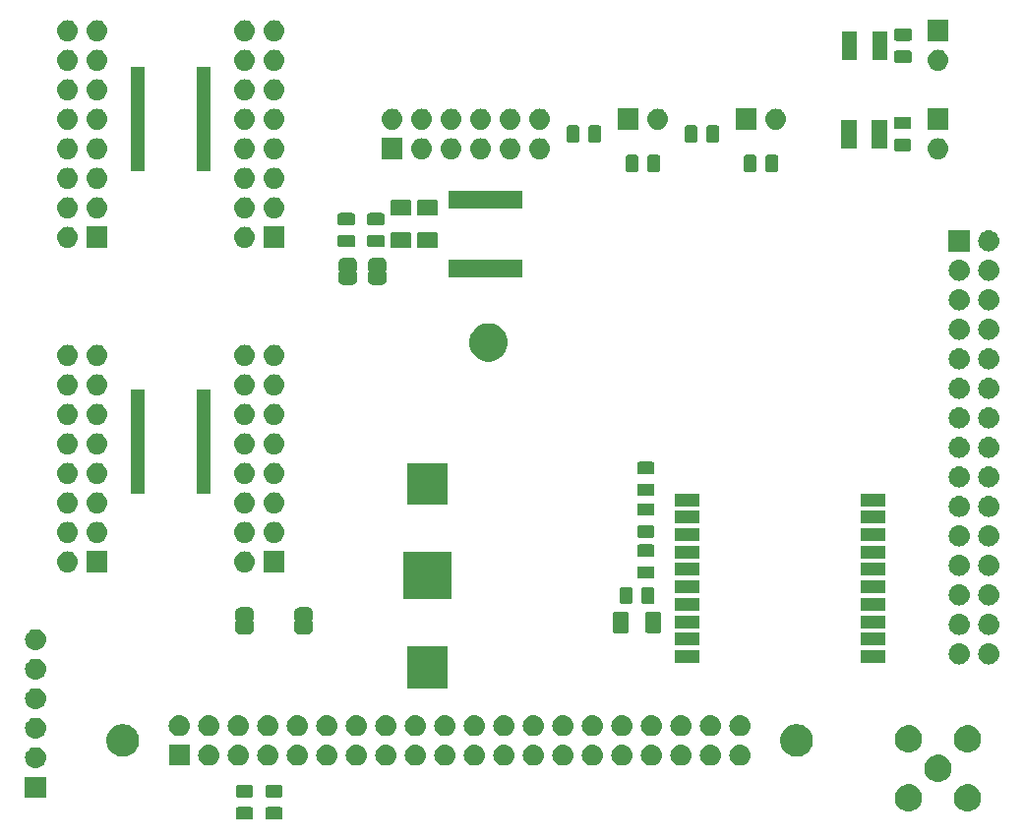
<source format=gbr>
G04 #@! TF.GenerationSoftware,KiCad,Pcbnew,(5.1.4)-1*
G04 #@! TF.CreationDate,2020-02-08T10:20:25-06:00*
G04 #@! TF.ProjectId,Jetson_Addon,4a657473-6f6e-45f4-9164-646f6e2e6b69,rev?*
G04 #@! TF.SameCoordinates,Original*
G04 #@! TF.FileFunction,Soldermask,Top*
G04 #@! TF.FilePolarity,Negative*
%FSLAX46Y46*%
G04 Gerber Fmt 4.6, Leading zero omitted, Abs format (unit mm)*
G04 Created by KiCad (PCBNEW (5.1.4)-1) date 2020-02-08 10:20:25*
%MOMM*%
%LPD*%
G04 APERTURE LIST*
%ADD10C,0.100000*%
G04 APERTURE END LIST*
D10*
G36*
X113614468Y-155724565D02*
G01*
X113653138Y-155736296D01*
X113688777Y-155755346D01*
X113720017Y-155780983D01*
X113745654Y-155812223D01*
X113764704Y-155847862D01*
X113776435Y-155886532D01*
X113781000Y-155932888D01*
X113781000Y-156584112D01*
X113776435Y-156630468D01*
X113764704Y-156669138D01*
X113745654Y-156704777D01*
X113720017Y-156736017D01*
X113688777Y-156761654D01*
X113653138Y-156780704D01*
X113614468Y-156792435D01*
X113568112Y-156797000D01*
X112491888Y-156797000D01*
X112445532Y-156792435D01*
X112406862Y-156780704D01*
X112371223Y-156761654D01*
X112339983Y-156736017D01*
X112314346Y-156704777D01*
X112295296Y-156669138D01*
X112283565Y-156630468D01*
X112279000Y-156584112D01*
X112279000Y-155932888D01*
X112283565Y-155886532D01*
X112295296Y-155847862D01*
X112314346Y-155812223D01*
X112339983Y-155780983D01*
X112371223Y-155755346D01*
X112406862Y-155736296D01*
X112445532Y-155724565D01*
X112491888Y-155720000D01*
X113568112Y-155720000D01*
X113614468Y-155724565D01*
X113614468Y-155724565D01*
G37*
G36*
X111074468Y-155724565D02*
G01*
X111113138Y-155736296D01*
X111148777Y-155755346D01*
X111180017Y-155780983D01*
X111205654Y-155812223D01*
X111224704Y-155847862D01*
X111236435Y-155886532D01*
X111241000Y-155932888D01*
X111241000Y-156584112D01*
X111236435Y-156630468D01*
X111224704Y-156669138D01*
X111205654Y-156704777D01*
X111180017Y-156736017D01*
X111148777Y-156761654D01*
X111113138Y-156780704D01*
X111074468Y-156792435D01*
X111028112Y-156797000D01*
X109951888Y-156797000D01*
X109905532Y-156792435D01*
X109866862Y-156780704D01*
X109831223Y-156761654D01*
X109799983Y-156736017D01*
X109774346Y-156704777D01*
X109755296Y-156669138D01*
X109743565Y-156630468D01*
X109739000Y-156584112D01*
X109739000Y-155932888D01*
X109743565Y-155886532D01*
X109755296Y-155847862D01*
X109774346Y-155812223D01*
X109799983Y-155780983D01*
X109831223Y-155755346D01*
X109866862Y-155736296D01*
X109905532Y-155724565D01*
X109951888Y-155720000D01*
X111028112Y-155720000D01*
X111074468Y-155724565D01*
X111074468Y-155724565D01*
G37*
G36*
X172911560Y-153779064D02*
G01*
X173063027Y-153809193D01*
X173277045Y-153897842D01*
X173315985Y-153923861D01*
X173469654Y-154026539D01*
X173633461Y-154190346D01*
X173719258Y-154318751D01*
X173762158Y-154382955D01*
X173850807Y-154596973D01*
X173872350Y-154705278D01*
X173891657Y-154802337D01*
X173896000Y-154824174D01*
X173896000Y-155055826D01*
X173850807Y-155283027D01*
X173762158Y-155497045D01*
X173762157Y-155497046D01*
X173633461Y-155689654D01*
X173469654Y-155853461D01*
X173350783Y-155932888D01*
X173277045Y-155982158D01*
X173063027Y-156070807D01*
X172911560Y-156100936D01*
X172835827Y-156116000D01*
X172604173Y-156116000D01*
X172528440Y-156100936D01*
X172376973Y-156070807D01*
X172162955Y-155982158D01*
X172089217Y-155932888D01*
X171970346Y-155853461D01*
X171806539Y-155689654D01*
X171677843Y-155497046D01*
X171677842Y-155497045D01*
X171589193Y-155283027D01*
X171544000Y-155055826D01*
X171544000Y-154824174D01*
X171548344Y-154802337D01*
X171567650Y-154705278D01*
X171589193Y-154596973D01*
X171677842Y-154382955D01*
X171720742Y-154318751D01*
X171806539Y-154190346D01*
X171970346Y-154026539D01*
X172124015Y-153923861D01*
X172162955Y-153897842D01*
X172376973Y-153809193D01*
X172528440Y-153779064D01*
X172604173Y-153764000D01*
X172835827Y-153764000D01*
X172911560Y-153779064D01*
X172911560Y-153779064D01*
G37*
G36*
X167831560Y-153779064D02*
G01*
X167983027Y-153809193D01*
X168197045Y-153897842D01*
X168235985Y-153923861D01*
X168389654Y-154026539D01*
X168553461Y-154190346D01*
X168639258Y-154318751D01*
X168682158Y-154382955D01*
X168770807Y-154596973D01*
X168792350Y-154705278D01*
X168811657Y-154802337D01*
X168816000Y-154824174D01*
X168816000Y-155055826D01*
X168770807Y-155283027D01*
X168682158Y-155497045D01*
X168682157Y-155497046D01*
X168553461Y-155689654D01*
X168389654Y-155853461D01*
X168270783Y-155932888D01*
X168197045Y-155982158D01*
X167983027Y-156070807D01*
X167831560Y-156100936D01*
X167755827Y-156116000D01*
X167524173Y-156116000D01*
X167448440Y-156100936D01*
X167296973Y-156070807D01*
X167082955Y-155982158D01*
X167009217Y-155932888D01*
X166890346Y-155853461D01*
X166726539Y-155689654D01*
X166597843Y-155497046D01*
X166597842Y-155497045D01*
X166509193Y-155283027D01*
X166464000Y-155055826D01*
X166464000Y-154824174D01*
X166468344Y-154802337D01*
X166487650Y-154705278D01*
X166509193Y-154596973D01*
X166597842Y-154382955D01*
X166640742Y-154318751D01*
X166726539Y-154190346D01*
X166890346Y-154026539D01*
X167044015Y-153923861D01*
X167082955Y-153897842D01*
X167296973Y-153809193D01*
X167448440Y-153779064D01*
X167524173Y-153764000D01*
X167755827Y-153764000D01*
X167831560Y-153779064D01*
X167831560Y-153779064D01*
G37*
G36*
X113614468Y-153849565D02*
G01*
X113653138Y-153861296D01*
X113688777Y-153880346D01*
X113720017Y-153905983D01*
X113745654Y-153937223D01*
X113764704Y-153972862D01*
X113776435Y-154011532D01*
X113781000Y-154057888D01*
X113781000Y-154709112D01*
X113776435Y-154755468D01*
X113764704Y-154794138D01*
X113745654Y-154829777D01*
X113720017Y-154861017D01*
X113688777Y-154886654D01*
X113653138Y-154905704D01*
X113614468Y-154917435D01*
X113568112Y-154922000D01*
X112491888Y-154922000D01*
X112445532Y-154917435D01*
X112406862Y-154905704D01*
X112371223Y-154886654D01*
X112339983Y-154861017D01*
X112314346Y-154829777D01*
X112295296Y-154794138D01*
X112283565Y-154755468D01*
X112279000Y-154709112D01*
X112279000Y-154057888D01*
X112283565Y-154011532D01*
X112295296Y-153972862D01*
X112314346Y-153937223D01*
X112339983Y-153905983D01*
X112371223Y-153880346D01*
X112406862Y-153861296D01*
X112445532Y-153849565D01*
X112491888Y-153845000D01*
X113568112Y-153845000D01*
X113614468Y-153849565D01*
X113614468Y-153849565D01*
G37*
G36*
X111074468Y-153849565D02*
G01*
X111113138Y-153861296D01*
X111148777Y-153880346D01*
X111180017Y-153905983D01*
X111205654Y-153937223D01*
X111224704Y-153972862D01*
X111236435Y-154011532D01*
X111241000Y-154057888D01*
X111241000Y-154709112D01*
X111236435Y-154755468D01*
X111224704Y-154794138D01*
X111205654Y-154829777D01*
X111180017Y-154861017D01*
X111148777Y-154886654D01*
X111113138Y-154905704D01*
X111074468Y-154917435D01*
X111028112Y-154922000D01*
X109951888Y-154922000D01*
X109905532Y-154917435D01*
X109866862Y-154905704D01*
X109831223Y-154886654D01*
X109799983Y-154861017D01*
X109774346Y-154829777D01*
X109755296Y-154794138D01*
X109743565Y-154755468D01*
X109739000Y-154709112D01*
X109739000Y-154057888D01*
X109743565Y-154011532D01*
X109755296Y-153972862D01*
X109774346Y-153937223D01*
X109799983Y-153905983D01*
X109831223Y-153880346D01*
X109866862Y-153861296D01*
X109905532Y-153849565D01*
X109951888Y-153845000D01*
X111028112Y-153845000D01*
X111074468Y-153849565D01*
X111074468Y-153849565D01*
G37*
G36*
X93401000Y-154921000D02*
G01*
X91599000Y-154921000D01*
X91599000Y-153119000D01*
X93401000Y-153119000D01*
X93401000Y-154921000D01*
X93401000Y-154921000D01*
G37*
G36*
X170371560Y-151239064D02*
G01*
X170523027Y-151269193D01*
X170737045Y-151357842D01*
X170737046Y-151357843D01*
X170929654Y-151486539D01*
X171093461Y-151650346D01*
X171175408Y-151772989D01*
X171222158Y-151842955D01*
X171310807Y-152056973D01*
X171356000Y-152284174D01*
X171356000Y-152515826D01*
X171310807Y-152743027D01*
X171222158Y-152957045D01*
X171222157Y-152957046D01*
X171093461Y-153149654D01*
X170929654Y-153313461D01*
X170801249Y-153399258D01*
X170737045Y-153442158D01*
X170523027Y-153530807D01*
X170371560Y-153560936D01*
X170295827Y-153576000D01*
X170064173Y-153576000D01*
X169988440Y-153560936D01*
X169836973Y-153530807D01*
X169622955Y-153442158D01*
X169558751Y-153399258D01*
X169430346Y-153313461D01*
X169266539Y-153149654D01*
X169137843Y-152957046D01*
X169137842Y-152957045D01*
X169049193Y-152743027D01*
X169004000Y-152515826D01*
X169004000Y-152284174D01*
X169049193Y-152056973D01*
X169137842Y-151842955D01*
X169184592Y-151772989D01*
X169266539Y-151650346D01*
X169430346Y-151486539D01*
X169622954Y-151357843D01*
X169622955Y-151357842D01*
X169836973Y-151269193D01*
X169988440Y-151239064D01*
X170064173Y-151224000D01*
X170295827Y-151224000D01*
X170371560Y-151239064D01*
X170371560Y-151239064D01*
G37*
G36*
X92610443Y-150585519D02*
G01*
X92676627Y-150592037D01*
X92846466Y-150643557D01*
X93002991Y-150727222D01*
X93038729Y-150756552D01*
X93140186Y-150839814D01*
X93208892Y-150923534D01*
X93252778Y-150977009D01*
X93336443Y-151133534D01*
X93387963Y-151303373D01*
X93405359Y-151480000D01*
X93387963Y-151656627D01*
X93336443Y-151826466D01*
X93252778Y-151982991D01*
X93223448Y-152018729D01*
X93140186Y-152120186D01*
X93038729Y-152203448D01*
X93002991Y-152232778D01*
X92846466Y-152316443D01*
X92676627Y-152367963D01*
X92610442Y-152374482D01*
X92544260Y-152381000D01*
X92455740Y-152381000D01*
X92389558Y-152374482D01*
X92323373Y-152367963D01*
X92153534Y-152316443D01*
X91997009Y-152232778D01*
X91961271Y-152203448D01*
X91859814Y-152120186D01*
X91776552Y-152018729D01*
X91747222Y-151982991D01*
X91663557Y-151826466D01*
X91612037Y-151656627D01*
X91594641Y-151480000D01*
X91612037Y-151303373D01*
X91663557Y-151133534D01*
X91747222Y-150977009D01*
X91791108Y-150923534D01*
X91859814Y-150839814D01*
X91961271Y-150756552D01*
X91997009Y-150727222D01*
X92153534Y-150643557D01*
X92323373Y-150592037D01*
X92389557Y-150585519D01*
X92455740Y-150579000D01*
X92544260Y-150579000D01*
X92610443Y-150585519D01*
X92610443Y-150585519D01*
G37*
G36*
X135460443Y-150375519D02*
G01*
X135526627Y-150382037D01*
X135696466Y-150433557D01*
X135852991Y-150517222D01*
X135888729Y-150546552D01*
X135990186Y-150629814D01*
X136070125Y-150727221D01*
X136102778Y-150767009D01*
X136186443Y-150923534D01*
X136237963Y-151093373D01*
X136255359Y-151270000D01*
X136237963Y-151446627D01*
X136186443Y-151616466D01*
X136102778Y-151772991D01*
X136073448Y-151808729D01*
X135990186Y-151910186D01*
X135888729Y-151993448D01*
X135852991Y-152022778D01*
X135696466Y-152106443D01*
X135526627Y-152157963D01*
X135460442Y-152164482D01*
X135394260Y-152171000D01*
X135305740Y-152171000D01*
X135239558Y-152164482D01*
X135173373Y-152157963D01*
X135003534Y-152106443D01*
X134847009Y-152022778D01*
X134811271Y-151993448D01*
X134709814Y-151910186D01*
X134626552Y-151808729D01*
X134597222Y-151772991D01*
X134513557Y-151616466D01*
X134462037Y-151446627D01*
X134444641Y-151270000D01*
X134462037Y-151093373D01*
X134513557Y-150923534D01*
X134597222Y-150767009D01*
X134629875Y-150727221D01*
X134709814Y-150629814D01*
X134811271Y-150546552D01*
X134847009Y-150517222D01*
X135003534Y-150433557D01*
X135173373Y-150382037D01*
X135239557Y-150375519D01*
X135305740Y-150369000D01*
X135394260Y-150369000D01*
X135460443Y-150375519D01*
X135460443Y-150375519D01*
G37*
G36*
X120220443Y-150375519D02*
G01*
X120286627Y-150382037D01*
X120456466Y-150433557D01*
X120612991Y-150517222D01*
X120648729Y-150546552D01*
X120750186Y-150629814D01*
X120830125Y-150727221D01*
X120862778Y-150767009D01*
X120946443Y-150923534D01*
X120997963Y-151093373D01*
X121015359Y-151270000D01*
X120997963Y-151446627D01*
X120946443Y-151616466D01*
X120862778Y-151772991D01*
X120833448Y-151808729D01*
X120750186Y-151910186D01*
X120648729Y-151993448D01*
X120612991Y-152022778D01*
X120456466Y-152106443D01*
X120286627Y-152157963D01*
X120220442Y-152164482D01*
X120154260Y-152171000D01*
X120065740Y-152171000D01*
X119999558Y-152164482D01*
X119933373Y-152157963D01*
X119763534Y-152106443D01*
X119607009Y-152022778D01*
X119571271Y-151993448D01*
X119469814Y-151910186D01*
X119386552Y-151808729D01*
X119357222Y-151772991D01*
X119273557Y-151616466D01*
X119222037Y-151446627D01*
X119204641Y-151270000D01*
X119222037Y-151093373D01*
X119273557Y-150923534D01*
X119357222Y-150767009D01*
X119389875Y-150727221D01*
X119469814Y-150629814D01*
X119571271Y-150546552D01*
X119607009Y-150517222D01*
X119763534Y-150433557D01*
X119933373Y-150382037D01*
X119999557Y-150375519D01*
X120065740Y-150369000D01*
X120154260Y-150369000D01*
X120220443Y-150375519D01*
X120220443Y-150375519D01*
G37*
G36*
X117680443Y-150375519D02*
G01*
X117746627Y-150382037D01*
X117916466Y-150433557D01*
X118072991Y-150517222D01*
X118108729Y-150546552D01*
X118210186Y-150629814D01*
X118290125Y-150727221D01*
X118322778Y-150767009D01*
X118406443Y-150923534D01*
X118457963Y-151093373D01*
X118475359Y-151270000D01*
X118457963Y-151446627D01*
X118406443Y-151616466D01*
X118322778Y-151772991D01*
X118293448Y-151808729D01*
X118210186Y-151910186D01*
X118108729Y-151993448D01*
X118072991Y-152022778D01*
X117916466Y-152106443D01*
X117746627Y-152157963D01*
X117680442Y-152164482D01*
X117614260Y-152171000D01*
X117525740Y-152171000D01*
X117459558Y-152164482D01*
X117393373Y-152157963D01*
X117223534Y-152106443D01*
X117067009Y-152022778D01*
X117031271Y-151993448D01*
X116929814Y-151910186D01*
X116846552Y-151808729D01*
X116817222Y-151772991D01*
X116733557Y-151616466D01*
X116682037Y-151446627D01*
X116664641Y-151270000D01*
X116682037Y-151093373D01*
X116733557Y-150923534D01*
X116817222Y-150767009D01*
X116849875Y-150727221D01*
X116929814Y-150629814D01*
X117031271Y-150546552D01*
X117067009Y-150517222D01*
X117223534Y-150433557D01*
X117393373Y-150382037D01*
X117459557Y-150375519D01*
X117525740Y-150369000D01*
X117614260Y-150369000D01*
X117680443Y-150375519D01*
X117680443Y-150375519D01*
G37*
G36*
X115140443Y-150375519D02*
G01*
X115206627Y-150382037D01*
X115376466Y-150433557D01*
X115532991Y-150517222D01*
X115568729Y-150546552D01*
X115670186Y-150629814D01*
X115750125Y-150727221D01*
X115782778Y-150767009D01*
X115866443Y-150923534D01*
X115917963Y-151093373D01*
X115935359Y-151270000D01*
X115917963Y-151446627D01*
X115866443Y-151616466D01*
X115782778Y-151772991D01*
X115753448Y-151808729D01*
X115670186Y-151910186D01*
X115568729Y-151993448D01*
X115532991Y-152022778D01*
X115376466Y-152106443D01*
X115206627Y-152157963D01*
X115140442Y-152164482D01*
X115074260Y-152171000D01*
X114985740Y-152171000D01*
X114919558Y-152164482D01*
X114853373Y-152157963D01*
X114683534Y-152106443D01*
X114527009Y-152022778D01*
X114491271Y-151993448D01*
X114389814Y-151910186D01*
X114306552Y-151808729D01*
X114277222Y-151772991D01*
X114193557Y-151616466D01*
X114142037Y-151446627D01*
X114124641Y-151270000D01*
X114142037Y-151093373D01*
X114193557Y-150923534D01*
X114277222Y-150767009D01*
X114309875Y-150727221D01*
X114389814Y-150629814D01*
X114491271Y-150546552D01*
X114527009Y-150517222D01*
X114683534Y-150433557D01*
X114853373Y-150382037D01*
X114919557Y-150375519D01*
X114985740Y-150369000D01*
X115074260Y-150369000D01*
X115140443Y-150375519D01*
X115140443Y-150375519D01*
G37*
G36*
X112600443Y-150375519D02*
G01*
X112666627Y-150382037D01*
X112836466Y-150433557D01*
X112992991Y-150517222D01*
X113028729Y-150546552D01*
X113130186Y-150629814D01*
X113210125Y-150727221D01*
X113242778Y-150767009D01*
X113326443Y-150923534D01*
X113377963Y-151093373D01*
X113395359Y-151270000D01*
X113377963Y-151446627D01*
X113326443Y-151616466D01*
X113242778Y-151772991D01*
X113213448Y-151808729D01*
X113130186Y-151910186D01*
X113028729Y-151993448D01*
X112992991Y-152022778D01*
X112836466Y-152106443D01*
X112666627Y-152157963D01*
X112600442Y-152164482D01*
X112534260Y-152171000D01*
X112445740Y-152171000D01*
X112379558Y-152164482D01*
X112313373Y-152157963D01*
X112143534Y-152106443D01*
X111987009Y-152022778D01*
X111951271Y-151993448D01*
X111849814Y-151910186D01*
X111766552Y-151808729D01*
X111737222Y-151772991D01*
X111653557Y-151616466D01*
X111602037Y-151446627D01*
X111584641Y-151270000D01*
X111602037Y-151093373D01*
X111653557Y-150923534D01*
X111737222Y-150767009D01*
X111769875Y-150727221D01*
X111849814Y-150629814D01*
X111951271Y-150546552D01*
X111987009Y-150517222D01*
X112143534Y-150433557D01*
X112313373Y-150382037D01*
X112379557Y-150375519D01*
X112445740Y-150369000D01*
X112534260Y-150369000D01*
X112600443Y-150375519D01*
X112600443Y-150375519D01*
G37*
G36*
X110060443Y-150375519D02*
G01*
X110126627Y-150382037D01*
X110296466Y-150433557D01*
X110452991Y-150517222D01*
X110488729Y-150546552D01*
X110590186Y-150629814D01*
X110670125Y-150727221D01*
X110702778Y-150767009D01*
X110786443Y-150923534D01*
X110837963Y-151093373D01*
X110855359Y-151270000D01*
X110837963Y-151446627D01*
X110786443Y-151616466D01*
X110702778Y-151772991D01*
X110673448Y-151808729D01*
X110590186Y-151910186D01*
X110488729Y-151993448D01*
X110452991Y-152022778D01*
X110296466Y-152106443D01*
X110126627Y-152157963D01*
X110060442Y-152164482D01*
X109994260Y-152171000D01*
X109905740Y-152171000D01*
X109839558Y-152164482D01*
X109773373Y-152157963D01*
X109603534Y-152106443D01*
X109447009Y-152022778D01*
X109411271Y-151993448D01*
X109309814Y-151910186D01*
X109226552Y-151808729D01*
X109197222Y-151772991D01*
X109113557Y-151616466D01*
X109062037Y-151446627D01*
X109044641Y-151270000D01*
X109062037Y-151093373D01*
X109113557Y-150923534D01*
X109197222Y-150767009D01*
X109229875Y-150727221D01*
X109309814Y-150629814D01*
X109411271Y-150546552D01*
X109447009Y-150517222D01*
X109603534Y-150433557D01*
X109773373Y-150382037D01*
X109839557Y-150375519D01*
X109905740Y-150369000D01*
X109994260Y-150369000D01*
X110060443Y-150375519D01*
X110060443Y-150375519D01*
G37*
G36*
X107520443Y-150375519D02*
G01*
X107586627Y-150382037D01*
X107756466Y-150433557D01*
X107912991Y-150517222D01*
X107948729Y-150546552D01*
X108050186Y-150629814D01*
X108130125Y-150727221D01*
X108162778Y-150767009D01*
X108246443Y-150923534D01*
X108297963Y-151093373D01*
X108315359Y-151270000D01*
X108297963Y-151446627D01*
X108246443Y-151616466D01*
X108162778Y-151772991D01*
X108133448Y-151808729D01*
X108050186Y-151910186D01*
X107948729Y-151993448D01*
X107912991Y-152022778D01*
X107756466Y-152106443D01*
X107586627Y-152157963D01*
X107520442Y-152164482D01*
X107454260Y-152171000D01*
X107365740Y-152171000D01*
X107299558Y-152164482D01*
X107233373Y-152157963D01*
X107063534Y-152106443D01*
X106907009Y-152022778D01*
X106871271Y-151993448D01*
X106769814Y-151910186D01*
X106686552Y-151808729D01*
X106657222Y-151772991D01*
X106573557Y-151616466D01*
X106522037Y-151446627D01*
X106504641Y-151270000D01*
X106522037Y-151093373D01*
X106573557Y-150923534D01*
X106657222Y-150767009D01*
X106689875Y-150727221D01*
X106769814Y-150629814D01*
X106871271Y-150546552D01*
X106907009Y-150517222D01*
X107063534Y-150433557D01*
X107233373Y-150382037D01*
X107299557Y-150375519D01*
X107365740Y-150369000D01*
X107454260Y-150369000D01*
X107520443Y-150375519D01*
X107520443Y-150375519D01*
G37*
G36*
X105771000Y-152171000D02*
G01*
X103969000Y-152171000D01*
X103969000Y-150369000D01*
X105771000Y-150369000D01*
X105771000Y-152171000D01*
X105771000Y-152171000D01*
G37*
G36*
X125300443Y-150375519D02*
G01*
X125366627Y-150382037D01*
X125536466Y-150433557D01*
X125692991Y-150517222D01*
X125728729Y-150546552D01*
X125830186Y-150629814D01*
X125910125Y-150727221D01*
X125942778Y-150767009D01*
X126026443Y-150923534D01*
X126077963Y-151093373D01*
X126095359Y-151270000D01*
X126077963Y-151446627D01*
X126026443Y-151616466D01*
X125942778Y-151772991D01*
X125913448Y-151808729D01*
X125830186Y-151910186D01*
X125728729Y-151993448D01*
X125692991Y-152022778D01*
X125536466Y-152106443D01*
X125366627Y-152157963D01*
X125300442Y-152164482D01*
X125234260Y-152171000D01*
X125145740Y-152171000D01*
X125079558Y-152164482D01*
X125013373Y-152157963D01*
X124843534Y-152106443D01*
X124687009Y-152022778D01*
X124651271Y-151993448D01*
X124549814Y-151910186D01*
X124466552Y-151808729D01*
X124437222Y-151772991D01*
X124353557Y-151616466D01*
X124302037Y-151446627D01*
X124284641Y-151270000D01*
X124302037Y-151093373D01*
X124353557Y-150923534D01*
X124437222Y-150767009D01*
X124469875Y-150727221D01*
X124549814Y-150629814D01*
X124651271Y-150546552D01*
X124687009Y-150517222D01*
X124843534Y-150433557D01*
X125013373Y-150382037D01*
X125079557Y-150375519D01*
X125145740Y-150369000D01*
X125234260Y-150369000D01*
X125300443Y-150375519D01*
X125300443Y-150375519D01*
G37*
G36*
X127840443Y-150375519D02*
G01*
X127906627Y-150382037D01*
X128076466Y-150433557D01*
X128232991Y-150517222D01*
X128268729Y-150546552D01*
X128370186Y-150629814D01*
X128450125Y-150727221D01*
X128482778Y-150767009D01*
X128566443Y-150923534D01*
X128617963Y-151093373D01*
X128635359Y-151270000D01*
X128617963Y-151446627D01*
X128566443Y-151616466D01*
X128482778Y-151772991D01*
X128453448Y-151808729D01*
X128370186Y-151910186D01*
X128268729Y-151993448D01*
X128232991Y-152022778D01*
X128076466Y-152106443D01*
X127906627Y-152157963D01*
X127840442Y-152164482D01*
X127774260Y-152171000D01*
X127685740Y-152171000D01*
X127619558Y-152164482D01*
X127553373Y-152157963D01*
X127383534Y-152106443D01*
X127227009Y-152022778D01*
X127191271Y-151993448D01*
X127089814Y-151910186D01*
X127006552Y-151808729D01*
X126977222Y-151772991D01*
X126893557Y-151616466D01*
X126842037Y-151446627D01*
X126824641Y-151270000D01*
X126842037Y-151093373D01*
X126893557Y-150923534D01*
X126977222Y-150767009D01*
X127009875Y-150727221D01*
X127089814Y-150629814D01*
X127191271Y-150546552D01*
X127227009Y-150517222D01*
X127383534Y-150433557D01*
X127553373Y-150382037D01*
X127619557Y-150375519D01*
X127685740Y-150369000D01*
X127774260Y-150369000D01*
X127840443Y-150375519D01*
X127840443Y-150375519D01*
G37*
G36*
X132920443Y-150375519D02*
G01*
X132986627Y-150382037D01*
X133156466Y-150433557D01*
X133312991Y-150517222D01*
X133348729Y-150546552D01*
X133450186Y-150629814D01*
X133530125Y-150727221D01*
X133562778Y-150767009D01*
X133646443Y-150923534D01*
X133697963Y-151093373D01*
X133715359Y-151270000D01*
X133697963Y-151446627D01*
X133646443Y-151616466D01*
X133562778Y-151772991D01*
X133533448Y-151808729D01*
X133450186Y-151910186D01*
X133348729Y-151993448D01*
X133312991Y-152022778D01*
X133156466Y-152106443D01*
X132986627Y-152157963D01*
X132920442Y-152164482D01*
X132854260Y-152171000D01*
X132765740Y-152171000D01*
X132699558Y-152164482D01*
X132633373Y-152157963D01*
X132463534Y-152106443D01*
X132307009Y-152022778D01*
X132271271Y-151993448D01*
X132169814Y-151910186D01*
X132086552Y-151808729D01*
X132057222Y-151772991D01*
X131973557Y-151616466D01*
X131922037Y-151446627D01*
X131904641Y-151270000D01*
X131922037Y-151093373D01*
X131973557Y-150923534D01*
X132057222Y-150767009D01*
X132089875Y-150727221D01*
X132169814Y-150629814D01*
X132271271Y-150546552D01*
X132307009Y-150517222D01*
X132463534Y-150433557D01*
X132633373Y-150382037D01*
X132699557Y-150375519D01*
X132765740Y-150369000D01*
X132854260Y-150369000D01*
X132920443Y-150375519D01*
X132920443Y-150375519D01*
G37*
G36*
X138000443Y-150375519D02*
G01*
X138066627Y-150382037D01*
X138236466Y-150433557D01*
X138392991Y-150517222D01*
X138428729Y-150546552D01*
X138530186Y-150629814D01*
X138610125Y-150727221D01*
X138642778Y-150767009D01*
X138726443Y-150923534D01*
X138777963Y-151093373D01*
X138795359Y-151270000D01*
X138777963Y-151446627D01*
X138726443Y-151616466D01*
X138642778Y-151772991D01*
X138613448Y-151808729D01*
X138530186Y-151910186D01*
X138428729Y-151993448D01*
X138392991Y-152022778D01*
X138236466Y-152106443D01*
X138066627Y-152157963D01*
X138000442Y-152164482D01*
X137934260Y-152171000D01*
X137845740Y-152171000D01*
X137779558Y-152164482D01*
X137713373Y-152157963D01*
X137543534Y-152106443D01*
X137387009Y-152022778D01*
X137351271Y-151993448D01*
X137249814Y-151910186D01*
X137166552Y-151808729D01*
X137137222Y-151772991D01*
X137053557Y-151616466D01*
X137002037Y-151446627D01*
X136984641Y-151270000D01*
X137002037Y-151093373D01*
X137053557Y-150923534D01*
X137137222Y-150767009D01*
X137169875Y-150727221D01*
X137249814Y-150629814D01*
X137351271Y-150546552D01*
X137387009Y-150517222D01*
X137543534Y-150433557D01*
X137713373Y-150382037D01*
X137779557Y-150375519D01*
X137845740Y-150369000D01*
X137934260Y-150369000D01*
X138000443Y-150375519D01*
X138000443Y-150375519D01*
G37*
G36*
X140540443Y-150375519D02*
G01*
X140606627Y-150382037D01*
X140776466Y-150433557D01*
X140932991Y-150517222D01*
X140968729Y-150546552D01*
X141070186Y-150629814D01*
X141150125Y-150727221D01*
X141182778Y-150767009D01*
X141266443Y-150923534D01*
X141317963Y-151093373D01*
X141335359Y-151270000D01*
X141317963Y-151446627D01*
X141266443Y-151616466D01*
X141182778Y-151772991D01*
X141153448Y-151808729D01*
X141070186Y-151910186D01*
X140968729Y-151993448D01*
X140932991Y-152022778D01*
X140776466Y-152106443D01*
X140606627Y-152157963D01*
X140540442Y-152164482D01*
X140474260Y-152171000D01*
X140385740Y-152171000D01*
X140319558Y-152164482D01*
X140253373Y-152157963D01*
X140083534Y-152106443D01*
X139927009Y-152022778D01*
X139891271Y-151993448D01*
X139789814Y-151910186D01*
X139706552Y-151808729D01*
X139677222Y-151772991D01*
X139593557Y-151616466D01*
X139542037Y-151446627D01*
X139524641Y-151270000D01*
X139542037Y-151093373D01*
X139593557Y-150923534D01*
X139677222Y-150767009D01*
X139709875Y-150727221D01*
X139789814Y-150629814D01*
X139891271Y-150546552D01*
X139927009Y-150517222D01*
X140083534Y-150433557D01*
X140253373Y-150382037D01*
X140319557Y-150375519D01*
X140385740Y-150369000D01*
X140474260Y-150369000D01*
X140540443Y-150375519D01*
X140540443Y-150375519D01*
G37*
G36*
X143080443Y-150375519D02*
G01*
X143146627Y-150382037D01*
X143316466Y-150433557D01*
X143472991Y-150517222D01*
X143508729Y-150546552D01*
X143610186Y-150629814D01*
X143690125Y-150727221D01*
X143722778Y-150767009D01*
X143806443Y-150923534D01*
X143857963Y-151093373D01*
X143875359Y-151270000D01*
X143857963Y-151446627D01*
X143806443Y-151616466D01*
X143722778Y-151772991D01*
X143693448Y-151808729D01*
X143610186Y-151910186D01*
X143508729Y-151993448D01*
X143472991Y-152022778D01*
X143316466Y-152106443D01*
X143146627Y-152157963D01*
X143080442Y-152164482D01*
X143014260Y-152171000D01*
X142925740Y-152171000D01*
X142859558Y-152164482D01*
X142793373Y-152157963D01*
X142623534Y-152106443D01*
X142467009Y-152022778D01*
X142431271Y-151993448D01*
X142329814Y-151910186D01*
X142246552Y-151808729D01*
X142217222Y-151772991D01*
X142133557Y-151616466D01*
X142082037Y-151446627D01*
X142064641Y-151270000D01*
X142082037Y-151093373D01*
X142133557Y-150923534D01*
X142217222Y-150767009D01*
X142249875Y-150727221D01*
X142329814Y-150629814D01*
X142431271Y-150546552D01*
X142467009Y-150517222D01*
X142623534Y-150433557D01*
X142793373Y-150382037D01*
X142859557Y-150375519D01*
X142925740Y-150369000D01*
X143014260Y-150369000D01*
X143080443Y-150375519D01*
X143080443Y-150375519D01*
G37*
G36*
X145620443Y-150375519D02*
G01*
X145686627Y-150382037D01*
X145856466Y-150433557D01*
X146012991Y-150517222D01*
X146048729Y-150546552D01*
X146150186Y-150629814D01*
X146230125Y-150727221D01*
X146262778Y-150767009D01*
X146346443Y-150923534D01*
X146397963Y-151093373D01*
X146415359Y-151270000D01*
X146397963Y-151446627D01*
X146346443Y-151616466D01*
X146262778Y-151772991D01*
X146233448Y-151808729D01*
X146150186Y-151910186D01*
X146048729Y-151993448D01*
X146012991Y-152022778D01*
X145856466Y-152106443D01*
X145686627Y-152157963D01*
X145620442Y-152164482D01*
X145554260Y-152171000D01*
X145465740Y-152171000D01*
X145399558Y-152164482D01*
X145333373Y-152157963D01*
X145163534Y-152106443D01*
X145007009Y-152022778D01*
X144971271Y-151993448D01*
X144869814Y-151910186D01*
X144786552Y-151808729D01*
X144757222Y-151772991D01*
X144673557Y-151616466D01*
X144622037Y-151446627D01*
X144604641Y-151270000D01*
X144622037Y-151093373D01*
X144673557Y-150923534D01*
X144757222Y-150767009D01*
X144789875Y-150727221D01*
X144869814Y-150629814D01*
X144971271Y-150546552D01*
X145007009Y-150517222D01*
X145163534Y-150433557D01*
X145333373Y-150382037D01*
X145399557Y-150375519D01*
X145465740Y-150369000D01*
X145554260Y-150369000D01*
X145620443Y-150375519D01*
X145620443Y-150375519D01*
G37*
G36*
X148160443Y-150375519D02*
G01*
X148226627Y-150382037D01*
X148396466Y-150433557D01*
X148552991Y-150517222D01*
X148588729Y-150546552D01*
X148690186Y-150629814D01*
X148770125Y-150727221D01*
X148802778Y-150767009D01*
X148886443Y-150923534D01*
X148937963Y-151093373D01*
X148955359Y-151270000D01*
X148937963Y-151446627D01*
X148886443Y-151616466D01*
X148802778Y-151772991D01*
X148773448Y-151808729D01*
X148690186Y-151910186D01*
X148588729Y-151993448D01*
X148552991Y-152022778D01*
X148396466Y-152106443D01*
X148226627Y-152157963D01*
X148160442Y-152164482D01*
X148094260Y-152171000D01*
X148005740Y-152171000D01*
X147939558Y-152164482D01*
X147873373Y-152157963D01*
X147703534Y-152106443D01*
X147547009Y-152022778D01*
X147511271Y-151993448D01*
X147409814Y-151910186D01*
X147326552Y-151808729D01*
X147297222Y-151772991D01*
X147213557Y-151616466D01*
X147162037Y-151446627D01*
X147144641Y-151270000D01*
X147162037Y-151093373D01*
X147213557Y-150923534D01*
X147297222Y-150767009D01*
X147329875Y-150727221D01*
X147409814Y-150629814D01*
X147511271Y-150546552D01*
X147547009Y-150517222D01*
X147703534Y-150433557D01*
X147873373Y-150382037D01*
X147939557Y-150375519D01*
X148005740Y-150369000D01*
X148094260Y-150369000D01*
X148160443Y-150375519D01*
X148160443Y-150375519D01*
G37*
G36*
X150700443Y-150375519D02*
G01*
X150766627Y-150382037D01*
X150936466Y-150433557D01*
X151092991Y-150517222D01*
X151128729Y-150546552D01*
X151230186Y-150629814D01*
X151310125Y-150727221D01*
X151342778Y-150767009D01*
X151426443Y-150923534D01*
X151477963Y-151093373D01*
X151495359Y-151270000D01*
X151477963Y-151446627D01*
X151426443Y-151616466D01*
X151342778Y-151772991D01*
X151313448Y-151808729D01*
X151230186Y-151910186D01*
X151128729Y-151993448D01*
X151092991Y-152022778D01*
X150936466Y-152106443D01*
X150766627Y-152157963D01*
X150700442Y-152164482D01*
X150634260Y-152171000D01*
X150545740Y-152171000D01*
X150479558Y-152164482D01*
X150413373Y-152157963D01*
X150243534Y-152106443D01*
X150087009Y-152022778D01*
X150051271Y-151993448D01*
X149949814Y-151910186D01*
X149866552Y-151808729D01*
X149837222Y-151772991D01*
X149753557Y-151616466D01*
X149702037Y-151446627D01*
X149684641Y-151270000D01*
X149702037Y-151093373D01*
X149753557Y-150923534D01*
X149837222Y-150767009D01*
X149869875Y-150727221D01*
X149949814Y-150629814D01*
X150051271Y-150546552D01*
X150087009Y-150517222D01*
X150243534Y-150433557D01*
X150413373Y-150382037D01*
X150479557Y-150375519D01*
X150545740Y-150369000D01*
X150634260Y-150369000D01*
X150700443Y-150375519D01*
X150700443Y-150375519D01*
G37*
G36*
X153240443Y-150375519D02*
G01*
X153306627Y-150382037D01*
X153476466Y-150433557D01*
X153632991Y-150517222D01*
X153668729Y-150546552D01*
X153770186Y-150629814D01*
X153850125Y-150727221D01*
X153882778Y-150767009D01*
X153966443Y-150923534D01*
X154017963Y-151093373D01*
X154035359Y-151270000D01*
X154017963Y-151446627D01*
X153966443Y-151616466D01*
X153882778Y-151772991D01*
X153853448Y-151808729D01*
X153770186Y-151910186D01*
X153668729Y-151993448D01*
X153632991Y-152022778D01*
X153476466Y-152106443D01*
X153306627Y-152157963D01*
X153240442Y-152164482D01*
X153174260Y-152171000D01*
X153085740Y-152171000D01*
X153019558Y-152164482D01*
X152953373Y-152157963D01*
X152783534Y-152106443D01*
X152627009Y-152022778D01*
X152591271Y-151993448D01*
X152489814Y-151910186D01*
X152406552Y-151808729D01*
X152377222Y-151772991D01*
X152293557Y-151616466D01*
X152242037Y-151446627D01*
X152224641Y-151270000D01*
X152242037Y-151093373D01*
X152293557Y-150923534D01*
X152377222Y-150767009D01*
X152409875Y-150727221D01*
X152489814Y-150629814D01*
X152591271Y-150546552D01*
X152627009Y-150517222D01*
X152783534Y-150433557D01*
X152953373Y-150382037D01*
X153019557Y-150375519D01*
X153085740Y-150369000D01*
X153174260Y-150369000D01*
X153240443Y-150375519D01*
X153240443Y-150375519D01*
G37*
G36*
X122760443Y-150375519D02*
G01*
X122826627Y-150382037D01*
X122996466Y-150433557D01*
X123152991Y-150517222D01*
X123188729Y-150546552D01*
X123290186Y-150629814D01*
X123370125Y-150727221D01*
X123402778Y-150767009D01*
X123486443Y-150923534D01*
X123537963Y-151093373D01*
X123555359Y-151270000D01*
X123537963Y-151446627D01*
X123486443Y-151616466D01*
X123402778Y-151772991D01*
X123373448Y-151808729D01*
X123290186Y-151910186D01*
X123188729Y-151993448D01*
X123152991Y-152022778D01*
X122996466Y-152106443D01*
X122826627Y-152157963D01*
X122760442Y-152164482D01*
X122694260Y-152171000D01*
X122605740Y-152171000D01*
X122539558Y-152164482D01*
X122473373Y-152157963D01*
X122303534Y-152106443D01*
X122147009Y-152022778D01*
X122111271Y-151993448D01*
X122009814Y-151910186D01*
X121926552Y-151808729D01*
X121897222Y-151772991D01*
X121813557Y-151616466D01*
X121762037Y-151446627D01*
X121744641Y-151270000D01*
X121762037Y-151093373D01*
X121813557Y-150923534D01*
X121897222Y-150767009D01*
X121929875Y-150727221D01*
X122009814Y-150629814D01*
X122111271Y-150546552D01*
X122147009Y-150517222D01*
X122303534Y-150433557D01*
X122473373Y-150382037D01*
X122539557Y-150375519D01*
X122605740Y-150369000D01*
X122694260Y-150369000D01*
X122760443Y-150375519D01*
X122760443Y-150375519D01*
G37*
G36*
X130380443Y-150375519D02*
G01*
X130446627Y-150382037D01*
X130616466Y-150433557D01*
X130772991Y-150517222D01*
X130808729Y-150546552D01*
X130910186Y-150629814D01*
X130990125Y-150727221D01*
X131022778Y-150767009D01*
X131106443Y-150923534D01*
X131157963Y-151093373D01*
X131175359Y-151270000D01*
X131157963Y-151446627D01*
X131106443Y-151616466D01*
X131022778Y-151772991D01*
X130993448Y-151808729D01*
X130910186Y-151910186D01*
X130808729Y-151993448D01*
X130772991Y-152022778D01*
X130616466Y-152106443D01*
X130446627Y-152157963D01*
X130380442Y-152164482D01*
X130314260Y-152171000D01*
X130225740Y-152171000D01*
X130159558Y-152164482D01*
X130093373Y-152157963D01*
X129923534Y-152106443D01*
X129767009Y-152022778D01*
X129731271Y-151993448D01*
X129629814Y-151910186D01*
X129546552Y-151808729D01*
X129517222Y-151772991D01*
X129433557Y-151616466D01*
X129382037Y-151446627D01*
X129364641Y-151270000D01*
X129382037Y-151093373D01*
X129433557Y-150923534D01*
X129517222Y-150767009D01*
X129549875Y-150727221D01*
X129629814Y-150629814D01*
X129731271Y-150546552D01*
X129767009Y-150517222D01*
X129923534Y-150433557D01*
X130093373Y-150382037D01*
X130159557Y-150375519D01*
X130225740Y-150369000D01*
X130314260Y-150369000D01*
X130380443Y-150375519D01*
X130380443Y-150375519D01*
G37*
G36*
X100318433Y-148634893D02*
G01*
X100408657Y-148652839D01*
X100514267Y-148696585D01*
X100663621Y-148758449D01*
X100663622Y-148758450D01*
X100893086Y-148911772D01*
X101088228Y-149106914D01*
X101172468Y-149232989D01*
X101241551Y-149336379D01*
X101255554Y-149370186D01*
X101347161Y-149591343D01*
X101401000Y-149862014D01*
X101401000Y-150137986D01*
X101347161Y-150408657D01*
X101303415Y-150514267D01*
X101241551Y-150663621D01*
X101241550Y-150663622D01*
X101088228Y-150893086D01*
X100893086Y-151088228D01*
X100825283Y-151133532D01*
X100663621Y-151241551D01*
X100514370Y-151303373D01*
X100408657Y-151347161D01*
X100354959Y-151357842D01*
X100137988Y-151401000D01*
X99862012Y-151401000D01*
X99645041Y-151357842D01*
X99591343Y-151347161D01*
X99485630Y-151303373D01*
X99336379Y-151241551D01*
X99174717Y-151133532D01*
X99106914Y-151088228D01*
X98911772Y-150893086D01*
X98758450Y-150663622D01*
X98758449Y-150663621D01*
X98696585Y-150514267D01*
X98652839Y-150408657D01*
X98599000Y-150137986D01*
X98599000Y-149862014D01*
X98652839Y-149591343D01*
X98744446Y-149370186D01*
X98758449Y-149336379D01*
X98827532Y-149232989D01*
X98911772Y-149106914D01*
X99106914Y-148911772D01*
X99336378Y-148758450D01*
X99336379Y-148758449D01*
X99485733Y-148696585D01*
X99591343Y-148652839D01*
X99681567Y-148634893D01*
X99862012Y-148599000D01*
X100137988Y-148599000D01*
X100318433Y-148634893D01*
X100318433Y-148634893D01*
G37*
G36*
X158318433Y-148634893D02*
G01*
X158408657Y-148652839D01*
X158514267Y-148696585D01*
X158663621Y-148758449D01*
X158663622Y-148758450D01*
X158893086Y-148911772D01*
X159088228Y-149106914D01*
X159172468Y-149232989D01*
X159241551Y-149336379D01*
X159255554Y-149370186D01*
X159347161Y-149591343D01*
X159401000Y-149862014D01*
X159401000Y-150137986D01*
X159347161Y-150408657D01*
X159303415Y-150514267D01*
X159241551Y-150663621D01*
X159241550Y-150663622D01*
X159088228Y-150893086D01*
X158893086Y-151088228D01*
X158825283Y-151133532D01*
X158663621Y-151241551D01*
X158514370Y-151303373D01*
X158408657Y-151347161D01*
X158354959Y-151357842D01*
X158137988Y-151401000D01*
X157862012Y-151401000D01*
X157645041Y-151357842D01*
X157591343Y-151347161D01*
X157485630Y-151303373D01*
X157336379Y-151241551D01*
X157174717Y-151133532D01*
X157106914Y-151088228D01*
X156911772Y-150893086D01*
X156758450Y-150663622D01*
X156758449Y-150663621D01*
X156696585Y-150514267D01*
X156652839Y-150408657D01*
X156599000Y-150137986D01*
X156599000Y-149862014D01*
X156652839Y-149591343D01*
X156744446Y-149370186D01*
X156758449Y-149336379D01*
X156827532Y-149232989D01*
X156911772Y-149106914D01*
X157106914Y-148911772D01*
X157336378Y-148758450D01*
X157336379Y-148758449D01*
X157485733Y-148696585D01*
X157591343Y-148652839D01*
X157681567Y-148634893D01*
X157862012Y-148599000D01*
X158137988Y-148599000D01*
X158318433Y-148634893D01*
X158318433Y-148634893D01*
G37*
G36*
X167831560Y-148699064D02*
G01*
X167983027Y-148729193D01*
X168197045Y-148817842D01*
X168197046Y-148817843D01*
X168389654Y-148946539D01*
X168553461Y-149110346D01*
X168635408Y-149232989D01*
X168682158Y-149302955D01*
X168770807Y-149516973D01*
X168816000Y-149744174D01*
X168816000Y-149975826D01*
X168770807Y-150203027D01*
X168682158Y-150417045D01*
X168682157Y-150417046D01*
X168553461Y-150609654D01*
X168389654Y-150773461D01*
X168290349Y-150839814D01*
X168197045Y-150902158D01*
X167983027Y-150990807D01*
X167831560Y-151020936D01*
X167755827Y-151036000D01*
X167524173Y-151036000D01*
X167448440Y-151020936D01*
X167296973Y-150990807D01*
X167082955Y-150902158D01*
X166989651Y-150839814D01*
X166890346Y-150773461D01*
X166726539Y-150609654D01*
X166597843Y-150417046D01*
X166597842Y-150417045D01*
X166509193Y-150203027D01*
X166464000Y-149975826D01*
X166464000Y-149744174D01*
X166509193Y-149516973D01*
X166597842Y-149302955D01*
X166644592Y-149232989D01*
X166726539Y-149110346D01*
X166890346Y-148946539D01*
X167082954Y-148817843D01*
X167082955Y-148817842D01*
X167296973Y-148729193D01*
X167448440Y-148699064D01*
X167524173Y-148684000D01*
X167755827Y-148684000D01*
X167831560Y-148699064D01*
X167831560Y-148699064D01*
G37*
G36*
X172911560Y-148699064D02*
G01*
X173063027Y-148729193D01*
X173277045Y-148817842D01*
X173277046Y-148817843D01*
X173469654Y-148946539D01*
X173633461Y-149110346D01*
X173715408Y-149232989D01*
X173762158Y-149302955D01*
X173850807Y-149516973D01*
X173896000Y-149744174D01*
X173896000Y-149975826D01*
X173850807Y-150203027D01*
X173762158Y-150417045D01*
X173762157Y-150417046D01*
X173633461Y-150609654D01*
X173469654Y-150773461D01*
X173370349Y-150839814D01*
X173277045Y-150902158D01*
X173063027Y-150990807D01*
X172911560Y-151020936D01*
X172835827Y-151036000D01*
X172604173Y-151036000D01*
X172528440Y-151020936D01*
X172376973Y-150990807D01*
X172162955Y-150902158D01*
X172069651Y-150839814D01*
X171970346Y-150773461D01*
X171806539Y-150609654D01*
X171677843Y-150417046D01*
X171677842Y-150417045D01*
X171589193Y-150203027D01*
X171544000Y-149975826D01*
X171544000Y-149744174D01*
X171589193Y-149516973D01*
X171677842Y-149302955D01*
X171724592Y-149232989D01*
X171806539Y-149110346D01*
X171970346Y-148946539D01*
X172162954Y-148817843D01*
X172162955Y-148817842D01*
X172376973Y-148729193D01*
X172528440Y-148699064D01*
X172604173Y-148684000D01*
X172835827Y-148684000D01*
X172911560Y-148699064D01*
X172911560Y-148699064D01*
G37*
G36*
X92610442Y-148045518D02*
G01*
X92676627Y-148052037D01*
X92846466Y-148103557D01*
X93002991Y-148187222D01*
X93038729Y-148216552D01*
X93140186Y-148299814D01*
X93208892Y-148383534D01*
X93252778Y-148437009D01*
X93336443Y-148593534D01*
X93387963Y-148763373D01*
X93405359Y-148940000D01*
X93387963Y-149116627D01*
X93336443Y-149286466D01*
X93252778Y-149442991D01*
X93223448Y-149478729D01*
X93140186Y-149580186D01*
X93038729Y-149663448D01*
X93002991Y-149692778D01*
X92846466Y-149776443D01*
X92676627Y-149827963D01*
X92610443Y-149834481D01*
X92544260Y-149841000D01*
X92455740Y-149841000D01*
X92389557Y-149834481D01*
X92323373Y-149827963D01*
X92153534Y-149776443D01*
X91997009Y-149692778D01*
X91961271Y-149663448D01*
X91859814Y-149580186D01*
X91776552Y-149478729D01*
X91747222Y-149442991D01*
X91663557Y-149286466D01*
X91612037Y-149116627D01*
X91594641Y-148940000D01*
X91612037Y-148763373D01*
X91663557Y-148593534D01*
X91747222Y-148437009D01*
X91791108Y-148383534D01*
X91859814Y-148299814D01*
X91961271Y-148216552D01*
X91997009Y-148187222D01*
X92153534Y-148103557D01*
X92323373Y-148052037D01*
X92389558Y-148045518D01*
X92455740Y-148039000D01*
X92544260Y-148039000D01*
X92610442Y-148045518D01*
X92610442Y-148045518D01*
G37*
G36*
X138000443Y-147835519D02*
G01*
X138066627Y-147842037D01*
X138236466Y-147893557D01*
X138392991Y-147977222D01*
X138428729Y-148006552D01*
X138530186Y-148089814D01*
X138610125Y-148187221D01*
X138642778Y-148227009D01*
X138726443Y-148383534D01*
X138777963Y-148553373D01*
X138795359Y-148730000D01*
X138777963Y-148906627D01*
X138726443Y-149076466D01*
X138642778Y-149232991D01*
X138613448Y-149268729D01*
X138530186Y-149370186D01*
X138428729Y-149453448D01*
X138392991Y-149482778D01*
X138236466Y-149566443D01*
X138066627Y-149617963D01*
X138000442Y-149624482D01*
X137934260Y-149631000D01*
X137845740Y-149631000D01*
X137779558Y-149624482D01*
X137713373Y-149617963D01*
X137543534Y-149566443D01*
X137387009Y-149482778D01*
X137351271Y-149453448D01*
X137249814Y-149370186D01*
X137166552Y-149268729D01*
X137137222Y-149232991D01*
X137053557Y-149076466D01*
X137002037Y-148906627D01*
X136984641Y-148730000D01*
X137002037Y-148553373D01*
X137053557Y-148383534D01*
X137137222Y-148227009D01*
X137169875Y-148187221D01*
X137249814Y-148089814D01*
X137351271Y-148006552D01*
X137387009Y-147977222D01*
X137543534Y-147893557D01*
X137713373Y-147842037D01*
X137779557Y-147835519D01*
X137845740Y-147829000D01*
X137934260Y-147829000D01*
X138000443Y-147835519D01*
X138000443Y-147835519D01*
G37*
G36*
X143080443Y-147835519D02*
G01*
X143146627Y-147842037D01*
X143316466Y-147893557D01*
X143472991Y-147977222D01*
X143508729Y-148006552D01*
X143610186Y-148089814D01*
X143690125Y-148187221D01*
X143722778Y-148227009D01*
X143806443Y-148383534D01*
X143857963Y-148553373D01*
X143875359Y-148730000D01*
X143857963Y-148906627D01*
X143806443Y-149076466D01*
X143722778Y-149232991D01*
X143693448Y-149268729D01*
X143610186Y-149370186D01*
X143508729Y-149453448D01*
X143472991Y-149482778D01*
X143316466Y-149566443D01*
X143146627Y-149617963D01*
X143080442Y-149624482D01*
X143014260Y-149631000D01*
X142925740Y-149631000D01*
X142859558Y-149624482D01*
X142793373Y-149617963D01*
X142623534Y-149566443D01*
X142467009Y-149482778D01*
X142431271Y-149453448D01*
X142329814Y-149370186D01*
X142246552Y-149268729D01*
X142217222Y-149232991D01*
X142133557Y-149076466D01*
X142082037Y-148906627D01*
X142064641Y-148730000D01*
X142082037Y-148553373D01*
X142133557Y-148383534D01*
X142217222Y-148227009D01*
X142249875Y-148187221D01*
X142329814Y-148089814D01*
X142431271Y-148006552D01*
X142467009Y-147977222D01*
X142623534Y-147893557D01*
X142793373Y-147842037D01*
X142859557Y-147835519D01*
X142925740Y-147829000D01*
X143014260Y-147829000D01*
X143080443Y-147835519D01*
X143080443Y-147835519D01*
G37*
G36*
X153240443Y-147835519D02*
G01*
X153306627Y-147842037D01*
X153476466Y-147893557D01*
X153632991Y-147977222D01*
X153668729Y-148006552D01*
X153770186Y-148089814D01*
X153850125Y-148187221D01*
X153882778Y-148227009D01*
X153966443Y-148383534D01*
X154017963Y-148553373D01*
X154035359Y-148730000D01*
X154017963Y-148906627D01*
X153966443Y-149076466D01*
X153882778Y-149232991D01*
X153853448Y-149268729D01*
X153770186Y-149370186D01*
X153668729Y-149453448D01*
X153632991Y-149482778D01*
X153476466Y-149566443D01*
X153306627Y-149617963D01*
X153240442Y-149624482D01*
X153174260Y-149631000D01*
X153085740Y-149631000D01*
X153019558Y-149624482D01*
X152953373Y-149617963D01*
X152783534Y-149566443D01*
X152627009Y-149482778D01*
X152591271Y-149453448D01*
X152489814Y-149370186D01*
X152406552Y-149268729D01*
X152377222Y-149232991D01*
X152293557Y-149076466D01*
X152242037Y-148906627D01*
X152224641Y-148730000D01*
X152242037Y-148553373D01*
X152293557Y-148383534D01*
X152377222Y-148227009D01*
X152409875Y-148187221D01*
X152489814Y-148089814D01*
X152591271Y-148006552D01*
X152627009Y-147977222D01*
X152783534Y-147893557D01*
X152953373Y-147842037D01*
X153019557Y-147835519D01*
X153085740Y-147829000D01*
X153174260Y-147829000D01*
X153240443Y-147835519D01*
X153240443Y-147835519D01*
G37*
G36*
X150700443Y-147835519D02*
G01*
X150766627Y-147842037D01*
X150936466Y-147893557D01*
X151092991Y-147977222D01*
X151128729Y-148006552D01*
X151230186Y-148089814D01*
X151310125Y-148187221D01*
X151342778Y-148227009D01*
X151426443Y-148383534D01*
X151477963Y-148553373D01*
X151495359Y-148730000D01*
X151477963Y-148906627D01*
X151426443Y-149076466D01*
X151342778Y-149232991D01*
X151313448Y-149268729D01*
X151230186Y-149370186D01*
X151128729Y-149453448D01*
X151092991Y-149482778D01*
X150936466Y-149566443D01*
X150766627Y-149617963D01*
X150700442Y-149624482D01*
X150634260Y-149631000D01*
X150545740Y-149631000D01*
X150479558Y-149624482D01*
X150413373Y-149617963D01*
X150243534Y-149566443D01*
X150087009Y-149482778D01*
X150051271Y-149453448D01*
X149949814Y-149370186D01*
X149866552Y-149268729D01*
X149837222Y-149232991D01*
X149753557Y-149076466D01*
X149702037Y-148906627D01*
X149684641Y-148730000D01*
X149702037Y-148553373D01*
X149753557Y-148383534D01*
X149837222Y-148227009D01*
X149869875Y-148187221D01*
X149949814Y-148089814D01*
X150051271Y-148006552D01*
X150087009Y-147977222D01*
X150243534Y-147893557D01*
X150413373Y-147842037D01*
X150479557Y-147835519D01*
X150545740Y-147829000D01*
X150634260Y-147829000D01*
X150700443Y-147835519D01*
X150700443Y-147835519D01*
G37*
G36*
X148160443Y-147835519D02*
G01*
X148226627Y-147842037D01*
X148396466Y-147893557D01*
X148552991Y-147977222D01*
X148588729Y-148006552D01*
X148690186Y-148089814D01*
X148770125Y-148187221D01*
X148802778Y-148227009D01*
X148886443Y-148383534D01*
X148937963Y-148553373D01*
X148955359Y-148730000D01*
X148937963Y-148906627D01*
X148886443Y-149076466D01*
X148802778Y-149232991D01*
X148773448Y-149268729D01*
X148690186Y-149370186D01*
X148588729Y-149453448D01*
X148552991Y-149482778D01*
X148396466Y-149566443D01*
X148226627Y-149617963D01*
X148160442Y-149624482D01*
X148094260Y-149631000D01*
X148005740Y-149631000D01*
X147939558Y-149624482D01*
X147873373Y-149617963D01*
X147703534Y-149566443D01*
X147547009Y-149482778D01*
X147511271Y-149453448D01*
X147409814Y-149370186D01*
X147326552Y-149268729D01*
X147297222Y-149232991D01*
X147213557Y-149076466D01*
X147162037Y-148906627D01*
X147144641Y-148730000D01*
X147162037Y-148553373D01*
X147213557Y-148383534D01*
X147297222Y-148227009D01*
X147329875Y-148187221D01*
X147409814Y-148089814D01*
X147511271Y-148006552D01*
X147547009Y-147977222D01*
X147703534Y-147893557D01*
X147873373Y-147842037D01*
X147939557Y-147835519D01*
X148005740Y-147829000D01*
X148094260Y-147829000D01*
X148160443Y-147835519D01*
X148160443Y-147835519D01*
G37*
G36*
X145620443Y-147835519D02*
G01*
X145686627Y-147842037D01*
X145856466Y-147893557D01*
X146012991Y-147977222D01*
X146048729Y-148006552D01*
X146150186Y-148089814D01*
X146230125Y-148187221D01*
X146262778Y-148227009D01*
X146346443Y-148383534D01*
X146397963Y-148553373D01*
X146415359Y-148730000D01*
X146397963Y-148906627D01*
X146346443Y-149076466D01*
X146262778Y-149232991D01*
X146233448Y-149268729D01*
X146150186Y-149370186D01*
X146048729Y-149453448D01*
X146012991Y-149482778D01*
X145856466Y-149566443D01*
X145686627Y-149617963D01*
X145620442Y-149624482D01*
X145554260Y-149631000D01*
X145465740Y-149631000D01*
X145399558Y-149624482D01*
X145333373Y-149617963D01*
X145163534Y-149566443D01*
X145007009Y-149482778D01*
X144971271Y-149453448D01*
X144869814Y-149370186D01*
X144786552Y-149268729D01*
X144757222Y-149232991D01*
X144673557Y-149076466D01*
X144622037Y-148906627D01*
X144604641Y-148730000D01*
X144622037Y-148553373D01*
X144673557Y-148383534D01*
X144757222Y-148227009D01*
X144789875Y-148187221D01*
X144869814Y-148089814D01*
X144971271Y-148006552D01*
X145007009Y-147977222D01*
X145163534Y-147893557D01*
X145333373Y-147842037D01*
X145399557Y-147835519D01*
X145465740Y-147829000D01*
X145554260Y-147829000D01*
X145620443Y-147835519D01*
X145620443Y-147835519D01*
G37*
G36*
X135460443Y-147835519D02*
G01*
X135526627Y-147842037D01*
X135696466Y-147893557D01*
X135852991Y-147977222D01*
X135888729Y-148006552D01*
X135990186Y-148089814D01*
X136070125Y-148187221D01*
X136102778Y-148227009D01*
X136186443Y-148383534D01*
X136237963Y-148553373D01*
X136255359Y-148730000D01*
X136237963Y-148906627D01*
X136186443Y-149076466D01*
X136102778Y-149232991D01*
X136073448Y-149268729D01*
X135990186Y-149370186D01*
X135888729Y-149453448D01*
X135852991Y-149482778D01*
X135696466Y-149566443D01*
X135526627Y-149617963D01*
X135460442Y-149624482D01*
X135394260Y-149631000D01*
X135305740Y-149631000D01*
X135239558Y-149624482D01*
X135173373Y-149617963D01*
X135003534Y-149566443D01*
X134847009Y-149482778D01*
X134811271Y-149453448D01*
X134709814Y-149370186D01*
X134626552Y-149268729D01*
X134597222Y-149232991D01*
X134513557Y-149076466D01*
X134462037Y-148906627D01*
X134444641Y-148730000D01*
X134462037Y-148553373D01*
X134513557Y-148383534D01*
X134597222Y-148227009D01*
X134629875Y-148187221D01*
X134709814Y-148089814D01*
X134811271Y-148006552D01*
X134847009Y-147977222D01*
X135003534Y-147893557D01*
X135173373Y-147842037D01*
X135239557Y-147835519D01*
X135305740Y-147829000D01*
X135394260Y-147829000D01*
X135460443Y-147835519D01*
X135460443Y-147835519D01*
G37*
G36*
X132920443Y-147835519D02*
G01*
X132986627Y-147842037D01*
X133156466Y-147893557D01*
X133312991Y-147977222D01*
X133348729Y-148006552D01*
X133450186Y-148089814D01*
X133530125Y-148187221D01*
X133562778Y-148227009D01*
X133646443Y-148383534D01*
X133697963Y-148553373D01*
X133715359Y-148730000D01*
X133697963Y-148906627D01*
X133646443Y-149076466D01*
X133562778Y-149232991D01*
X133533448Y-149268729D01*
X133450186Y-149370186D01*
X133348729Y-149453448D01*
X133312991Y-149482778D01*
X133156466Y-149566443D01*
X132986627Y-149617963D01*
X132920442Y-149624482D01*
X132854260Y-149631000D01*
X132765740Y-149631000D01*
X132699558Y-149624482D01*
X132633373Y-149617963D01*
X132463534Y-149566443D01*
X132307009Y-149482778D01*
X132271271Y-149453448D01*
X132169814Y-149370186D01*
X132086552Y-149268729D01*
X132057222Y-149232991D01*
X131973557Y-149076466D01*
X131922037Y-148906627D01*
X131904641Y-148730000D01*
X131922037Y-148553373D01*
X131973557Y-148383534D01*
X132057222Y-148227009D01*
X132089875Y-148187221D01*
X132169814Y-148089814D01*
X132271271Y-148006552D01*
X132307009Y-147977222D01*
X132463534Y-147893557D01*
X132633373Y-147842037D01*
X132699557Y-147835519D01*
X132765740Y-147829000D01*
X132854260Y-147829000D01*
X132920443Y-147835519D01*
X132920443Y-147835519D01*
G37*
G36*
X127840443Y-147835519D02*
G01*
X127906627Y-147842037D01*
X128076466Y-147893557D01*
X128232991Y-147977222D01*
X128268729Y-148006552D01*
X128370186Y-148089814D01*
X128450125Y-148187221D01*
X128482778Y-148227009D01*
X128566443Y-148383534D01*
X128617963Y-148553373D01*
X128635359Y-148730000D01*
X128617963Y-148906627D01*
X128566443Y-149076466D01*
X128482778Y-149232991D01*
X128453448Y-149268729D01*
X128370186Y-149370186D01*
X128268729Y-149453448D01*
X128232991Y-149482778D01*
X128076466Y-149566443D01*
X127906627Y-149617963D01*
X127840442Y-149624482D01*
X127774260Y-149631000D01*
X127685740Y-149631000D01*
X127619558Y-149624482D01*
X127553373Y-149617963D01*
X127383534Y-149566443D01*
X127227009Y-149482778D01*
X127191271Y-149453448D01*
X127089814Y-149370186D01*
X127006552Y-149268729D01*
X126977222Y-149232991D01*
X126893557Y-149076466D01*
X126842037Y-148906627D01*
X126824641Y-148730000D01*
X126842037Y-148553373D01*
X126893557Y-148383534D01*
X126977222Y-148227009D01*
X127009875Y-148187221D01*
X127089814Y-148089814D01*
X127191271Y-148006552D01*
X127227009Y-147977222D01*
X127383534Y-147893557D01*
X127553373Y-147842037D01*
X127619557Y-147835519D01*
X127685740Y-147829000D01*
X127774260Y-147829000D01*
X127840443Y-147835519D01*
X127840443Y-147835519D01*
G37*
G36*
X125300443Y-147835519D02*
G01*
X125366627Y-147842037D01*
X125536466Y-147893557D01*
X125692991Y-147977222D01*
X125728729Y-148006552D01*
X125830186Y-148089814D01*
X125910125Y-148187221D01*
X125942778Y-148227009D01*
X126026443Y-148383534D01*
X126077963Y-148553373D01*
X126095359Y-148730000D01*
X126077963Y-148906627D01*
X126026443Y-149076466D01*
X125942778Y-149232991D01*
X125913448Y-149268729D01*
X125830186Y-149370186D01*
X125728729Y-149453448D01*
X125692991Y-149482778D01*
X125536466Y-149566443D01*
X125366627Y-149617963D01*
X125300442Y-149624482D01*
X125234260Y-149631000D01*
X125145740Y-149631000D01*
X125079558Y-149624482D01*
X125013373Y-149617963D01*
X124843534Y-149566443D01*
X124687009Y-149482778D01*
X124651271Y-149453448D01*
X124549814Y-149370186D01*
X124466552Y-149268729D01*
X124437222Y-149232991D01*
X124353557Y-149076466D01*
X124302037Y-148906627D01*
X124284641Y-148730000D01*
X124302037Y-148553373D01*
X124353557Y-148383534D01*
X124437222Y-148227009D01*
X124469875Y-148187221D01*
X124549814Y-148089814D01*
X124651271Y-148006552D01*
X124687009Y-147977222D01*
X124843534Y-147893557D01*
X125013373Y-147842037D01*
X125079557Y-147835519D01*
X125145740Y-147829000D01*
X125234260Y-147829000D01*
X125300443Y-147835519D01*
X125300443Y-147835519D01*
G37*
G36*
X122760443Y-147835519D02*
G01*
X122826627Y-147842037D01*
X122996466Y-147893557D01*
X123152991Y-147977222D01*
X123188729Y-148006552D01*
X123290186Y-148089814D01*
X123370125Y-148187221D01*
X123402778Y-148227009D01*
X123486443Y-148383534D01*
X123537963Y-148553373D01*
X123555359Y-148730000D01*
X123537963Y-148906627D01*
X123486443Y-149076466D01*
X123402778Y-149232991D01*
X123373448Y-149268729D01*
X123290186Y-149370186D01*
X123188729Y-149453448D01*
X123152991Y-149482778D01*
X122996466Y-149566443D01*
X122826627Y-149617963D01*
X122760442Y-149624482D01*
X122694260Y-149631000D01*
X122605740Y-149631000D01*
X122539558Y-149624482D01*
X122473373Y-149617963D01*
X122303534Y-149566443D01*
X122147009Y-149482778D01*
X122111271Y-149453448D01*
X122009814Y-149370186D01*
X121926552Y-149268729D01*
X121897222Y-149232991D01*
X121813557Y-149076466D01*
X121762037Y-148906627D01*
X121744641Y-148730000D01*
X121762037Y-148553373D01*
X121813557Y-148383534D01*
X121897222Y-148227009D01*
X121929875Y-148187221D01*
X122009814Y-148089814D01*
X122111271Y-148006552D01*
X122147009Y-147977222D01*
X122303534Y-147893557D01*
X122473373Y-147842037D01*
X122539557Y-147835519D01*
X122605740Y-147829000D01*
X122694260Y-147829000D01*
X122760443Y-147835519D01*
X122760443Y-147835519D01*
G37*
G36*
X120220443Y-147835519D02*
G01*
X120286627Y-147842037D01*
X120456466Y-147893557D01*
X120612991Y-147977222D01*
X120648729Y-148006552D01*
X120750186Y-148089814D01*
X120830125Y-148187221D01*
X120862778Y-148227009D01*
X120946443Y-148383534D01*
X120997963Y-148553373D01*
X121015359Y-148730000D01*
X120997963Y-148906627D01*
X120946443Y-149076466D01*
X120862778Y-149232991D01*
X120833448Y-149268729D01*
X120750186Y-149370186D01*
X120648729Y-149453448D01*
X120612991Y-149482778D01*
X120456466Y-149566443D01*
X120286627Y-149617963D01*
X120220442Y-149624482D01*
X120154260Y-149631000D01*
X120065740Y-149631000D01*
X119999558Y-149624482D01*
X119933373Y-149617963D01*
X119763534Y-149566443D01*
X119607009Y-149482778D01*
X119571271Y-149453448D01*
X119469814Y-149370186D01*
X119386552Y-149268729D01*
X119357222Y-149232991D01*
X119273557Y-149076466D01*
X119222037Y-148906627D01*
X119204641Y-148730000D01*
X119222037Y-148553373D01*
X119273557Y-148383534D01*
X119357222Y-148227009D01*
X119389875Y-148187221D01*
X119469814Y-148089814D01*
X119571271Y-148006552D01*
X119607009Y-147977222D01*
X119763534Y-147893557D01*
X119933373Y-147842037D01*
X119999557Y-147835519D01*
X120065740Y-147829000D01*
X120154260Y-147829000D01*
X120220443Y-147835519D01*
X120220443Y-147835519D01*
G37*
G36*
X117680443Y-147835519D02*
G01*
X117746627Y-147842037D01*
X117916466Y-147893557D01*
X118072991Y-147977222D01*
X118108729Y-148006552D01*
X118210186Y-148089814D01*
X118290125Y-148187221D01*
X118322778Y-148227009D01*
X118406443Y-148383534D01*
X118457963Y-148553373D01*
X118475359Y-148730000D01*
X118457963Y-148906627D01*
X118406443Y-149076466D01*
X118322778Y-149232991D01*
X118293448Y-149268729D01*
X118210186Y-149370186D01*
X118108729Y-149453448D01*
X118072991Y-149482778D01*
X117916466Y-149566443D01*
X117746627Y-149617963D01*
X117680442Y-149624482D01*
X117614260Y-149631000D01*
X117525740Y-149631000D01*
X117459558Y-149624482D01*
X117393373Y-149617963D01*
X117223534Y-149566443D01*
X117067009Y-149482778D01*
X117031271Y-149453448D01*
X116929814Y-149370186D01*
X116846552Y-149268729D01*
X116817222Y-149232991D01*
X116733557Y-149076466D01*
X116682037Y-148906627D01*
X116664641Y-148730000D01*
X116682037Y-148553373D01*
X116733557Y-148383534D01*
X116817222Y-148227009D01*
X116849875Y-148187221D01*
X116929814Y-148089814D01*
X117031271Y-148006552D01*
X117067009Y-147977222D01*
X117223534Y-147893557D01*
X117393373Y-147842037D01*
X117459557Y-147835519D01*
X117525740Y-147829000D01*
X117614260Y-147829000D01*
X117680443Y-147835519D01*
X117680443Y-147835519D01*
G37*
G36*
X115140443Y-147835519D02*
G01*
X115206627Y-147842037D01*
X115376466Y-147893557D01*
X115532991Y-147977222D01*
X115568729Y-148006552D01*
X115670186Y-148089814D01*
X115750125Y-148187221D01*
X115782778Y-148227009D01*
X115866443Y-148383534D01*
X115917963Y-148553373D01*
X115935359Y-148730000D01*
X115917963Y-148906627D01*
X115866443Y-149076466D01*
X115782778Y-149232991D01*
X115753448Y-149268729D01*
X115670186Y-149370186D01*
X115568729Y-149453448D01*
X115532991Y-149482778D01*
X115376466Y-149566443D01*
X115206627Y-149617963D01*
X115140442Y-149624482D01*
X115074260Y-149631000D01*
X114985740Y-149631000D01*
X114919558Y-149624482D01*
X114853373Y-149617963D01*
X114683534Y-149566443D01*
X114527009Y-149482778D01*
X114491271Y-149453448D01*
X114389814Y-149370186D01*
X114306552Y-149268729D01*
X114277222Y-149232991D01*
X114193557Y-149076466D01*
X114142037Y-148906627D01*
X114124641Y-148730000D01*
X114142037Y-148553373D01*
X114193557Y-148383534D01*
X114277222Y-148227009D01*
X114309875Y-148187221D01*
X114389814Y-148089814D01*
X114491271Y-148006552D01*
X114527009Y-147977222D01*
X114683534Y-147893557D01*
X114853373Y-147842037D01*
X114919557Y-147835519D01*
X114985740Y-147829000D01*
X115074260Y-147829000D01*
X115140443Y-147835519D01*
X115140443Y-147835519D01*
G37*
G36*
X112600443Y-147835519D02*
G01*
X112666627Y-147842037D01*
X112836466Y-147893557D01*
X112992991Y-147977222D01*
X113028729Y-148006552D01*
X113130186Y-148089814D01*
X113210125Y-148187221D01*
X113242778Y-148227009D01*
X113326443Y-148383534D01*
X113377963Y-148553373D01*
X113395359Y-148730000D01*
X113377963Y-148906627D01*
X113326443Y-149076466D01*
X113242778Y-149232991D01*
X113213448Y-149268729D01*
X113130186Y-149370186D01*
X113028729Y-149453448D01*
X112992991Y-149482778D01*
X112836466Y-149566443D01*
X112666627Y-149617963D01*
X112600442Y-149624482D01*
X112534260Y-149631000D01*
X112445740Y-149631000D01*
X112379558Y-149624482D01*
X112313373Y-149617963D01*
X112143534Y-149566443D01*
X111987009Y-149482778D01*
X111951271Y-149453448D01*
X111849814Y-149370186D01*
X111766552Y-149268729D01*
X111737222Y-149232991D01*
X111653557Y-149076466D01*
X111602037Y-148906627D01*
X111584641Y-148730000D01*
X111602037Y-148553373D01*
X111653557Y-148383534D01*
X111737222Y-148227009D01*
X111769875Y-148187221D01*
X111849814Y-148089814D01*
X111951271Y-148006552D01*
X111987009Y-147977222D01*
X112143534Y-147893557D01*
X112313373Y-147842037D01*
X112379557Y-147835519D01*
X112445740Y-147829000D01*
X112534260Y-147829000D01*
X112600443Y-147835519D01*
X112600443Y-147835519D01*
G37*
G36*
X140540443Y-147835519D02*
G01*
X140606627Y-147842037D01*
X140776466Y-147893557D01*
X140932991Y-147977222D01*
X140968729Y-148006552D01*
X141070186Y-148089814D01*
X141150125Y-148187221D01*
X141182778Y-148227009D01*
X141266443Y-148383534D01*
X141317963Y-148553373D01*
X141335359Y-148730000D01*
X141317963Y-148906627D01*
X141266443Y-149076466D01*
X141182778Y-149232991D01*
X141153448Y-149268729D01*
X141070186Y-149370186D01*
X140968729Y-149453448D01*
X140932991Y-149482778D01*
X140776466Y-149566443D01*
X140606627Y-149617963D01*
X140540442Y-149624482D01*
X140474260Y-149631000D01*
X140385740Y-149631000D01*
X140319558Y-149624482D01*
X140253373Y-149617963D01*
X140083534Y-149566443D01*
X139927009Y-149482778D01*
X139891271Y-149453448D01*
X139789814Y-149370186D01*
X139706552Y-149268729D01*
X139677222Y-149232991D01*
X139593557Y-149076466D01*
X139542037Y-148906627D01*
X139524641Y-148730000D01*
X139542037Y-148553373D01*
X139593557Y-148383534D01*
X139677222Y-148227009D01*
X139709875Y-148187221D01*
X139789814Y-148089814D01*
X139891271Y-148006552D01*
X139927009Y-147977222D01*
X140083534Y-147893557D01*
X140253373Y-147842037D01*
X140319557Y-147835519D01*
X140385740Y-147829000D01*
X140474260Y-147829000D01*
X140540443Y-147835519D01*
X140540443Y-147835519D01*
G37*
G36*
X104980443Y-147835519D02*
G01*
X105046627Y-147842037D01*
X105216466Y-147893557D01*
X105372991Y-147977222D01*
X105408729Y-148006552D01*
X105510186Y-148089814D01*
X105590125Y-148187221D01*
X105622778Y-148227009D01*
X105706443Y-148383534D01*
X105757963Y-148553373D01*
X105775359Y-148730000D01*
X105757963Y-148906627D01*
X105706443Y-149076466D01*
X105622778Y-149232991D01*
X105593448Y-149268729D01*
X105510186Y-149370186D01*
X105408729Y-149453448D01*
X105372991Y-149482778D01*
X105216466Y-149566443D01*
X105046627Y-149617963D01*
X104980442Y-149624482D01*
X104914260Y-149631000D01*
X104825740Y-149631000D01*
X104759558Y-149624482D01*
X104693373Y-149617963D01*
X104523534Y-149566443D01*
X104367009Y-149482778D01*
X104331271Y-149453448D01*
X104229814Y-149370186D01*
X104146552Y-149268729D01*
X104117222Y-149232991D01*
X104033557Y-149076466D01*
X103982037Y-148906627D01*
X103964641Y-148730000D01*
X103982037Y-148553373D01*
X104033557Y-148383534D01*
X104117222Y-148227009D01*
X104149875Y-148187221D01*
X104229814Y-148089814D01*
X104331271Y-148006552D01*
X104367009Y-147977222D01*
X104523534Y-147893557D01*
X104693373Y-147842037D01*
X104759557Y-147835519D01*
X104825740Y-147829000D01*
X104914260Y-147829000D01*
X104980443Y-147835519D01*
X104980443Y-147835519D01*
G37*
G36*
X107520443Y-147835519D02*
G01*
X107586627Y-147842037D01*
X107756466Y-147893557D01*
X107912991Y-147977222D01*
X107948729Y-148006552D01*
X108050186Y-148089814D01*
X108130125Y-148187221D01*
X108162778Y-148227009D01*
X108246443Y-148383534D01*
X108297963Y-148553373D01*
X108315359Y-148730000D01*
X108297963Y-148906627D01*
X108246443Y-149076466D01*
X108162778Y-149232991D01*
X108133448Y-149268729D01*
X108050186Y-149370186D01*
X107948729Y-149453448D01*
X107912991Y-149482778D01*
X107756466Y-149566443D01*
X107586627Y-149617963D01*
X107520442Y-149624482D01*
X107454260Y-149631000D01*
X107365740Y-149631000D01*
X107299558Y-149624482D01*
X107233373Y-149617963D01*
X107063534Y-149566443D01*
X106907009Y-149482778D01*
X106871271Y-149453448D01*
X106769814Y-149370186D01*
X106686552Y-149268729D01*
X106657222Y-149232991D01*
X106573557Y-149076466D01*
X106522037Y-148906627D01*
X106504641Y-148730000D01*
X106522037Y-148553373D01*
X106573557Y-148383534D01*
X106657222Y-148227009D01*
X106689875Y-148187221D01*
X106769814Y-148089814D01*
X106871271Y-148006552D01*
X106907009Y-147977222D01*
X107063534Y-147893557D01*
X107233373Y-147842037D01*
X107299557Y-147835519D01*
X107365740Y-147829000D01*
X107454260Y-147829000D01*
X107520443Y-147835519D01*
X107520443Y-147835519D01*
G37*
G36*
X110060443Y-147835519D02*
G01*
X110126627Y-147842037D01*
X110296466Y-147893557D01*
X110452991Y-147977222D01*
X110488729Y-148006552D01*
X110590186Y-148089814D01*
X110670125Y-148187221D01*
X110702778Y-148227009D01*
X110786443Y-148383534D01*
X110837963Y-148553373D01*
X110855359Y-148730000D01*
X110837963Y-148906627D01*
X110786443Y-149076466D01*
X110702778Y-149232991D01*
X110673448Y-149268729D01*
X110590186Y-149370186D01*
X110488729Y-149453448D01*
X110452991Y-149482778D01*
X110296466Y-149566443D01*
X110126627Y-149617963D01*
X110060442Y-149624482D01*
X109994260Y-149631000D01*
X109905740Y-149631000D01*
X109839558Y-149624482D01*
X109773373Y-149617963D01*
X109603534Y-149566443D01*
X109447009Y-149482778D01*
X109411271Y-149453448D01*
X109309814Y-149370186D01*
X109226552Y-149268729D01*
X109197222Y-149232991D01*
X109113557Y-149076466D01*
X109062037Y-148906627D01*
X109044641Y-148730000D01*
X109062037Y-148553373D01*
X109113557Y-148383534D01*
X109197222Y-148227009D01*
X109229875Y-148187221D01*
X109309814Y-148089814D01*
X109411271Y-148006552D01*
X109447009Y-147977222D01*
X109603534Y-147893557D01*
X109773373Y-147842037D01*
X109839557Y-147835519D01*
X109905740Y-147829000D01*
X109994260Y-147829000D01*
X110060443Y-147835519D01*
X110060443Y-147835519D01*
G37*
G36*
X130380443Y-147835519D02*
G01*
X130446627Y-147842037D01*
X130616466Y-147893557D01*
X130772991Y-147977222D01*
X130808729Y-148006552D01*
X130910186Y-148089814D01*
X130990125Y-148187221D01*
X131022778Y-148227009D01*
X131106443Y-148383534D01*
X131157963Y-148553373D01*
X131175359Y-148730000D01*
X131157963Y-148906627D01*
X131106443Y-149076466D01*
X131022778Y-149232991D01*
X130993448Y-149268729D01*
X130910186Y-149370186D01*
X130808729Y-149453448D01*
X130772991Y-149482778D01*
X130616466Y-149566443D01*
X130446627Y-149617963D01*
X130380442Y-149624482D01*
X130314260Y-149631000D01*
X130225740Y-149631000D01*
X130159558Y-149624482D01*
X130093373Y-149617963D01*
X129923534Y-149566443D01*
X129767009Y-149482778D01*
X129731271Y-149453448D01*
X129629814Y-149370186D01*
X129546552Y-149268729D01*
X129517222Y-149232991D01*
X129433557Y-149076466D01*
X129382037Y-148906627D01*
X129364641Y-148730000D01*
X129382037Y-148553373D01*
X129433557Y-148383534D01*
X129517222Y-148227009D01*
X129549875Y-148187221D01*
X129629814Y-148089814D01*
X129731271Y-148006552D01*
X129767009Y-147977222D01*
X129923534Y-147893557D01*
X130093373Y-147842037D01*
X130159557Y-147835519D01*
X130225740Y-147829000D01*
X130314260Y-147829000D01*
X130380443Y-147835519D01*
X130380443Y-147835519D01*
G37*
G36*
X92610443Y-145505519D02*
G01*
X92676627Y-145512037D01*
X92846466Y-145563557D01*
X93002991Y-145647222D01*
X93038729Y-145676552D01*
X93140186Y-145759814D01*
X93223448Y-145861271D01*
X93252778Y-145897009D01*
X93336443Y-146053534D01*
X93387963Y-146223373D01*
X93405359Y-146400000D01*
X93387963Y-146576627D01*
X93336443Y-146746466D01*
X93252778Y-146902991D01*
X93223448Y-146938729D01*
X93140186Y-147040186D01*
X93038729Y-147123448D01*
X93002991Y-147152778D01*
X92846466Y-147236443D01*
X92676627Y-147287963D01*
X92610443Y-147294481D01*
X92544260Y-147301000D01*
X92455740Y-147301000D01*
X92389557Y-147294481D01*
X92323373Y-147287963D01*
X92153534Y-147236443D01*
X91997009Y-147152778D01*
X91961271Y-147123448D01*
X91859814Y-147040186D01*
X91776552Y-146938729D01*
X91747222Y-146902991D01*
X91663557Y-146746466D01*
X91612037Y-146576627D01*
X91594641Y-146400000D01*
X91612037Y-146223373D01*
X91663557Y-146053534D01*
X91747222Y-145897009D01*
X91776552Y-145861271D01*
X91859814Y-145759814D01*
X91961271Y-145676552D01*
X91997009Y-145647222D01*
X92153534Y-145563557D01*
X92323373Y-145512037D01*
X92389557Y-145505519D01*
X92455740Y-145499000D01*
X92544260Y-145499000D01*
X92610443Y-145505519D01*
X92610443Y-145505519D01*
G37*
G36*
X127939000Y-145515400D02*
G01*
X124537000Y-145515400D01*
X124537000Y-141913400D01*
X127939000Y-141913400D01*
X127939000Y-145515400D01*
X127939000Y-145515400D01*
G37*
G36*
X92610442Y-142965518D02*
G01*
X92676627Y-142972037D01*
X92846466Y-143023557D01*
X93002991Y-143107222D01*
X93038729Y-143136552D01*
X93140186Y-143219814D01*
X93216478Y-143312778D01*
X93252778Y-143357009D01*
X93336443Y-143513534D01*
X93387963Y-143683373D01*
X93405359Y-143860000D01*
X93387963Y-144036627D01*
X93336443Y-144206466D01*
X93252778Y-144362991D01*
X93223448Y-144398729D01*
X93140186Y-144500186D01*
X93038729Y-144583448D01*
X93002991Y-144612778D01*
X92846466Y-144696443D01*
X92676627Y-144747963D01*
X92610442Y-144754482D01*
X92544260Y-144761000D01*
X92455740Y-144761000D01*
X92389558Y-144754482D01*
X92323373Y-144747963D01*
X92153534Y-144696443D01*
X91997009Y-144612778D01*
X91961271Y-144583448D01*
X91859814Y-144500186D01*
X91776552Y-144398729D01*
X91747222Y-144362991D01*
X91663557Y-144206466D01*
X91612037Y-144036627D01*
X91594641Y-143860000D01*
X91612037Y-143683373D01*
X91663557Y-143513534D01*
X91747222Y-143357009D01*
X91783522Y-143312778D01*
X91859814Y-143219814D01*
X91961271Y-143136552D01*
X91997009Y-143107222D01*
X92153534Y-143023557D01*
X92323373Y-142972037D01*
X92389558Y-142965518D01*
X92455740Y-142959000D01*
X92544260Y-142959000D01*
X92610442Y-142965518D01*
X92610442Y-142965518D01*
G37*
G36*
X172110442Y-141665518D02*
G01*
X172176627Y-141672037D01*
X172346466Y-141723557D01*
X172502991Y-141807222D01*
X172522203Y-141822989D01*
X172640186Y-141919814D01*
X172723448Y-142021271D01*
X172752778Y-142057009D01*
X172836443Y-142213534D01*
X172887963Y-142383373D01*
X172905359Y-142560000D01*
X172887963Y-142736627D01*
X172836443Y-142906466D01*
X172752778Y-143062991D01*
X172723448Y-143098729D01*
X172640186Y-143200186D01*
X172538729Y-143283448D01*
X172502991Y-143312778D01*
X172346466Y-143396443D01*
X172176627Y-143447963D01*
X172110443Y-143454481D01*
X172044260Y-143461000D01*
X171955740Y-143461000D01*
X171889557Y-143454481D01*
X171823373Y-143447963D01*
X171653534Y-143396443D01*
X171497009Y-143312778D01*
X171461271Y-143283448D01*
X171359814Y-143200186D01*
X171276552Y-143098729D01*
X171247222Y-143062991D01*
X171163557Y-142906466D01*
X171112037Y-142736627D01*
X171094641Y-142560000D01*
X171112037Y-142383373D01*
X171163557Y-142213534D01*
X171247222Y-142057009D01*
X171276552Y-142021271D01*
X171359814Y-141919814D01*
X171477797Y-141822989D01*
X171497009Y-141807222D01*
X171653534Y-141723557D01*
X171823373Y-141672037D01*
X171889558Y-141665518D01*
X171955740Y-141659000D01*
X172044260Y-141659000D01*
X172110442Y-141665518D01*
X172110442Y-141665518D01*
G37*
G36*
X174650442Y-141665518D02*
G01*
X174716627Y-141672037D01*
X174886466Y-141723557D01*
X175042991Y-141807222D01*
X175062203Y-141822989D01*
X175180186Y-141919814D01*
X175263448Y-142021271D01*
X175292778Y-142057009D01*
X175376443Y-142213534D01*
X175427963Y-142383373D01*
X175445359Y-142560000D01*
X175427963Y-142736627D01*
X175376443Y-142906466D01*
X175292778Y-143062991D01*
X175263448Y-143098729D01*
X175180186Y-143200186D01*
X175078729Y-143283448D01*
X175042991Y-143312778D01*
X174886466Y-143396443D01*
X174716627Y-143447963D01*
X174650443Y-143454481D01*
X174584260Y-143461000D01*
X174495740Y-143461000D01*
X174429557Y-143454481D01*
X174363373Y-143447963D01*
X174193534Y-143396443D01*
X174037009Y-143312778D01*
X174001271Y-143283448D01*
X173899814Y-143200186D01*
X173816552Y-143098729D01*
X173787222Y-143062991D01*
X173703557Y-142906466D01*
X173652037Y-142736627D01*
X173634641Y-142560000D01*
X173652037Y-142383373D01*
X173703557Y-142213534D01*
X173787222Y-142057009D01*
X173816552Y-142021271D01*
X173899814Y-141919814D01*
X174017797Y-141822989D01*
X174037009Y-141807222D01*
X174193534Y-141723557D01*
X174363373Y-141672037D01*
X174429558Y-141665518D01*
X174495740Y-141659000D01*
X174584260Y-141659000D01*
X174650442Y-141665518D01*
X174650442Y-141665518D01*
G37*
G36*
X165641000Y-143337000D02*
G01*
X163539000Y-143337000D01*
X163539000Y-142235000D01*
X165641000Y-142235000D01*
X165641000Y-143337000D01*
X165641000Y-143337000D01*
G37*
G36*
X149641000Y-143337000D02*
G01*
X147539000Y-143337000D01*
X147539000Y-142235000D01*
X149641000Y-142235000D01*
X149641000Y-143337000D01*
X149641000Y-143337000D01*
G37*
G36*
X92610442Y-140425518D02*
G01*
X92676627Y-140432037D01*
X92846466Y-140483557D01*
X93002991Y-140567222D01*
X93025967Y-140586078D01*
X93140186Y-140679814D01*
X93200247Y-140753000D01*
X93252778Y-140817009D01*
X93252779Y-140817011D01*
X93297805Y-140901247D01*
X93336443Y-140973534D01*
X93387963Y-141143373D01*
X93405359Y-141320000D01*
X93387963Y-141496627D01*
X93336443Y-141666466D01*
X93252778Y-141822991D01*
X93241281Y-141837000D01*
X93140186Y-141960186D01*
X93038729Y-142043448D01*
X93002991Y-142072778D01*
X92846466Y-142156443D01*
X92676627Y-142207963D01*
X92610442Y-142214482D01*
X92544260Y-142221000D01*
X92455740Y-142221000D01*
X92389558Y-142214482D01*
X92323373Y-142207963D01*
X92153534Y-142156443D01*
X91997009Y-142072778D01*
X91961271Y-142043448D01*
X91859814Y-141960186D01*
X91758719Y-141837000D01*
X91747222Y-141822991D01*
X91663557Y-141666466D01*
X91612037Y-141496627D01*
X91594641Y-141320000D01*
X91612037Y-141143373D01*
X91663557Y-140973534D01*
X91702196Y-140901247D01*
X91747221Y-140817011D01*
X91747222Y-140817009D01*
X91799753Y-140753000D01*
X91859814Y-140679814D01*
X91974033Y-140586078D01*
X91997009Y-140567222D01*
X92153534Y-140483557D01*
X92323373Y-140432037D01*
X92389558Y-140425518D01*
X92455740Y-140419000D01*
X92544260Y-140419000D01*
X92610442Y-140425518D01*
X92610442Y-140425518D01*
G37*
G36*
X149641000Y-141837000D02*
G01*
X147539000Y-141837000D01*
X147539000Y-140735000D01*
X149641000Y-140735000D01*
X149641000Y-141837000D01*
X149641000Y-141837000D01*
G37*
G36*
X165641000Y-141837000D02*
G01*
X163539000Y-141837000D01*
X163539000Y-140735000D01*
X165641000Y-140735000D01*
X165641000Y-141837000D01*
X165641000Y-141837000D01*
G37*
G36*
X172110443Y-139125519D02*
G01*
X172176627Y-139132037D01*
X172346466Y-139183557D01*
X172502991Y-139267222D01*
X172538729Y-139296552D01*
X172640186Y-139379814D01*
X172723448Y-139481271D01*
X172752778Y-139517009D01*
X172752779Y-139517011D01*
X172797805Y-139601247D01*
X172836443Y-139673534D01*
X172887963Y-139843373D01*
X172905359Y-140020000D01*
X172887963Y-140196627D01*
X172836443Y-140366466D01*
X172752778Y-140522991D01*
X172729412Y-140551462D01*
X172640186Y-140660186D01*
X172545894Y-140737568D01*
X172502991Y-140772778D01*
X172346466Y-140856443D01*
X172176627Y-140907963D01*
X172110443Y-140914481D01*
X172044260Y-140921000D01*
X171955740Y-140921000D01*
X171889557Y-140914481D01*
X171823373Y-140907963D01*
X171653534Y-140856443D01*
X171497009Y-140772778D01*
X171454106Y-140737568D01*
X171359814Y-140660186D01*
X171270588Y-140551462D01*
X171247222Y-140522991D01*
X171163557Y-140366466D01*
X171112037Y-140196627D01*
X171094641Y-140020000D01*
X171112037Y-139843373D01*
X171163557Y-139673534D01*
X171202196Y-139601247D01*
X171247221Y-139517011D01*
X171247222Y-139517009D01*
X171276552Y-139481271D01*
X171359814Y-139379814D01*
X171461271Y-139296552D01*
X171497009Y-139267222D01*
X171653534Y-139183557D01*
X171823373Y-139132037D01*
X171889557Y-139125519D01*
X171955740Y-139119000D01*
X172044260Y-139119000D01*
X172110443Y-139125519D01*
X172110443Y-139125519D01*
G37*
G36*
X174650443Y-139125519D02*
G01*
X174716627Y-139132037D01*
X174886466Y-139183557D01*
X175042991Y-139267222D01*
X175078729Y-139296552D01*
X175180186Y-139379814D01*
X175263448Y-139481271D01*
X175292778Y-139517009D01*
X175292779Y-139517011D01*
X175337805Y-139601247D01*
X175376443Y-139673534D01*
X175427963Y-139843373D01*
X175445359Y-140020000D01*
X175427963Y-140196627D01*
X175376443Y-140366466D01*
X175292778Y-140522991D01*
X175269412Y-140551462D01*
X175180186Y-140660186D01*
X175085894Y-140737568D01*
X175042991Y-140772778D01*
X174886466Y-140856443D01*
X174716627Y-140907963D01*
X174650443Y-140914481D01*
X174584260Y-140921000D01*
X174495740Y-140921000D01*
X174429557Y-140914481D01*
X174363373Y-140907963D01*
X174193534Y-140856443D01*
X174037009Y-140772778D01*
X173994106Y-140737568D01*
X173899814Y-140660186D01*
X173810588Y-140551462D01*
X173787222Y-140522991D01*
X173703557Y-140366466D01*
X173652037Y-140196627D01*
X173634641Y-140020000D01*
X173652037Y-139843373D01*
X173703557Y-139673534D01*
X173742196Y-139601247D01*
X173787221Y-139517011D01*
X173787222Y-139517009D01*
X173816552Y-139481271D01*
X173899814Y-139379814D01*
X174001271Y-139296552D01*
X174037009Y-139267222D01*
X174193534Y-139183557D01*
X174363373Y-139132037D01*
X174429557Y-139125519D01*
X174495740Y-139119000D01*
X174584260Y-139119000D01*
X174650443Y-139125519D01*
X174650443Y-139125519D01*
G37*
G36*
X110752199Y-138499954D02*
G01*
X110764450Y-138500556D01*
X110782869Y-138500556D01*
X110805149Y-138502750D01*
X110889233Y-138519476D01*
X110910660Y-138525976D01*
X110989858Y-138558780D01*
X110995303Y-138561691D01*
X110995309Y-138561693D01*
X111004169Y-138566429D01*
X111004173Y-138566432D01*
X111009614Y-138569340D01*
X111080899Y-138616971D01*
X111098204Y-138631172D01*
X111158828Y-138691796D01*
X111173029Y-138709101D01*
X111220660Y-138780386D01*
X111223568Y-138785827D01*
X111223571Y-138785831D01*
X111228307Y-138794691D01*
X111228309Y-138794697D01*
X111231220Y-138800142D01*
X111264024Y-138879340D01*
X111270524Y-138900767D01*
X111287250Y-138984851D01*
X111289444Y-139007131D01*
X111289444Y-139025550D01*
X111290046Y-139037801D01*
X111291852Y-139056139D01*
X111291852Y-139543860D01*
X111290263Y-139559999D01*
X111287348Y-139569608D01*
X111282610Y-139578472D01*
X111276237Y-139586237D01*
X111263794Y-139596448D01*
X111253425Y-139603378D01*
X111236098Y-139620705D01*
X111222485Y-139641080D01*
X111213109Y-139663720D01*
X111208329Y-139687753D01*
X111208330Y-139712257D01*
X111213112Y-139736290D01*
X111222490Y-139758929D01*
X111236105Y-139779302D01*
X111253432Y-139796629D01*
X111263802Y-139803558D01*
X111276237Y-139813763D01*
X111282610Y-139821528D01*
X111287348Y-139830392D01*
X111290263Y-139840001D01*
X111291852Y-139856140D01*
X111291852Y-140343862D01*
X111290046Y-140362199D01*
X111289444Y-140374450D01*
X111289444Y-140392869D01*
X111287250Y-140415149D01*
X111270524Y-140499233D01*
X111264024Y-140520660D01*
X111231220Y-140599858D01*
X111228309Y-140605303D01*
X111228307Y-140605309D01*
X111223571Y-140614169D01*
X111223568Y-140614173D01*
X111220660Y-140619614D01*
X111173029Y-140690899D01*
X111158828Y-140708204D01*
X111098204Y-140768828D01*
X111080899Y-140783029D01*
X111009614Y-140830660D01*
X111004173Y-140833568D01*
X111004169Y-140833571D01*
X110995309Y-140838307D01*
X110995303Y-140838309D01*
X110989858Y-140841220D01*
X110910660Y-140874024D01*
X110889233Y-140880524D01*
X110805149Y-140897250D01*
X110782869Y-140899444D01*
X110764450Y-140899444D01*
X110752199Y-140900046D01*
X110733862Y-140901852D01*
X110246138Y-140901852D01*
X110227801Y-140900046D01*
X110215550Y-140899444D01*
X110197131Y-140899444D01*
X110174851Y-140897250D01*
X110090767Y-140880524D01*
X110069340Y-140874024D01*
X109990142Y-140841220D01*
X109984697Y-140838309D01*
X109984691Y-140838307D01*
X109975831Y-140833571D01*
X109975827Y-140833568D01*
X109970386Y-140830660D01*
X109899101Y-140783029D01*
X109881796Y-140768828D01*
X109821172Y-140708204D01*
X109806971Y-140690899D01*
X109759340Y-140619614D01*
X109756432Y-140614173D01*
X109756429Y-140614169D01*
X109751693Y-140605309D01*
X109751691Y-140605303D01*
X109748780Y-140599858D01*
X109715976Y-140520660D01*
X109709476Y-140499233D01*
X109692750Y-140415149D01*
X109690556Y-140392869D01*
X109690556Y-140374450D01*
X109689954Y-140362199D01*
X109688148Y-140343862D01*
X109688148Y-139856140D01*
X109689737Y-139840001D01*
X109692652Y-139830392D01*
X109697390Y-139821528D01*
X109703763Y-139813763D01*
X109716206Y-139803552D01*
X109726575Y-139796622D01*
X109743902Y-139779295D01*
X109757515Y-139758920D01*
X109766891Y-139736280D01*
X109771671Y-139712247D01*
X109771670Y-139687743D01*
X109766888Y-139663710D01*
X109757510Y-139641071D01*
X109743895Y-139620698D01*
X109726568Y-139603371D01*
X109716198Y-139596442D01*
X109703763Y-139586237D01*
X109697390Y-139578472D01*
X109692652Y-139569608D01*
X109689737Y-139559999D01*
X109688148Y-139543860D01*
X109688148Y-139056139D01*
X109689954Y-139037801D01*
X109690556Y-139025550D01*
X109690556Y-139007131D01*
X109692750Y-138984851D01*
X109709476Y-138900767D01*
X109715976Y-138879340D01*
X109748780Y-138800142D01*
X109751691Y-138794697D01*
X109751693Y-138794691D01*
X109756429Y-138785831D01*
X109756432Y-138785827D01*
X109759340Y-138780386D01*
X109806971Y-138709101D01*
X109821172Y-138691796D01*
X109881796Y-138631172D01*
X109899101Y-138616971D01*
X109970386Y-138569340D01*
X109975827Y-138566432D01*
X109975831Y-138566429D01*
X109984691Y-138561693D01*
X109984697Y-138561691D01*
X109990142Y-138558780D01*
X110069340Y-138525976D01*
X110090767Y-138519476D01*
X110174851Y-138502750D01*
X110197131Y-138500556D01*
X110215550Y-138500556D01*
X110227801Y-138499954D01*
X110246139Y-138498148D01*
X110733861Y-138498148D01*
X110752199Y-138499954D01*
X110752199Y-138499954D01*
G37*
G36*
X115832199Y-138499954D02*
G01*
X115844450Y-138500556D01*
X115862869Y-138500556D01*
X115885149Y-138502750D01*
X115969233Y-138519476D01*
X115990660Y-138525976D01*
X116069858Y-138558780D01*
X116075303Y-138561691D01*
X116075309Y-138561693D01*
X116084169Y-138566429D01*
X116084173Y-138566432D01*
X116089614Y-138569340D01*
X116160899Y-138616971D01*
X116178204Y-138631172D01*
X116238828Y-138691796D01*
X116253029Y-138709101D01*
X116300660Y-138780386D01*
X116303568Y-138785827D01*
X116303571Y-138785831D01*
X116308307Y-138794691D01*
X116308309Y-138794697D01*
X116311220Y-138800142D01*
X116344024Y-138879340D01*
X116350524Y-138900767D01*
X116367250Y-138984851D01*
X116369444Y-139007131D01*
X116369444Y-139025550D01*
X116370046Y-139037801D01*
X116371852Y-139056139D01*
X116371852Y-139543860D01*
X116370263Y-139559999D01*
X116367348Y-139569608D01*
X116362610Y-139578472D01*
X116356237Y-139586237D01*
X116343794Y-139596448D01*
X116333425Y-139603378D01*
X116316098Y-139620705D01*
X116302485Y-139641080D01*
X116293109Y-139663720D01*
X116288329Y-139687753D01*
X116288330Y-139712257D01*
X116293112Y-139736290D01*
X116302490Y-139758929D01*
X116316105Y-139779302D01*
X116333432Y-139796629D01*
X116343802Y-139803558D01*
X116356237Y-139813763D01*
X116362610Y-139821528D01*
X116367348Y-139830392D01*
X116370263Y-139840001D01*
X116371852Y-139856140D01*
X116371852Y-140343862D01*
X116370046Y-140362199D01*
X116369444Y-140374450D01*
X116369444Y-140392869D01*
X116367250Y-140415149D01*
X116350524Y-140499233D01*
X116344024Y-140520660D01*
X116311220Y-140599858D01*
X116308309Y-140605303D01*
X116308307Y-140605309D01*
X116303571Y-140614169D01*
X116303568Y-140614173D01*
X116300660Y-140619614D01*
X116253029Y-140690899D01*
X116238828Y-140708204D01*
X116178204Y-140768828D01*
X116160899Y-140783029D01*
X116089614Y-140830660D01*
X116084173Y-140833568D01*
X116084169Y-140833571D01*
X116075309Y-140838307D01*
X116075303Y-140838309D01*
X116069858Y-140841220D01*
X115990660Y-140874024D01*
X115969233Y-140880524D01*
X115885149Y-140897250D01*
X115862869Y-140899444D01*
X115844450Y-140899444D01*
X115832199Y-140900046D01*
X115813862Y-140901852D01*
X115326138Y-140901852D01*
X115307801Y-140900046D01*
X115295550Y-140899444D01*
X115277131Y-140899444D01*
X115254851Y-140897250D01*
X115170767Y-140880524D01*
X115149340Y-140874024D01*
X115070142Y-140841220D01*
X115064697Y-140838309D01*
X115064691Y-140838307D01*
X115055831Y-140833571D01*
X115055827Y-140833568D01*
X115050386Y-140830660D01*
X114979101Y-140783029D01*
X114961796Y-140768828D01*
X114901172Y-140708204D01*
X114886971Y-140690899D01*
X114839340Y-140619614D01*
X114836432Y-140614173D01*
X114836429Y-140614169D01*
X114831693Y-140605309D01*
X114831691Y-140605303D01*
X114828780Y-140599858D01*
X114795976Y-140520660D01*
X114789476Y-140499233D01*
X114772750Y-140415149D01*
X114770556Y-140392869D01*
X114770556Y-140374450D01*
X114769954Y-140362199D01*
X114768148Y-140343862D01*
X114768148Y-139856140D01*
X114769737Y-139840001D01*
X114772652Y-139830392D01*
X114777390Y-139821528D01*
X114783763Y-139813763D01*
X114796206Y-139803552D01*
X114806575Y-139796622D01*
X114823902Y-139779295D01*
X114837515Y-139758920D01*
X114846891Y-139736280D01*
X114851671Y-139712247D01*
X114851670Y-139687743D01*
X114846888Y-139663710D01*
X114837510Y-139641071D01*
X114823895Y-139620698D01*
X114806568Y-139603371D01*
X114796198Y-139596442D01*
X114783763Y-139586237D01*
X114777390Y-139578472D01*
X114772652Y-139569608D01*
X114769737Y-139559999D01*
X114768148Y-139543860D01*
X114768148Y-139056139D01*
X114769954Y-139037801D01*
X114770556Y-139025550D01*
X114770556Y-139007131D01*
X114772750Y-138984851D01*
X114789476Y-138900767D01*
X114795976Y-138879340D01*
X114828780Y-138800142D01*
X114831691Y-138794697D01*
X114831693Y-138794691D01*
X114836429Y-138785831D01*
X114836432Y-138785827D01*
X114839340Y-138780386D01*
X114886971Y-138709101D01*
X114901172Y-138691796D01*
X114961796Y-138631172D01*
X114979101Y-138616971D01*
X115050386Y-138569340D01*
X115055827Y-138566432D01*
X115055831Y-138566429D01*
X115064691Y-138561693D01*
X115064697Y-138561691D01*
X115070142Y-138558780D01*
X115149340Y-138525976D01*
X115170767Y-138519476D01*
X115254851Y-138502750D01*
X115277131Y-138500556D01*
X115295550Y-138500556D01*
X115307801Y-138499954D01*
X115326139Y-138498148D01*
X115813861Y-138498148D01*
X115832199Y-138499954D01*
X115832199Y-138499954D01*
G37*
G36*
X146190604Y-138905347D02*
G01*
X146227144Y-138916432D01*
X146260821Y-138934433D01*
X146290341Y-138958659D01*
X146314567Y-138988179D01*
X146332568Y-139021856D01*
X146343653Y-139058396D01*
X146348000Y-139102538D01*
X146348000Y-140551462D01*
X146343653Y-140595604D01*
X146332568Y-140632144D01*
X146314567Y-140665821D01*
X146290341Y-140695341D01*
X146260821Y-140719567D01*
X146227144Y-140737568D01*
X146190604Y-140748653D01*
X146146462Y-140753000D01*
X145197538Y-140753000D01*
X145153396Y-140748653D01*
X145116856Y-140737568D01*
X145083179Y-140719567D01*
X145053659Y-140695341D01*
X145029433Y-140665821D01*
X145011432Y-140632144D01*
X145000347Y-140595604D01*
X144996000Y-140551462D01*
X144996000Y-139102538D01*
X145000347Y-139058396D01*
X145011432Y-139021856D01*
X145029433Y-138988179D01*
X145053659Y-138958659D01*
X145083179Y-138934433D01*
X145116856Y-138916432D01*
X145153396Y-138905347D01*
X145197538Y-138901000D01*
X146146462Y-138901000D01*
X146190604Y-138905347D01*
X146190604Y-138905347D01*
G37*
G36*
X143390604Y-138905347D02*
G01*
X143427144Y-138916432D01*
X143460821Y-138934433D01*
X143490341Y-138958659D01*
X143514567Y-138988179D01*
X143532568Y-139021856D01*
X143543653Y-139058396D01*
X143548000Y-139102538D01*
X143548000Y-140551462D01*
X143543653Y-140595604D01*
X143532568Y-140632144D01*
X143514567Y-140665821D01*
X143490341Y-140695341D01*
X143460821Y-140719567D01*
X143427144Y-140737568D01*
X143390604Y-140748653D01*
X143346462Y-140753000D01*
X142397538Y-140753000D01*
X142353396Y-140748653D01*
X142316856Y-140737568D01*
X142283179Y-140719567D01*
X142253659Y-140695341D01*
X142229433Y-140665821D01*
X142211432Y-140632144D01*
X142200347Y-140595604D01*
X142196000Y-140551462D01*
X142196000Y-139102538D01*
X142200347Y-139058396D01*
X142211432Y-139021856D01*
X142229433Y-138988179D01*
X142253659Y-138958659D01*
X142283179Y-138934433D01*
X142316856Y-138916432D01*
X142353396Y-138905347D01*
X142397538Y-138901000D01*
X143346462Y-138901000D01*
X143390604Y-138905347D01*
X143390604Y-138905347D01*
G37*
G36*
X165641000Y-140337000D02*
G01*
X163539000Y-140337000D01*
X163539000Y-139235000D01*
X165641000Y-139235000D01*
X165641000Y-140337000D01*
X165641000Y-140337000D01*
G37*
G36*
X149641000Y-140337000D02*
G01*
X147539000Y-140337000D01*
X147539000Y-139235000D01*
X149641000Y-139235000D01*
X149641000Y-140337000D01*
X149641000Y-140337000D01*
G37*
G36*
X165641000Y-138837000D02*
G01*
X163539000Y-138837000D01*
X163539000Y-137735000D01*
X165641000Y-137735000D01*
X165641000Y-138837000D01*
X165641000Y-138837000D01*
G37*
G36*
X149641000Y-138837000D02*
G01*
X147539000Y-138837000D01*
X147539000Y-137735000D01*
X149641000Y-137735000D01*
X149641000Y-138837000D01*
X149641000Y-138837000D01*
G37*
G36*
X172110443Y-136585519D02*
G01*
X172176627Y-136592037D01*
X172346466Y-136643557D01*
X172502991Y-136727222D01*
X172538729Y-136756552D01*
X172640186Y-136839814D01*
X172704237Y-136917862D01*
X172752778Y-136977009D01*
X172836443Y-137133534D01*
X172887963Y-137303373D01*
X172905359Y-137480000D01*
X172887963Y-137656627D01*
X172836443Y-137826466D01*
X172752778Y-137982991D01*
X172723448Y-138018729D01*
X172640186Y-138120186D01*
X172543203Y-138199777D01*
X172502991Y-138232778D01*
X172346466Y-138316443D01*
X172176627Y-138367963D01*
X172110443Y-138374481D01*
X172044260Y-138381000D01*
X171955740Y-138381000D01*
X171889557Y-138374481D01*
X171823373Y-138367963D01*
X171653534Y-138316443D01*
X171497009Y-138232778D01*
X171456797Y-138199777D01*
X171359814Y-138120186D01*
X171276552Y-138018729D01*
X171247222Y-137982991D01*
X171163557Y-137826466D01*
X171112037Y-137656627D01*
X171094641Y-137480000D01*
X171112037Y-137303373D01*
X171163557Y-137133534D01*
X171247222Y-136977009D01*
X171295763Y-136917862D01*
X171359814Y-136839814D01*
X171461271Y-136756552D01*
X171497009Y-136727222D01*
X171653534Y-136643557D01*
X171823373Y-136592037D01*
X171889557Y-136585519D01*
X171955740Y-136579000D01*
X172044260Y-136579000D01*
X172110443Y-136585519D01*
X172110443Y-136585519D01*
G37*
G36*
X174650443Y-136585519D02*
G01*
X174716627Y-136592037D01*
X174886466Y-136643557D01*
X175042991Y-136727222D01*
X175078729Y-136756552D01*
X175180186Y-136839814D01*
X175244237Y-136917862D01*
X175292778Y-136977009D01*
X175376443Y-137133534D01*
X175427963Y-137303373D01*
X175445359Y-137480000D01*
X175427963Y-137656627D01*
X175376443Y-137826466D01*
X175292778Y-137982991D01*
X175263448Y-138018729D01*
X175180186Y-138120186D01*
X175083203Y-138199777D01*
X175042991Y-138232778D01*
X174886466Y-138316443D01*
X174716627Y-138367963D01*
X174650443Y-138374481D01*
X174584260Y-138381000D01*
X174495740Y-138381000D01*
X174429557Y-138374481D01*
X174363373Y-138367963D01*
X174193534Y-138316443D01*
X174037009Y-138232778D01*
X173996797Y-138199777D01*
X173899814Y-138120186D01*
X173816552Y-138018729D01*
X173787222Y-137982991D01*
X173703557Y-137826466D01*
X173652037Y-137656627D01*
X173634641Y-137480000D01*
X173652037Y-137303373D01*
X173703557Y-137133534D01*
X173787222Y-136977009D01*
X173835763Y-136917862D01*
X173899814Y-136839814D01*
X174001271Y-136756552D01*
X174037009Y-136727222D01*
X174193534Y-136643557D01*
X174363373Y-136592037D01*
X174429557Y-136585519D01*
X174495740Y-136579000D01*
X174584260Y-136579000D01*
X174650443Y-136585519D01*
X174650443Y-136585519D01*
G37*
G36*
X143706468Y-136794565D02*
G01*
X143745138Y-136806296D01*
X143780777Y-136825346D01*
X143812017Y-136850983D01*
X143837654Y-136882223D01*
X143856704Y-136917862D01*
X143868435Y-136956532D01*
X143873000Y-137002888D01*
X143873000Y-138079112D01*
X143868435Y-138125468D01*
X143856704Y-138164138D01*
X143837654Y-138199777D01*
X143812017Y-138231017D01*
X143780777Y-138256654D01*
X143745138Y-138275704D01*
X143706468Y-138287435D01*
X143660112Y-138292000D01*
X143008888Y-138292000D01*
X142962532Y-138287435D01*
X142923862Y-138275704D01*
X142888223Y-138256654D01*
X142856983Y-138231017D01*
X142831346Y-138199777D01*
X142812296Y-138164138D01*
X142800565Y-138125468D01*
X142796000Y-138079112D01*
X142796000Y-137002888D01*
X142800565Y-136956532D01*
X142812296Y-136917862D01*
X142831346Y-136882223D01*
X142856983Y-136850983D01*
X142888223Y-136825346D01*
X142923862Y-136806296D01*
X142962532Y-136794565D01*
X143008888Y-136790000D01*
X143660112Y-136790000D01*
X143706468Y-136794565D01*
X143706468Y-136794565D01*
G37*
G36*
X145581468Y-136794565D02*
G01*
X145620138Y-136806296D01*
X145655777Y-136825346D01*
X145687017Y-136850983D01*
X145712654Y-136882223D01*
X145731704Y-136917862D01*
X145743435Y-136956532D01*
X145748000Y-137002888D01*
X145748000Y-138079112D01*
X145743435Y-138125468D01*
X145731704Y-138164138D01*
X145712654Y-138199777D01*
X145687017Y-138231017D01*
X145655777Y-138256654D01*
X145620138Y-138275704D01*
X145581468Y-138287435D01*
X145535112Y-138292000D01*
X144883888Y-138292000D01*
X144837532Y-138287435D01*
X144798862Y-138275704D01*
X144763223Y-138256654D01*
X144731983Y-138231017D01*
X144706346Y-138199777D01*
X144687296Y-138164138D01*
X144675565Y-138125468D01*
X144671000Y-138079112D01*
X144671000Y-137002888D01*
X144675565Y-136956532D01*
X144687296Y-136917862D01*
X144706346Y-136882223D01*
X144731983Y-136850983D01*
X144763223Y-136825346D01*
X144798862Y-136806296D01*
X144837532Y-136794565D01*
X144883888Y-136790000D01*
X145535112Y-136790000D01*
X145581468Y-136794565D01*
X145581468Y-136794565D01*
G37*
G36*
X128289000Y-137865400D02*
G01*
X124187000Y-137865400D01*
X124187000Y-133763400D01*
X128289000Y-133763400D01*
X128289000Y-137865400D01*
X128289000Y-137865400D01*
G37*
G36*
X149641000Y-137337000D02*
G01*
X147539000Y-137337000D01*
X147539000Y-136235000D01*
X149641000Y-136235000D01*
X149641000Y-137337000D01*
X149641000Y-137337000D01*
G37*
G36*
X165641000Y-137337000D02*
G01*
X163539000Y-137337000D01*
X163539000Y-136235000D01*
X165641000Y-136235000D01*
X165641000Y-137337000D01*
X165641000Y-137337000D01*
G37*
G36*
X145618468Y-134998065D02*
G01*
X145657138Y-135009796D01*
X145692777Y-135028846D01*
X145724017Y-135054483D01*
X145749654Y-135085723D01*
X145768704Y-135121362D01*
X145780435Y-135160032D01*
X145785000Y-135206388D01*
X145785000Y-135857612D01*
X145780435Y-135903968D01*
X145768704Y-135942638D01*
X145749654Y-135978277D01*
X145724017Y-136009517D01*
X145692777Y-136035154D01*
X145657138Y-136054204D01*
X145618468Y-136065935D01*
X145572112Y-136070500D01*
X144495888Y-136070500D01*
X144449532Y-136065935D01*
X144410862Y-136054204D01*
X144375223Y-136035154D01*
X144343983Y-136009517D01*
X144318346Y-135978277D01*
X144299296Y-135942638D01*
X144287565Y-135903968D01*
X144283000Y-135857612D01*
X144283000Y-135206388D01*
X144287565Y-135160032D01*
X144299296Y-135121362D01*
X144318346Y-135085723D01*
X144343983Y-135054483D01*
X144375223Y-135028846D01*
X144410862Y-135009796D01*
X144449532Y-134998065D01*
X144495888Y-134993500D01*
X145572112Y-134993500D01*
X145618468Y-134998065D01*
X145618468Y-134998065D01*
G37*
G36*
X174650442Y-134045518D02*
G01*
X174716627Y-134052037D01*
X174886466Y-134103557D01*
X174886468Y-134103558D01*
X174944388Y-134134517D01*
X175042991Y-134187222D01*
X175078729Y-134216552D01*
X175180186Y-134299814D01*
X175263448Y-134401271D01*
X175292778Y-134437009D01*
X175376443Y-134593534D01*
X175427963Y-134763373D01*
X175445359Y-134940000D01*
X175427963Y-135116627D01*
X175376443Y-135286466D01*
X175292778Y-135442991D01*
X175281739Y-135456442D01*
X175180186Y-135580186D01*
X175078729Y-135663448D01*
X175042991Y-135692778D01*
X174886466Y-135776443D01*
X174716627Y-135827963D01*
X174650442Y-135834482D01*
X174584260Y-135841000D01*
X174495740Y-135841000D01*
X174429558Y-135834482D01*
X174363373Y-135827963D01*
X174193534Y-135776443D01*
X174037009Y-135692778D01*
X174001271Y-135663448D01*
X173899814Y-135580186D01*
X173798261Y-135456442D01*
X173787222Y-135442991D01*
X173703557Y-135286466D01*
X173652037Y-135116627D01*
X173634641Y-134940000D01*
X173652037Y-134763373D01*
X173703557Y-134593534D01*
X173787222Y-134437009D01*
X173816552Y-134401271D01*
X173899814Y-134299814D01*
X174001271Y-134216552D01*
X174037009Y-134187222D01*
X174135612Y-134134517D01*
X174193532Y-134103558D01*
X174193534Y-134103557D01*
X174363373Y-134052037D01*
X174429558Y-134045518D01*
X174495740Y-134039000D01*
X174584260Y-134039000D01*
X174650442Y-134045518D01*
X174650442Y-134045518D01*
G37*
G36*
X172110442Y-134045518D02*
G01*
X172176627Y-134052037D01*
X172346466Y-134103557D01*
X172346468Y-134103558D01*
X172404388Y-134134517D01*
X172502991Y-134187222D01*
X172538729Y-134216552D01*
X172640186Y-134299814D01*
X172723448Y-134401271D01*
X172752778Y-134437009D01*
X172836443Y-134593534D01*
X172887963Y-134763373D01*
X172905359Y-134940000D01*
X172887963Y-135116627D01*
X172836443Y-135286466D01*
X172752778Y-135442991D01*
X172741739Y-135456442D01*
X172640186Y-135580186D01*
X172538729Y-135663448D01*
X172502991Y-135692778D01*
X172346466Y-135776443D01*
X172176627Y-135827963D01*
X172110442Y-135834482D01*
X172044260Y-135841000D01*
X171955740Y-135841000D01*
X171889558Y-135834482D01*
X171823373Y-135827963D01*
X171653534Y-135776443D01*
X171497009Y-135692778D01*
X171461271Y-135663448D01*
X171359814Y-135580186D01*
X171258261Y-135456442D01*
X171247222Y-135442991D01*
X171163557Y-135286466D01*
X171112037Y-135116627D01*
X171094641Y-134940000D01*
X171112037Y-134763373D01*
X171163557Y-134593534D01*
X171247222Y-134437009D01*
X171276552Y-134401271D01*
X171359814Y-134299814D01*
X171461271Y-134216552D01*
X171497009Y-134187222D01*
X171595612Y-134134517D01*
X171653532Y-134103558D01*
X171653534Y-134103557D01*
X171823373Y-134052037D01*
X171889558Y-134045518D01*
X171955740Y-134039000D01*
X172044260Y-134039000D01*
X172110442Y-134045518D01*
X172110442Y-134045518D01*
G37*
G36*
X149641000Y-135837000D02*
G01*
X147539000Y-135837000D01*
X147539000Y-134735000D01*
X149641000Y-134735000D01*
X149641000Y-135837000D01*
X149641000Y-135837000D01*
G37*
G36*
X165641000Y-135837000D02*
G01*
X163539000Y-135837000D01*
X163539000Y-134735000D01*
X165641000Y-134735000D01*
X165641000Y-135837000D01*
X165641000Y-135837000D01*
G37*
G36*
X98691000Y-135521000D02*
G01*
X96889000Y-135521000D01*
X96889000Y-133719000D01*
X98691000Y-133719000D01*
X98691000Y-135521000D01*
X98691000Y-135521000D01*
G37*
G36*
X110600443Y-133725519D02*
G01*
X110666627Y-133732037D01*
X110836466Y-133783557D01*
X110992991Y-133867222D01*
X111028729Y-133896552D01*
X111130186Y-133979814D01*
X111202260Y-134067638D01*
X111242778Y-134117009D01*
X111326443Y-134273534D01*
X111377963Y-134443373D01*
X111395359Y-134620000D01*
X111377963Y-134796627D01*
X111326443Y-134966466D01*
X111242778Y-135122991D01*
X111213448Y-135158729D01*
X111130186Y-135260186D01*
X111028729Y-135343448D01*
X110992991Y-135372778D01*
X110992989Y-135372779D01*
X110861637Y-135442989D01*
X110836466Y-135456443D01*
X110666627Y-135507963D01*
X110600443Y-135514481D01*
X110534260Y-135521000D01*
X110445740Y-135521000D01*
X110379557Y-135514481D01*
X110313373Y-135507963D01*
X110143534Y-135456443D01*
X110118364Y-135442989D01*
X109987011Y-135372779D01*
X109987009Y-135372778D01*
X109951271Y-135343448D01*
X109849814Y-135260186D01*
X109766552Y-135158729D01*
X109737222Y-135122991D01*
X109653557Y-134966466D01*
X109602037Y-134796627D01*
X109584641Y-134620000D01*
X109602037Y-134443373D01*
X109653557Y-134273534D01*
X109737222Y-134117009D01*
X109777740Y-134067638D01*
X109849814Y-133979814D01*
X109951271Y-133896552D01*
X109987009Y-133867222D01*
X110143534Y-133783557D01*
X110313373Y-133732037D01*
X110379557Y-133725519D01*
X110445740Y-133719000D01*
X110534260Y-133719000D01*
X110600443Y-133725519D01*
X110600443Y-133725519D01*
G37*
G36*
X113931000Y-135521000D02*
G01*
X112129000Y-135521000D01*
X112129000Y-133719000D01*
X113931000Y-133719000D01*
X113931000Y-135521000D01*
X113931000Y-135521000D01*
G37*
G36*
X95360443Y-133725519D02*
G01*
X95426627Y-133732037D01*
X95596466Y-133783557D01*
X95752991Y-133867222D01*
X95788729Y-133896552D01*
X95890186Y-133979814D01*
X95962260Y-134067638D01*
X96002778Y-134117009D01*
X96086443Y-134273534D01*
X96137963Y-134443373D01*
X96155359Y-134620000D01*
X96137963Y-134796627D01*
X96086443Y-134966466D01*
X96002778Y-135122991D01*
X95973448Y-135158729D01*
X95890186Y-135260186D01*
X95788729Y-135343448D01*
X95752991Y-135372778D01*
X95752989Y-135372779D01*
X95621637Y-135442989D01*
X95596466Y-135456443D01*
X95426627Y-135507963D01*
X95360443Y-135514481D01*
X95294260Y-135521000D01*
X95205740Y-135521000D01*
X95139557Y-135514481D01*
X95073373Y-135507963D01*
X94903534Y-135456443D01*
X94878364Y-135442989D01*
X94747011Y-135372779D01*
X94747009Y-135372778D01*
X94711271Y-135343448D01*
X94609814Y-135260186D01*
X94526552Y-135158729D01*
X94497222Y-135122991D01*
X94413557Y-134966466D01*
X94362037Y-134796627D01*
X94344641Y-134620000D01*
X94362037Y-134443373D01*
X94413557Y-134273534D01*
X94497222Y-134117009D01*
X94537740Y-134067638D01*
X94609814Y-133979814D01*
X94711271Y-133896552D01*
X94747009Y-133867222D01*
X94903534Y-133783557D01*
X95073373Y-133732037D01*
X95139557Y-133725519D01*
X95205740Y-133719000D01*
X95294260Y-133719000D01*
X95360443Y-133725519D01*
X95360443Y-133725519D01*
G37*
G36*
X165641000Y-134337000D02*
G01*
X163539000Y-134337000D01*
X163539000Y-133235000D01*
X165641000Y-133235000D01*
X165641000Y-134337000D01*
X165641000Y-134337000D01*
G37*
G36*
X149641000Y-134337000D02*
G01*
X147539000Y-134337000D01*
X147539000Y-133235000D01*
X149641000Y-133235000D01*
X149641000Y-134337000D01*
X149641000Y-134337000D01*
G37*
G36*
X145618468Y-133123065D02*
G01*
X145657138Y-133134796D01*
X145692777Y-133153846D01*
X145724017Y-133179483D01*
X145749654Y-133210723D01*
X145768704Y-133246362D01*
X145780435Y-133285032D01*
X145785000Y-133331388D01*
X145785000Y-133982612D01*
X145780435Y-134028968D01*
X145768704Y-134067638D01*
X145749654Y-134103277D01*
X145724017Y-134134517D01*
X145692777Y-134160154D01*
X145657138Y-134179204D01*
X145618468Y-134190935D01*
X145572112Y-134195500D01*
X144495888Y-134195500D01*
X144449532Y-134190935D01*
X144410862Y-134179204D01*
X144375223Y-134160154D01*
X144343983Y-134134517D01*
X144318346Y-134103277D01*
X144299296Y-134067638D01*
X144287565Y-134028968D01*
X144283000Y-133982612D01*
X144283000Y-133331388D01*
X144287565Y-133285032D01*
X144299296Y-133246362D01*
X144318346Y-133210723D01*
X144343983Y-133179483D01*
X144375223Y-133153846D01*
X144410862Y-133134796D01*
X144449532Y-133123065D01*
X144495888Y-133118500D01*
X145572112Y-133118500D01*
X145618468Y-133123065D01*
X145618468Y-133123065D01*
G37*
G36*
X174650442Y-131505518D02*
G01*
X174716627Y-131512037D01*
X174886466Y-131563557D01*
X174886468Y-131563558D01*
X174922211Y-131582663D01*
X175042991Y-131647222D01*
X175077920Y-131675888D01*
X175180186Y-131759814D01*
X175263448Y-131861271D01*
X175292778Y-131897009D01*
X175376443Y-132053534D01*
X175427963Y-132223373D01*
X175445359Y-132400000D01*
X175427963Y-132576627D01*
X175376443Y-132746466D01*
X175292778Y-132902991D01*
X175281739Y-132916442D01*
X175180186Y-133040186D01*
X175084759Y-133118500D01*
X175042991Y-133152778D01*
X174886466Y-133236443D01*
X174716627Y-133287963D01*
X174650443Y-133294481D01*
X174584260Y-133301000D01*
X174495740Y-133301000D01*
X174429557Y-133294481D01*
X174363373Y-133287963D01*
X174193534Y-133236443D01*
X174037009Y-133152778D01*
X173995241Y-133118500D01*
X173899814Y-133040186D01*
X173798261Y-132916442D01*
X173787222Y-132902991D01*
X173703557Y-132746466D01*
X173652037Y-132576627D01*
X173634641Y-132400000D01*
X173652037Y-132223373D01*
X173703557Y-132053534D01*
X173787222Y-131897009D01*
X173816552Y-131861271D01*
X173899814Y-131759814D01*
X174002080Y-131675888D01*
X174037009Y-131647222D01*
X174157789Y-131582663D01*
X174193532Y-131563558D01*
X174193534Y-131563557D01*
X174363373Y-131512037D01*
X174429558Y-131505518D01*
X174495740Y-131499000D01*
X174584260Y-131499000D01*
X174650442Y-131505518D01*
X174650442Y-131505518D01*
G37*
G36*
X172110442Y-131505518D02*
G01*
X172176627Y-131512037D01*
X172346466Y-131563557D01*
X172346468Y-131563558D01*
X172382211Y-131582663D01*
X172502991Y-131647222D01*
X172537920Y-131675888D01*
X172640186Y-131759814D01*
X172723448Y-131861271D01*
X172752778Y-131897009D01*
X172836443Y-132053534D01*
X172887963Y-132223373D01*
X172905359Y-132400000D01*
X172887963Y-132576627D01*
X172836443Y-132746466D01*
X172752778Y-132902991D01*
X172741739Y-132916442D01*
X172640186Y-133040186D01*
X172544759Y-133118500D01*
X172502991Y-133152778D01*
X172346466Y-133236443D01*
X172176627Y-133287963D01*
X172110443Y-133294481D01*
X172044260Y-133301000D01*
X171955740Y-133301000D01*
X171889557Y-133294481D01*
X171823373Y-133287963D01*
X171653534Y-133236443D01*
X171497009Y-133152778D01*
X171455241Y-133118500D01*
X171359814Y-133040186D01*
X171258261Y-132916442D01*
X171247222Y-132902991D01*
X171163557Y-132746466D01*
X171112037Y-132576627D01*
X171094641Y-132400000D01*
X171112037Y-132223373D01*
X171163557Y-132053534D01*
X171247222Y-131897009D01*
X171276552Y-131861271D01*
X171359814Y-131759814D01*
X171462080Y-131675888D01*
X171497009Y-131647222D01*
X171617789Y-131582663D01*
X171653532Y-131563558D01*
X171653534Y-131563557D01*
X171823373Y-131512037D01*
X171889558Y-131505518D01*
X171955740Y-131499000D01*
X172044260Y-131499000D01*
X172110442Y-131505518D01*
X172110442Y-131505518D01*
G37*
G36*
X97900442Y-131185518D02*
G01*
X97966627Y-131192037D01*
X98136466Y-131243557D01*
X98292991Y-131327222D01*
X98304905Y-131337000D01*
X98430186Y-131439814D01*
X98513448Y-131541271D01*
X98542778Y-131577009D01*
X98626443Y-131733534D01*
X98677963Y-131903373D01*
X98695359Y-132080000D01*
X98677963Y-132256627D01*
X98626443Y-132426466D01*
X98542778Y-132582991D01*
X98513448Y-132618729D01*
X98430186Y-132720186D01*
X98328729Y-132803448D01*
X98292991Y-132832778D01*
X98292989Y-132832779D01*
X98161637Y-132902989D01*
X98136466Y-132916443D01*
X97966627Y-132967963D01*
X97900443Y-132974481D01*
X97834260Y-132981000D01*
X97745740Y-132981000D01*
X97679557Y-132974481D01*
X97613373Y-132967963D01*
X97443534Y-132916443D01*
X97418364Y-132902989D01*
X97287011Y-132832779D01*
X97287009Y-132832778D01*
X97251271Y-132803448D01*
X97149814Y-132720186D01*
X97066552Y-132618729D01*
X97037222Y-132582991D01*
X96953557Y-132426466D01*
X96902037Y-132256627D01*
X96884641Y-132080000D01*
X96902037Y-131903373D01*
X96953557Y-131733534D01*
X97037222Y-131577009D01*
X97066552Y-131541271D01*
X97149814Y-131439814D01*
X97275095Y-131337000D01*
X97287009Y-131327222D01*
X97443534Y-131243557D01*
X97613373Y-131192037D01*
X97679558Y-131185518D01*
X97745740Y-131179000D01*
X97834260Y-131179000D01*
X97900442Y-131185518D01*
X97900442Y-131185518D01*
G37*
G36*
X110600442Y-131185518D02*
G01*
X110666627Y-131192037D01*
X110836466Y-131243557D01*
X110992991Y-131327222D01*
X111004905Y-131337000D01*
X111130186Y-131439814D01*
X111213448Y-131541271D01*
X111242778Y-131577009D01*
X111326443Y-131733534D01*
X111377963Y-131903373D01*
X111395359Y-132080000D01*
X111377963Y-132256627D01*
X111326443Y-132426466D01*
X111242778Y-132582991D01*
X111213448Y-132618729D01*
X111130186Y-132720186D01*
X111028729Y-132803448D01*
X110992991Y-132832778D01*
X110992989Y-132832779D01*
X110861637Y-132902989D01*
X110836466Y-132916443D01*
X110666627Y-132967963D01*
X110600443Y-132974481D01*
X110534260Y-132981000D01*
X110445740Y-132981000D01*
X110379557Y-132974481D01*
X110313373Y-132967963D01*
X110143534Y-132916443D01*
X110118364Y-132902989D01*
X109987011Y-132832779D01*
X109987009Y-132832778D01*
X109951271Y-132803448D01*
X109849814Y-132720186D01*
X109766552Y-132618729D01*
X109737222Y-132582991D01*
X109653557Y-132426466D01*
X109602037Y-132256627D01*
X109584641Y-132080000D01*
X109602037Y-131903373D01*
X109653557Y-131733534D01*
X109737222Y-131577009D01*
X109766552Y-131541271D01*
X109849814Y-131439814D01*
X109975095Y-131337000D01*
X109987009Y-131327222D01*
X110143534Y-131243557D01*
X110313373Y-131192037D01*
X110379558Y-131185518D01*
X110445740Y-131179000D01*
X110534260Y-131179000D01*
X110600442Y-131185518D01*
X110600442Y-131185518D01*
G37*
G36*
X95360442Y-131185518D02*
G01*
X95426627Y-131192037D01*
X95596466Y-131243557D01*
X95752991Y-131327222D01*
X95764905Y-131337000D01*
X95890186Y-131439814D01*
X95973448Y-131541271D01*
X96002778Y-131577009D01*
X96086443Y-131733534D01*
X96137963Y-131903373D01*
X96155359Y-132080000D01*
X96137963Y-132256627D01*
X96086443Y-132426466D01*
X96002778Y-132582991D01*
X95973448Y-132618729D01*
X95890186Y-132720186D01*
X95788729Y-132803448D01*
X95752991Y-132832778D01*
X95752989Y-132832779D01*
X95621637Y-132902989D01*
X95596466Y-132916443D01*
X95426627Y-132967963D01*
X95360443Y-132974481D01*
X95294260Y-132981000D01*
X95205740Y-132981000D01*
X95139557Y-132974481D01*
X95073373Y-132967963D01*
X94903534Y-132916443D01*
X94878364Y-132902989D01*
X94747011Y-132832779D01*
X94747009Y-132832778D01*
X94711271Y-132803448D01*
X94609814Y-132720186D01*
X94526552Y-132618729D01*
X94497222Y-132582991D01*
X94413557Y-132426466D01*
X94362037Y-132256627D01*
X94344641Y-132080000D01*
X94362037Y-131903373D01*
X94413557Y-131733534D01*
X94497222Y-131577009D01*
X94526552Y-131541271D01*
X94609814Y-131439814D01*
X94735095Y-131337000D01*
X94747009Y-131327222D01*
X94903534Y-131243557D01*
X95073373Y-131192037D01*
X95139558Y-131185518D01*
X95205740Y-131179000D01*
X95294260Y-131179000D01*
X95360442Y-131185518D01*
X95360442Y-131185518D01*
G37*
G36*
X113140442Y-131185518D02*
G01*
X113206627Y-131192037D01*
X113376466Y-131243557D01*
X113532991Y-131327222D01*
X113544905Y-131337000D01*
X113670186Y-131439814D01*
X113753448Y-131541271D01*
X113782778Y-131577009D01*
X113866443Y-131733534D01*
X113917963Y-131903373D01*
X113935359Y-132080000D01*
X113917963Y-132256627D01*
X113866443Y-132426466D01*
X113782778Y-132582991D01*
X113753448Y-132618729D01*
X113670186Y-132720186D01*
X113568729Y-132803448D01*
X113532991Y-132832778D01*
X113532989Y-132832779D01*
X113401637Y-132902989D01*
X113376466Y-132916443D01*
X113206627Y-132967963D01*
X113140443Y-132974481D01*
X113074260Y-132981000D01*
X112985740Y-132981000D01*
X112919557Y-132974481D01*
X112853373Y-132967963D01*
X112683534Y-132916443D01*
X112658364Y-132902989D01*
X112527011Y-132832779D01*
X112527009Y-132832778D01*
X112491271Y-132803448D01*
X112389814Y-132720186D01*
X112306552Y-132618729D01*
X112277222Y-132582991D01*
X112193557Y-132426466D01*
X112142037Y-132256627D01*
X112124641Y-132080000D01*
X112142037Y-131903373D01*
X112193557Y-131733534D01*
X112277222Y-131577009D01*
X112306552Y-131541271D01*
X112389814Y-131439814D01*
X112515095Y-131337000D01*
X112527009Y-131327222D01*
X112683534Y-131243557D01*
X112853373Y-131192037D01*
X112919558Y-131185518D01*
X112985740Y-131179000D01*
X113074260Y-131179000D01*
X113140442Y-131185518D01*
X113140442Y-131185518D01*
G37*
G36*
X165641000Y-132837000D02*
G01*
X163539000Y-132837000D01*
X163539000Y-131735000D01*
X165641000Y-131735000D01*
X165641000Y-132837000D01*
X165641000Y-132837000D01*
G37*
G36*
X149641000Y-132837000D02*
G01*
X147539000Y-132837000D01*
X147539000Y-131735000D01*
X149641000Y-131735000D01*
X149641000Y-132837000D01*
X149641000Y-132837000D01*
G37*
G36*
X145618468Y-131467565D02*
G01*
X145657138Y-131479296D01*
X145692777Y-131498346D01*
X145724017Y-131523983D01*
X145749654Y-131555223D01*
X145768704Y-131590862D01*
X145780435Y-131629532D01*
X145785000Y-131675888D01*
X145785000Y-132327112D01*
X145780435Y-132373468D01*
X145768704Y-132412138D01*
X145749654Y-132447777D01*
X145724017Y-132479017D01*
X145692777Y-132504654D01*
X145657138Y-132523704D01*
X145618468Y-132535435D01*
X145572112Y-132540000D01*
X144495888Y-132540000D01*
X144449532Y-132535435D01*
X144410862Y-132523704D01*
X144375223Y-132504654D01*
X144343983Y-132479017D01*
X144318346Y-132447777D01*
X144299296Y-132412138D01*
X144287565Y-132373468D01*
X144283000Y-132327112D01*
X144283000Y-131675888D01*
X144287565Y-131629532D01*
X144299296Y-131590862D01*
X144318346Y-131555223D01*
X144343983Y-131523983D01*
X144375223Y-131498346D01*
X144410862Y-131479296D01*
X144449532Y-131467565D01*
X144495888Y-131463000D01*
X145572112Y-131463000D01*
X145618468Y-131467565D01*
X145618468Y-131467565D01*
G37*
G36*
X165641000Y-131337000D02*
G01*
X163539000Y-131337000D01*
X163539000Y-130235000D01*
X165641000Y-130235000D01*
X165641000Y-131337000D01*
X165641000Y-131337000D01*
G37*
G36*
X149641000Y-131337000D02*
G01*
X147539000Y-131337000D01*
X147539000Y-130235000D01*
X149641000Y-130235000D01*
X149641000Y-131337000D01*
X149641000Y-131337000D01*
G37*
G36*
X174650442Y-128965518D02*
G01*
X174716627Y-128972037D01*
X174886466Y-129023557D01*
X174886468Y-129023558D01*
X174964728Y-129065389D01*
X175042991Y-129107222D01*
X175078729Y-129136552D01*
X175180186Y-129219814D01*
X175263448Y-129321271D01*
X175292778Y-129357009D01*
X175376443Y-129513534D01*
X175427963Y-129683373D01*
X175445359Y-129860000D01*
X175427963Y-130036627D01*
X175376443Y-130206466D01*
X175292778Y-130362991D01*
X175281739Y-130376442D01*
X175180186Y-130500186D01*
X175091732Y-130572777D01*
X175042991Y-130612778D01*
X174886466Y-130696443D01*
X174716627Y-130747963D01*
X174650442Y-130754482D01*
X174584260Y-130761000D01*
X174495740Y-130761000D01*
X174429558Y-130754482D01*
X174363373Y-130747963D01*
X174193534Y-130696443D01*
X174037009Y-130612778D01*
X173988268Y-130572777D01*
X173899814Y-130500186D01*
X173798261Y-130376442D01*
X173787222Y-130362991D01*
X173703557Y-130206466D01*
X173652037Y-130036627D01*
X173634641Y-129860000D01*
X173652037Y-129683373D01*
X173703557Y-129513534D01*
X173787222Y-129357009D01*
X173816552Y-129321271D01*
X173899814Y-129219814D01*
X174001271Y-129136552D01*
X174037009Y-129107222D01*
X174115271Y-129065390D01*
X174193532Y-129023558D01*
X174193534Y-129023557D01*
X174363373Y-128972037D01*
X174429558Y-128965518D01*
X174495740Y-128959000D01*
X174584260Y-128959000D01*
X174650442Y-128965518D01*
X174650442Y-128965518D01*
G37*
G36*
X172110442Y-128965518D02*
G01*
X172176627Y-128972037D01*
X172346466Y-129023557D01*
X172346468Y-129023558D01*
X172424728Y-129065389D01*
X172502991Y-129107222D01*
X172538729Y-129136552D01*
X172640186Y-129219814D01*
X172723448Y-129321271D01*
X172752778Y-129357009D01*
X172836443Y-129513534D01*
X172887963Y-129683373D01*
X172905359Y-129860000D01*
X172887963Y-130036627D01*
X172836443Y-130206466D01*
X172752778Y-130362991D01*
X172741739Y-130376442D01*
X172640186Y-130500186D01*
X172551732Y-130572777D01*
X172502991Y-130612778D01*
X172346466Y-130696443D01*
X172176627Y-130747963D01*
X172110442Y-130754482D01*
X172044260Y-130761000D01*
X171955740Y-130761000D01*
X171889558Y-130754482D01*
X171823373Y-130747963D01*
X171653534Y-130696443D01*
X171497009Y-130612778D01*
X171448268Y-130572777D01*
X171359814Y-130500186D01*
X171258261Y-130376442D01*
X171247222Y-130362991D01*
X171163557Y-130206466D01*
X171112037Y-130036627D01*
X171094641Y-129860000D01*
X171112037Y-129683373D01*
X171163557Y-129513534D01*
X171247222Y-129357009D01*
X171276552Y-129321271D01*
X171359814Y-129219814D01*
X171461271Y-129136552D01*
X171497009Y-129107222D01*
X171575271Y-129065390D01*
X171653532Y-129023558D01*
X171653534Y-129023557D01*
X171823373Y-128972037D01*
X171889558Y-128965518D01*
X171955740Y-128959000D01*
X172044260Y-128959000D01*
X172110442Y-128965518D01*
X172110442Y-128965518D01*
G37*
G36*
X145618468Y-129592565D02*
G01*
X145657138Y-129604296D01*
X145692777Y-129623346D01*
X145724017Y-129648983D01*
X145749654Y-129680223D01*
X145768704Y-129715862D01*
X145780435Y-129754532D01*
X145785000Y-129800888D01*
X145785000Y-130452112D01*
X145780435Y-130498468D01*
X145768704Y-130537138D01*
X145749654Y-130572777D01*
X145724017Y-130604017D01*
X145692777Y-130629654D01*
X145657138Y-130648704D01*
X145618468Y-130660435D01*
X145572112Y-130665000D01*
X144495888Y-130665000D01*
X144449532Y-130660435D01*
X144410862Y-130648704D01*
X144375223Y-130629654D01*
X144343983Y-130604017D01*
X144318346Y-130572777D01*
X144299296Y-130537138D01*
X144287565Y-130498468D01*
X144283000Y-130452112D01*
X144283000Y-129800888D01*
X144287565Y-129754532D01*
X144299296Y-129715862D01*
X144318346Y-129680223D01*
X144343983Y-129648983D01*
X144375223Y-129623346D01*
X144410862Y-129604296D01*
X144449532Y-129592565D01*
X144495888Y-129588000D01*
X145572112Y-129588000D01*
X145618468Y-129592565D01*
X145618468Y-129592565D01*
G37*
G36*
X97900443Y-128645519D02*
G01*
X97966627Y-128652037D01*
X98136466Y-128703557D01*
X98292991Y-128787222D01*
X98328729Y-128816552D01*
X98430186Y-128899814D01*
X98513448Y-129001271D01*
X98542778Y-129037009D01*
X98626443Y-129193534D01*
X98677963Y-129363373D01*
X98695359Y-129540000D01*
X98677963Y-129716627D01*
X98626443Y-129886466D01*
X98542778Y-130042991D01*
X98513448Y-130078729D01*
X98430186Y-130180186D01*
X98328729Y-130263448D01*
X98292991Y-130292778D01*
X98292989Y-130292779D01*
X98161637Y-130362989D01*
X98136466Y-130376443D01*
X97966627Y-130427963D01*
X97900443Y-130434481D01*
X97834260Y-130441000D01*
X97745740Y-130441000D01*
X97679557Y-130434481D01*
X97613373Y-130427963D01*
X97443534Y-130376443D01*
X97418364Y-130362989D01*
X97287011Y-130292779D01*
X97287009Y-130292778D01*
X97251271Y-130263448D01*
X97149814Y-130180186D01*
X97066552Y-130078729D01*
X97037222Y-130042991D01*
X96953557Y-129886466D01*
X96902037Y-129716627D01*
X96884641Y-129540000D01*
X96902037Y-129363373D01*
X96953557Y-129193534D01*
X97037222Y-129037009D01*
X97066552Y-129001271D01*
X97149814Y-128899814D01*
X97251271Y-128816552D01*
X97287009Y-128787222D01*
X97443534Y-128703557D01*
X97613373Y-128652037D01*
X97679557Y-128645519D01*
X97745740Y-128639000D01*
X97834260Y-128639000D01*
X97900443Y-128645519D01*
X97900443Y-128645519D01*
G37*
G36*
X95360443Y-128645519D02*
G01*
X95426627Y-128652037D01*
X95596466Y-128703557D01*
X95752991Y-128787222D01*
X95788729Y-128816552D01*
X95890186Y-128899814D01*
X95973448Y-129001271D01*
X96002778Y-129037009D01*
X96086443Y-129193534D01*
X96137963Y-129363373D01*
X96155359Y-129540000D01*
X96137963Y-129716627D01*
X96086443Y-129886466D01*
X96002778Y-130042991D01*
X95973448Y-130078729D01*
X95890186Y-130180186D01*
X95788729Y-130263448D01*
X95752991Y-130292778D01*
X95752989Y-130292779D01*
X95621637Y-130362989D01*
X95596466Y-130376443D01*
X95426627Y-130427963D01*
X95360443Y-130434481D01*
X95294260Y-130441000D01*
X95205740Y-130441000D01*
X95139557Y-130434481D01*
X95073373Y-130427963D01*
X94903534Y-130376443D01*
X94878364Y-130362989D01*
X94747011Y-130292779D01*
X94747009Y-130292778D01*
X94711271Y-130263448D01*
X94609814Y-130180186D01*
X94526552Y-130078729D01*
X94497222Y-130042991D01*
X94413557Y-129886466D01*
X94362037Y-129716627D01*
X94344641Y-129540000D01*
X94362037Y-129363373D01*
X94413557Y-129193534D01*
X94497222Y-129037009D01*
X94526552Y-129001271D01*
X94609814Y-128899814D01*
X94711271Y-128816552D01*
X94747009Y-128787222D01*
X94903534Y-128703557D01*
X95073373Y-128652037D01*
X95139557Y-128645519D01*
X95205740Y-128639000D01*
X95294260Y-128639000D01*
X95360443Y-128645519D01*
X95360443Y-128645519D01*
G37*
G36*
X110600443Y-128645519D02*
G01*
X110666627Y-128652037D01*
X110836466Y-128703557D01*
X110992991Y-128787222D01*
X111028729Y-128816552D01*
X111130186Y-128899814D01*
X111213448Y-129001271D01*
X111242778Y-129037009D01*
X111326443Y-129193534D01*
X111377963Y-129363373D01*
X111395359Y-129540000D01*
X111377963Y-129716627D01*
X111326443Y-129886466D01*
X111242778Y-130042991D01*
X111213448Y-130078729D01*
X111130186Y-130180186D01*
X111028729Y-130263448D01*
X110992991Y-130292778D01*
X110992989Y-130292779D01*
X110861637Y-130362989D01*
X110836466Y-130376443D01*
X110666627Y-130427963D01*
X110600443Y-130434481D01*
X110534260Y-130441000D01*
X110445740Y-130441000D01*
X110379557Y-130434481D01*
X110313373Y-130427963D01*
X110143534Y-130376443D01*
X110118364Y-130362989D01*
X109987011Y-130292779D01*
X109987009Y-130292778D01*
X109951271Y-130263448D01*
X109849814Y-130180186D01*
X109766552Y-130078729D01*
X109737222Y-130042991D01*
X109653557Y-129886466D01*
X109602037Y-129716627D01*
X109584641Y-129540000D01*
X109602037Y-129363373D01*
X109653557Y-129193534D01*
X109737222Y-129037009D01*
X109766552Y-129001271D01*
X109849814Y-128899814D01*
X109951271Y-128816552D01*
X109987009Y-128787222D01*
X110143534Y-128703557D01*
X110313373Y-128652037D01*
X110379557Y-128645519D01*
X110445740Y-128639000D01*
X110534260Y-128639000D01*
X110600443Y-128645519D01*
X110600443Y-128645519D01*
G37*
G36*
X113140443Y-128645519D02*
G01*
X113206627Y-128652037D01*
X113376466Y-128703557D01*
X113532991Y-128787222D01*
X113568729Y-128816552D01*
X113670186Y-128899814D01*
X113753448Y-129001271D01*
X113782778Y-129037009D01*
X113866443Y-129193534D01*
X113917963Y-129363373D01*
X113935359Y-129540000D01*
X113917963Y-129716627D01*
X113866443Y-129886466D01*
X113782778Y-130042991D01*
X113753448Y-130078729D01*
X113670186Y-130180186D01*
X113568729Y-130263448D01*
X113532991Y-130292778D01*
X113532989Y-130292779D01*
X113401637Y-130362989D01*
X113376466Y-130376443D01*
X113206627Y-130427963D01*
X113140443Y-130434481D01*
X113074260Y-130441000D01*
X112985740Y-130441000D01*
X112919557Y-130434481D01*
X112853373Y-130427963D01*
X112683534Y-130376443D01*
X112658364Y-130362989D01*
X112527011Y-130292779D01*
X112527009Y-130292778D01*
X112491271Y-130263448D01*
X112389814Y-130180186D01*
X112306552Y-130078729D01*
X112277222Y-130042991D01*
X112193557Y-129886466D01*
X112142037Y-129716627D01*
X112124641Y-129540000D01*
X112142037Y-129363373D01*
X112193557Y-129193534D01*
X112277222Y-129037009D01*
X112306552Y-129001271D01*
X112389814Y-128899814D01*
X112491271Y-128816552D01*
X112527009Y-128787222D01*
X112683534Y-128703557D01*
X112853373Y-128652037D01*
X112919557Y-128645519D01*
X112985740Y-128639000D01*
X113074260Y-128639000D01*
X113140443Y-128645519D01*
X113140443Y-128645519D01*
G37*
G36*
X149641000Y-129837000D02*
G01*
X147539000Y-129837000D01*
X147539000Y-128735000D01*
X149641000Y-128735000D01*
X149641000Y-129837000D01*
X149641000Y-129837000D01*
G37*
G36*
X165641000Y-129837000D02*
G01*
X163539000Y-129837000D01*
X163539000Y-128735000D01*
X165641000Y-128735000D01*
X165641000Y-129837000D01*
X165641000Y-129837000D01*
G37*
G36*
X127939000Y-129715400D02*
G01*
X124537000Y-129715400D01*
X124537000Y-126113400D01*
X127939000Y-126113400D01*
X127939000Y-129715400D01*
X127939000Y-129715400D01*
G37*
G36*
X145618468Y-127886065D02*
G01*
X145657138Y-127897796D01*
X145692777Y-127916846D01*
X145724017Y-127942483D01*
X145749654Y-127973723D01*
X145768704Y-128009362D01*
X145780435Y-128048032D01*
X145785000Y-128094388D01*
X145785000Y-128745612D01*
X145780435Y-128791968D01*
X145768704Y-128830638D01*
X145749654Y-128866277D01*
X145724017Y-128897517D01*
X145692777Y-128923154D01*
X145657138Y-128942204D01*
X145618468Y-128953935D01*
X145572112Y-128958500D01*
X144495888Y-128958500D01*
X144449532Y-128953935D01*
X144410862Y-128942204D01*
X144375223Y-128923154D01*
X144343983Y-128897517D01*
X144318346Y-128866277D01*
X144299296Y-128830638D01*
X144287565Y-128791968D01*
X144283000Y-128745612D01*
X144283000Y-128094388D01*
X144287565Y-128048032D01*
X144299296Y-128009362D01*
X144318346Y-127973723D01*
X144343983Y-127942483D01*
X144375223Y-127916846D01*
X144410862Y-127897796D01*
X144449532Y-127886065D01*
X144495888Y-127881500D01*
X145572112Y-127881500D01*
X145618468Y-127886065D01*
X145618468Y-127886065D01*
G37*
G36*
X107565600Y-128758200D02*
G01*
X106363600Y-128758200D01*
X106363600Y-119806200D01*
X107565600Y-119806200D01*
X107565600Y-128758200D01*
X107565600Y-128758200D01*
G37*
G36*
X101865600Y-128758200D02*
G01*
X100663600Y-128758200D01*
X100663600Y-119806200D01*
X101865600Y-119806200D01*
X101865600Y-128758200D01*
X101865600Y-128758200D01*
G37*
G36*
X174650442Y-126425518D02*
G01*
X174716627Y-126432037D01*
X174886466Y-126483557D01*
X174886468Y-126483558D01*
X174964728Y-126525389D01*
X175042991Y-126567222D01*
X175078729Y-126596552D01*
X175180186Y-126679814D01*
X175263448Y-126781271D01*
X175292778Y-126817009D01*
X175376443Y-126973534D01*
X175427963Y-127143373D01*
X175445359Y-127320000D01*
X175427963Y-127496627D01*
X175376443Y-127666466D01*
X175292778Y-127822991D01*
X175281739Y-127836442D01*
X175180186Y-127960186D01*
X175078729Y-128043448D01*
X175042991Y-128072778D01*
X174886466Y-128156443D01*
X174716627Y-128207963D01*
X174650442Y-128214482D01*
X174584260Y-128221000D01*
X174495740Y-128221000D01*
X174429558Y-128214482D01*
X174363373Y-128207963D01*
X174193534Y-128156443D01*
X174037009Y-128072778D01*
X174001271Y-128043448D01*
X173899814Y-127960186D01*
X173798261Y-127836442D01*
X173787222Y-127822991D01*
X173703557Y-127666466D01*
X173652037Y-127496627D01*
X173634641Y-127320000D01*
X173652037Y-127143373D01*
X173703557Y-126973534D01*
X173787222Y-126817009D01*
X173816552Y-126781271D01*
X173899814Y-126679814D01*
X174001271Y-126596552D01*
X174037009Y-126567222D01*
X174115271Y-126525390D01*
X174193532Y-126483558D01*
X174193534Y-126483557D01*
X174363373Y-126432037D01*
X174429558Y-126425518D01*
X174495740Y-126419000D01*
X174584260Y-126419000D01*
X174650442Y-126425518D01*
X174650442Y-126425518D01*
G37*
G36*
X172110442Y-126425518D02*
G01*
X172176627Y-126432037D01*
X172346466Y-126483557D01*
X172346468Y-126483558D01*
X172424728Y-126525389D01*
X172502991Y-126567222D01*
X172538729Y-126596552D01*
X172640186Y-126679814D01*
X172723448Y-126781271D01*
X172752778Y-126817009D01*
X172836443Y-126973534D01*
X172887963Y-127143373D01*
X172905359Y-127320000D01*
X172887963Y-127496627D01*
X172836443Y-127666466D01*
X172752778Y-127822991D01*
X172741739Y-127836442D01*
X172640186Y-127960186D01*
X172538729Y-128043448D01*
X172502991Y-128072778D01*
X172346466Y-128156443D01*
X172176627Y-128207963D01*
X172110442Y-128214482D01*
X172044260Y-128221000D01*
X171955740Y-128221000D01*
X171889558Y-128214482D01*
X171823373Y-128207963D01*
X171653534Y-128156443D01*
X171497009Y-128072778D01*
X171461271Y-128043448D01*
X171359814Y-127960186D01*
X171258261Y-127836442D01*
X171247222Y-127822991D01*
X171163557Y-127666466D01*
X171112037Y-127496627D01*
X171094641Y-127320000D01*
X171112037Y-127143373D01*
X171163557Y-126973534D01*
X171247222Y-126817009D01*
X171276552Y-126781271D01*
X171359814Y-126679814D01*
X171461271Y-126596552D01*
X171497009Y-126567222D01*
X171575271Y-126525390D01*
X171653532Y-126483558D01*
X171653534Y-126483557D01*
X171823373Y-126432037D01*
X171889558Y-126425518D01*
X171955740Y-126419000D01*
X172044260Y-126419000D01*
X172110442Y-126425518D01*
X172110442Y-126425518D01*
G37*
G36*
X113140443Y-126105519D02*
G01*
X113206627Y-126112037D01*
X113376466Y-126163557D01*
X113532991Y-126247222D01*
X113567752Y-126275750D01*
X113670186Y-126359814D01*
X113753448Y-126461271D01*
X113782778Y-126497009D01*
X113866443Y-126653534D01*
X113917963Y-126823373D01*
X113935359Y-127000000D01*
X113917963Y-127176627D01*
X113866443Y-127346466D01*
X113782778Y-127502991D01*
X113753448Y-127538729D01*
X113670186Y-127640186D01*
X113568729Y-127723448D01*
X113532991Y-127752778D01*
X113532989Y-127752779D01*
X113401637Y-127822989D01*
X113376466Y-127836443D01*
X113206627Y-127887963D01*
X113140442Y-127894482D01*
X113074260Y-127901000D01*
X112985740Y-127901000D01*
X112919558Y-127894482D01*
X112853373Y-127887963D01*
X112683534Y-127836443D01*
X112658364Y-127822989D01*
X112527011Y-127752779D01*
X112527009Y-127752778D01*
X112491271Y-127723448D01*
X112389814Y-127640186D01*
X112306552Y-127538729D01*
X112277222Y-127502991D01*
X112193557Y-127346466D01*
X112142037Y-127176627D01*
X112124641Y-127000000D01*
X112142037Y-126823373D01*
X112193557Y-126653534D01*
X112277222Y-126497009D01*
X112306552Y-126461271D01*
X112389814Y-126359814D01*
X112492248Y-126275750D01*
X112527009Y-126247222D01*
X112683534Y-126163557D01*
X112853373Y-126112037D01*
X112919557Y-126105519D01*
X112985740Y-126099000D01*
X113074260Y-126099000D01*
X113140443Y-126105519D01*
X113140443Y-126105519D01*
G37*
G36*
X97900443Y-126105519D02*
G01*
X97966627Y-126112037D01*
X98136466Y-126163557D01*
X98292991Y-126247222D01*
X98327752Y-126275750D01*
X98430186Y-126359814D01*
X98513448Y-126461271D01*
X98542778Y-126497009D01*
X98626443Y-126653534D01*
X98677963Y-126823373D01*
X98695359Y-127000000D01*
X98677963Y-127176627D01*
X98626443Y-127346466D01*
X98542778Y-127502991D01*
X98513448Y-127538729D01*
X98430186Y-127640186D01*
X98328729Y-127723448D01*
X98292991Y-127752778D01*
X98292989Y-127752779D01*
X98161637Y-127822989D01*
X98136466Y-127836443D01*
X97966627Y-127887963D01*
X97900442Y-127894482D01*
X97834260Y-127901000D01*
X97745740Y-127901000D01*
X97679558Y-127894482D01*
X97613373Y-127887963D01*
X97443534Y-127836443D01*
X97418364Y-127822989D01*
X97287011Y-127752779D01*
X97287009Y-127752778D01*
X97251271Y-127723448D01*
X97149814Y-127640186D01*
X97066552Y-127538729D01*
X97037222Y-127502991D01*
X96953557Y-127346466D01*
X96902037Y-127176627D01*
X96884641Y-127000000D01*
X96902037Y-126823373D01*
X96953557Y-126653534D01*
X97037222Y-126497009D01*
X97066552Y-126461271D01*
X97149814Y-126359814D01*
X97252248Y-126275750D01*
X97287009Y-126247222D01*
X97443534Y-126163557D01*
X97613373Y-126112037D01*
X97679557Y-126105519D01*
X97745740Y-126099000D01*
X97834260Y-126099000D01*
X97900443Y-126105519D01*
X97900443Y-126105519D01*
G37*
G36*
X110600443Y-126105519D02*
G01*
X110666627Y-126112037D01*
X110836466Y-126163557D01*
X110992991Y-126247222D01*
X111027752Y-126275750D01*
X111130186Y-126359814D01*
X111213448Y-126461271D01*
X111242778Y-126497009D01*
X111326443Y-126653534D01*
X111377963Y-126823373D01*
X111395359Y-127000000D01*
X111377963Y-127176627D01*
X111326443Y-127346466D01*
X111242778Y-127502991D01*
X111213448Y-127538729D01*
X111130186Y-127640186D01*
X111028729Y-127723448D01*
X110992991Y-127752778D01*
X110992989Y-127752779D01*
X110861637Y-127822989D01*
X110836466Y-127836443D01*
X110666627Y-127887963D01*
X110600442Y-127894482D01*
X110534260Y-127901000D01*
X110445740Y-127901000D01*
X110379558Y-127894482D01*
X110313373Y-127887963D01*
X110143534Y-127836443D01*
X110118364Y-127822989D01*
X109987011Y-127752779D01*
X109987009Y-127752778D01*
X109951271Y-127723448D01*
X109849814Y-127640186D01*
X109766552Y-127538729D01*
X109737222Y-127502991D01*
X109653557Y-127346466D01*
X109602037Y-127176627D01*
X109584641Y-127000000D01*
X109602037Y-126823373D01*
X109653557Y-126653534D01*
X109737222Y-126497009D01*
X109766552Y-126461271D01*
X109849814Y-126359814D01*
X109952248Y-126275750D01*
X109987009Y-126247222D01*
X110143534Y-126163557D01*
X110313373Y-126112037D01*
X110379557Y-126105519D01*
X110445740Y-126099000D01*
X110534260Y-126099000D01*
X110600443Y-126105519D01*
X110600443Y-126105519D01*
G37*
G36*
X95360443Y-126105519D02*
G01*
X95426627Y-126112037D01*
X95596466Y-126163557D01*
X95752991Y-126247222D01*
X95787752Y-126275750D01*
X95890186Y-126359814D01*
X95973448Y-126461271D01*
X96002778Y-126497009D01*
X96086443Y-126653534D01*
X96137963Y-126823373D01*
X96155359Y-127000000D01*
X96137963Y-127176627D01*
X96086443Y-127346466D01*
X96002778Y-127502991D01*
X95973448Y-127538729D01*
X95890186Y-127640186D01*
X95788729Y-127723448D01*
X95752991Y-127752778D01*
X95752989Y-127752779D01*
X95621637Y-127822989D01*
X95596466Y-127836443D01*
X95426627Y-127887963D01*
X95360442Y-127894482D01*
X95294260Y-127901000D01*
X95205740Y-127901000D01*
X95139558Y-127894482D01*
X95073373Y-127887963D01*
X94903534Y-127836443D01*
X94878364Y-127822989D01*
X94747011Y-127752779D01*
X94747009Y-127752778D01*
X94711271Y-127723448D01*
X94609814Y-127640186D01*
X94526552Y-127538729D01*
X94497222Y-127502991D01*
X94413557Y-127346466D01*
X94362037Y-127176627D01*
X94344641Y-127000000D01*
X94362037Y-126823373D01*
X94413557Y-126653534D01*
X94497222Y-126497009D01*
X94526552Y-126461271D01*
X94609814Y-126359814D01*
X94712248Y-126275750D01*
X94747009Y-126247222D01*
X94903534Y-126163557D01*
X95073373Y-126112037D01*
X95139557Y-126105519D01*
X95205740Y-126099000D01*
X95294260Y-126099000D01*
X95360443Y-126105519D01*
X95360443Y-126105519D01*
G37*
G36*
X145618468Y-126011065D02*
G01*
X145657138Y-126022796D01*
X145692777Y-126041846D01*
X145724017Y-126067483D01*
X145749654Y-126098723D01*
X145768704Y-126134362D01*
X145780435Y-126173032D01*
X145785000Y-126219388D01*
X145785000Y-126870612D01*
X145780435Y-126916968D01*
X145768704Y-126955638D01*
X145749654Y-126991277D01*
X145724017Y-127022517D01*
X145692777Y-127048154D01*
X145657138Y-127067204D01*
X145618468Y-127078935D01*
X145572112Y-127083500D01*
X144495888Y-127083500D01*
X144449532Y-127078935D01*
X144410862Y-127067204D01*
X144375223Y-127048154D01*
X144343983Y-127022517D01*
X144318346Y-126991277D01*
X144299296Y-126955638D01*
X144287565Y-126916968D01*
X144283000Y-126870612D01*
X144283000Y-126219388D01*
X144287565Y-126173032D01*
X144299296Y-126134362D01*
X144318346Y-126098723D01*
X144343983Y-126067483D01*
X144375223Y-126041846D01*
X144410862Y-126022796D01*
X144449532Y-126011065D01*
X144495888Y-126006500D01*
X145572112Y-126006500D01*
X145618468Y-126011065D01*
X145618468Y-126011065D01*
G37*
G36*
X174650443Y-123885519D02*
G01*
X174716627Y-123892037D01*
X174886466Y-123943557D01*
X174886468Y-123943558D01*
X174964729Y-123985390D01*
X175042991Y-124027222D01*
X175078729Y-124056552D01*
X175180186Y-124139814D01*
X175236308Y-124208200D01*
X175292778Y-124277009D01*
X175376443Y-124433534D01*
X175427963Y-124603373D01*
X175445359Y-124780000D01*
X175427963Y-124956627D01*
X175376443Y-125126466D01*
X175292778Y-125282991D01*
X175281739Y-125296442D01*
X175180186Y-125420186D01*
X175078729Y-125503448D01*
X175042991Y-125532778D01*
X174886466Y-125616443D01*
X174716627Y-125667963D01*
X174650442Y-125674482D01*
X174584260Y-125681000D01*
X174495740Y-125681000D01*
X174429558Y-125674482D01*
X174363373Y-125667963D01*
X174193534Y-125616443D01*
X174037009Y-125532778D01*
X174001271Y-125503448D01*
X173899814Y-125420186D01*
X173798261Y-125296442D01*
X173787222Y-125282991D01*
X173703557Y-125126466D01*
X173652037Y-124956627D01*
X173634641Y-124780000D01*
X173652037Y-124603373D01*
X173703557Y-124433534D01*
X173787222Y-124277009D01*
X173843692Y-124208200D01*
X173899814Y-124139814D01*
X174001271Y-124056552D01*
X174037009Y-124027222D01*
X174115271Y-123985390D01*
X174193532Y-123943558D01*
X174193534Y-123943557D01*
X174363373Y-123892037D01*
X174429557Y-123885519D01*
X174495740Y-123879000D01*
X174584260Y-123879000D01*
X174650443Y-123885519D01*
X174650443Y-123885519D01*
G37*
G36*
X172110443Y-123885519D02*
G01*
X172176627Y-123892037D01*
X172346466Y-123943557D01*
X172346468Y-123943558D01*
X172424729Y-123985390D01*
X172502991Y-124027222D01*
X172538729Y-124056552D01*
X172640186Y-124139814D01*
X172696308Y-124208200D01*
X172752778Y-124277009D01*
X172836443Y-124433534D01*
X172887963Y-124603373D01*
X172905359Y-124780000D01*
X172887963Y-124956627D01*
X172836443Y-125126466D01*
X172752778Y-125282991D01*
X172741739Y-125296442D01*
X172640186Y-125420186D01*
X172538729Y-125503448D01*
X172502991Y-125532778D01*
X172346466Y-125616443D01*
X172176627Y-125667963D01*
X172110442Y-125674482D01*
X172044260Y-125681000D01*
X171955740Y-125681000D01*
X171889558Y-125674482D01*
X171823373Y-125667963D01*
X171653534Y-125616443D01*
X171497009Y-125532778D01*
X171461271Y-125503448D01*
X171359814Y-125420186D01*
X171258261Y-125296442D01*
X171247222Y-125282991D01*
X171163557Y-125126466D01*
X171112037Y-124956627D01*
X171094641Y-124780000D01*
X171112037Y-124603373D01*
X171163557Y-124433534D01*
X171247222Y-124277009D01*
X171303692Y-124208200D01*
X171359814Y-124139814D01*
X171461271Y-124056552D01*
X171497009Y-124027222D01*
X171575271Y-123985390D01*
X171653532Y-123943558D01*
X171653534Y-123943557D01*
X171823373Y-123892037D01*
X171889557Y-123885519D01*
X171955740Y-123879000D01*
X172044260Y-123879000D01*
X172110443Y-123885519D01*
X172110443Y-123885519D01*
G37*
G36*
X95360442Y-123565518D02*
G01*
X95426627Y-123572037D01*
X95596466Y-123623557D01*
X95752991Y-123707222D01*
X95788729Y-123736552D01*
X95890186Y-123819814D01*
X95973448Y-123921271D01*
X96002778Y-123957009D01*
X96086443Y-124113534D01*
X96137963Y-124283373D01*
X96155359Y-124460000D01*
X96137963Y-124636627D01*
X96086443Y-124806466D01*
X96002778Y-124962991D01*
X95973448Y-124998729D01*
X95890186Y-125100186D01*
X95788729Y-125183448D01*
X95752991Y-125212778D01*
X95752989Y-125212779D01*
X95621637Y-125282989D01*
X95596466Y-125296443D01*
X95426627Y-125347963D01*
X95360442Y-125354482D01*
X95294260Y-125361000D01*
X95205740Y-125361000D01*
X95139558Y-125354482D01*
X95073373Y-125347963D01*
X94903534Y-125296443D01*
X94878364Y-125282989D01*
X94747011Y-125212779D01*
X94747009Y-125212778D01*
X94711271Y-125183448D01*
X94609814Y-125100186D01*
X94526552Y-124998729D01*
X94497222Y-124962991D01*
X94413557Y-124806466D01*
X94362037Y-124636627D01*
X94344641Y-124460000D01*
X94362037Y-124283373D01*
X94413557Y-124113534D01*
X94497222Y-123957009D01*
X94526552Y-123921271D01*
X94609814Y-123819814D01*
X94711271Y-123736552D01*
X94747009Y-123707222D01*
X94903534Y-123623557D01*
X95073373Y-123572037D01*
X95139558Y-123565518D01*
X95205740Y-123559000D01*
X95294260Y-123559000D01*
X95360442Y-123565518D01*
X95360442Y-123565518D01*
G37*
G36*
X97900442Y-123565518D02*
G01*
X97966627Y-123572037D01*
X98136466Y-123623557D01*
X98292991Y-123707222D01*
X98328729Y-123736552D01*
X98430186Y-123819814D01*
X98513448Y-123921271D01*
X98542778Y-123957009D01*
X98626443Y-124113534D01*
X98677963Y-124283373D01*
X98695359Y-124460000D01*
X98677963Y-124636627D01*
X98626443Y-124806466D01*
X98542778Y-124962991D01*
X98513448Y-124998729D01*
X98430186Y-125100186D01*
X98328729Y-125183448D01*
X98292991Y-125212778D01*
X98292989Y-125212779D01*
X98161637Y-125282989D01*
X98136466Y-125296443D01*
X97966627Y-125347963D01*
X97900442Y-125354482D01*
X97834260Y-125361000D01*
X97745740Y-125361000D01*
X97679558Y-125354482D01*
X97613373Y-125347963D01*
X97443534Y-125296443D01*
X97418364Y-125282989D01*
X97287011Y-125212779D01*
X97287009Y-125212778D01*
X97251271Y-125183448D01*
X97149814Y-125100186D01*
X97066552Y-124998729D01*
X97037222Y-124962991D01*
X96953557Y-124806466D01*
X96902037Y-124636627D01*
X96884641Y-124460000D01*
X96902037Y-124283373D01*
X96953557Y-124113534D01*
X97037222Y-123957009D01*
X97066552Y-123921271D01*
X97149814Y-123819814D01*
X97251271Y-123736552D01*
X97287009Y-123707222D01*
X97443534Y-123623557D01*
X97613373Y-123572037D01*
X97679558Y-123565518D01*
X97745740Y-123559000D01*
X97834260Y-123559000D01*
X97900442Y-123565518D01*
X97900442Y-123565518D01*
G37*
G36*
X110600442Y-123565518D02*
G01*
X110666627Y-123572037D01*
X110836466Y-123623557D01*
X110992991Y-123707222D01*
X111028729Y-123736552D01*
X111130186Y-123819814D01*
X111213448Y-123921271D01*
X111242778Y-123957009D01*
X111326443Y-124113534D01*
X111377963Y-124283373D01*
X111395359Y-124460000D01*
X111377963Y-124636627D01*
X111326443Y-124806466D01*
X111242778Y-124962991D01*
X111213448Y-124998729D01*
X111130186Y-125100186D01*
X111028729Y-125183448D01*
X110992991Y-125212778D01*
X110992989Y-125212779D01*
X110861637Y-125282989D01*
X110836466Y-125296443D01*
X110666627Y-125347963D01*
X110600442Y-125354482D01*
X110534260Y-125361000D01*
X110445740Y-125361000D01*
X110379558Y-125354482D01*
X110313373Y-125347963D01*
X110143534Y-125296443D01*
X110118364Y-125282989D01*
X109987011Y-125212779D01*
X109987009Y-125212778D01*
X109951271Y-125183448D01*
X109849814Y-125100186D01*
X109766552Y-124998729D01*
X109737222Y-124962991D01*
X109653557Y-124806466D01*
X109602037Y-124636627D01*
X109584641Y-124460000D01*
X109602037Y-124283373D01*
X109653557Y-124113534D01*
X109737222Y-123957009D01*
X109766552Y-123921271D01*
X109849814Y-123819814D01*
X109951271Y-123736552D01*
X109987009Y-123707222D01*
X110143534Y-123623557D01*
X110313373Y-123572037D01*
X110379558Y-123565518D01*
X110445740Y-123559000D01*
X110534260Y-123559000D01*
X110600442Y-123565518D01*
X110600442Y-123565518D01*
G37*
G36*
X113140442Y-123565518D02*
G01*
X113206627Y-123572037D01*
X113376466Y-123623557D01*
X113532991Y-123707222D01*
X113568729Y-123736552D01*
X113670186Y-123819814D01*
X113753448Y-123921271D01*
X113782778Y-123957009D01*
X113866443Y-124113534D01*
X113917963Y-124283373D01*
X113935359Y-124460000D01*
X113917963Y-124636627D01*
X113866443Y-124806466D01*
X113782778Y-124962991D01*
X113753448Y-124998729D01*
X113670186Y-125100186D01*
X113568729Y-125183448D01*
X113532991Y-125212778D01*
X113532989Y-125212779D01*
X113401637Y-125282989D01*
X113376466Y-125296443D01*
X113206627Y-125347963D01*
X113140442Y-125354482D01*
X113074260Y-125361000D01*
X112985740Y-125361000D01*
X112919558Y-125354482D01*
X112853373Y-125347963D01*
X112683534Y-125296443D01*
X112658364Y-125282989D01*
X112527011Y-125212779D01*
X112527009Y-125212778D01*
X112491271Y-125183448D01*
X112389814Y-125100186D01*
X112306552Y-124998729D01*
X112277222Y-124962991D01*
X112193557Y-124806466D01*
X112142037Y-124636627D01*
X112124641Y-124460000D01*
X112142037Y-124283373D01*
X112193557Y-124113534D01*
X112277222Y-123957009D01*
X112306552Y-123921271D01*
X112389814Y-123819814D01*
X112491271Y-123736552D01*
X112527009Y-123707222D01*
X112683534Y-123623557D01*
X112853373Y-123572037D01*
X112919558Y-123565518D01*
X112985740Y-123559000D01*
X113074260Y-123559000D01*
X113140442Y-123565518D01*
X113140442Y-123565518D01*
G37*
G36*
X172110442Y-121345518D02*
G01*
X172176627Y-121352037D01*
X172346466Y-121403557D01*
X172346468Y-121403558D01*
X172424729Y-121445390D01*
X172502991Y-121487222D01*
X172538729Y-121516552D01*
X172640186Y-121599814D01*
X172723448Y-121701271D01*
X172752778Y-121737009D01*
X172836443Y-121893534D01*
X172887963Y-122063373D01*
X172905359Y-122240000D01*
X172887963Y-122416627D01*
X172836443Y-122586466D01*
X172752778Y-122742991D01*
X172741739Y-122756442D01*
X172640186Y-122880186D01*
X172538729Y-122963448D01*
X172502991Y-122992778D01*
X172346466Y-123076443D01*
X172176627Y-123127963D01*
X172110442Y-123134482D01*
X172044260Y-123141000D01*
X171955740Y-123141000D01*
X171889558Y-123134482D01*
X171823373Y-123127963D01*
X171653534Y-123076443D01*
X171497009Y-122992778D01*
X171461271Y-122963448D01*
X171359814Y-122880186D01*
X171258261Y-122756442D01*
X171247222Y-122742991D01*
X171163557Y-122586466D01*
X171112037Y-122416627D01*
X171094641Y-122240000D01*
X171112037Y-122063373D01*
X171163557Y-121893534D01*
X171247222Y-121737009D01*
X171276552Y-121701271D01*
X171359814Y-121599814D01*
X171461271Y-121516552D01*
X171497009Y-121487222D01*
X171575271Y-121445390D01*
X171653532Y-121403558D01*
X171653534Y-121403557D01*
X171823373Y-121352037D01*
X171889558Y-121345518D01*
X171955740Y-121339000D01*
X172044260Y-121339000D01*
X172110442Y-121345518D01*
X172110442Y-121345518D01*
G37*
G36*
X174650442Y-121345518D02*
G01*
X174716627Y-121352037D01*
X174886466Y-121403557D01*
X174886468Y-121403558D01*
X174964729Y-121445390D01*
X175042991Y-121487222D01*
X175078729Y-121516552D01*
X175180186Y-121599814D01*
X175263448Y-121701271D01*
X175292778Y-121737009D01*
X175376443Y-121893534D01*
X175427963Y-122063373D01*
X175445359Y-122240000D01*
X175427963Y-122416627D01*
X175376443Y-122586466D01*
X175292778Y-122742991D01*
X175281739Y-122756442D01*
X175180186Y-122880186D01*
X175078729Y-122963448D01*
X175042991Y-122992778D01*
X174886466Y-123076443D01*
X174716627Y-123127963D01*
X174650442Y-123134482D01*
X174584260Y-123141000D01*
X174495740Y-123141000D01*
X174429558Y-123134482D01*
X174363373Y-123127963D01*
X174193534Y-123076443D01*
X174037009Y-122992778D01*
X174001271Y-122963448D01*
X173899814Y-122880186D01*
X173798261Y-122756442D01*
X173787222Y-122742991D01*
X173703557Y-122586466D01*
X173652037Y-122416627D01*
X173634641Y-122240000D01*
X173652037Y-122063373D01*
X173703557Y-121893534D01*
X173787222Y-121737009D01*
X173816552Y-121701271D01*
X173899814Y-121599814D01*
X174001271Y-121516552D01*
X174037009Y-121487222D01*
X174115271Y-121445390D01*
X174193532Y-121403558D01*
X174193534Y-121403557D01*
X174363373Y-121352037D01*
X174429558Y-121345518D01*
X174495740Y-121339000D01*
X174584260Y-121339000D01*
X174650442Y-121345518D01*
X174650442Y-121345518D01*
G37*
G36*
X113140442Y-121025518D02*
G01*
X113206627Y-121032037D01*
X113376466Y-121083557D01*
X113532991Y-121167222D01*
X113568729Y-121196552D01*
X113670186Y-121279814D01*
X113753448Y-121381271D01*
X113782778Y-121417009D01*
X113866443Y-121573534D01*
X113917963Y-121743373D01*
X113935359Y-121920000D01*
X113917963Y-122096627D01*
X113866443Y-122266466D01*
X113782778Y-122422991D01*
X113753448Y-122458729D01*
X113670186Y-122560186D01*
X113568729Y-122643448D01*
X113532991Y-122672778D01*
X113532989Y-122672779D01*
X113401637Y-122742989D01*
X113376466Y-122756443D01*
X113206627Y-122807963D01*
X113140443Y-122814481D01*
X113074260Y-122821000D01*
X112985740Y-122821000D01*
X112919557Y-122814481D01*
X112853373Y-122807963D01*
X112683534Y-122756443D01*
X112658364Y-122742989D01*
X112527011Y-122672779D01*
X112527009Y-122672778D01*
X112491271Y-122643448D01*
X112389814Y-122560186D01*
X112306552Y-122458729D01*
X112277222Y-122422991D01*
X112193557Y-122266466D01*
X112142037Y-122096627D01*
X112124641Y-121920000D01*
X112142037Y-121743373D01*
X112193557Y-121573534D01*
X112277222Y-121417009D01*
X112306552Y-121381271D01*
X112389814Y-121279814D01*
X112491271Y-121196552D01*
X112527009Y-121167222D01*
X112683534Y-121083557D01*
X112853373Y-121032037D01*
X112919558Y-121025518D01*
X112985740Y-121019000D01*
X113074260Y-121019000D01*
X113140442Y-121025518D01*
X113140442Y-121025518D01*
G37*
G36*
X110600442Y-121025518D02*
G01*
X110666627Y-121032037D01*
X110836466Y-121083557D01*
X110992991Y-121167222D01*
X111028729Y-121196552D01*
X111130186Y-121279814D01*
X111213448Y-121381271D01*
X111242778Y-121417009D01*
X111326443Y-121573534D01*
X111377963Y-121743373D01*
X111395359Y-121920000D01*
X111377963Y-122096627D01*
X111326443Y-122266466D01*
X111242778Y-122422991D01*
X111213448Y-122458729D01*
X111130186Y-122560186D01*
X111028729Y-122643448D01*
X110992991Y-122672778D01*
X110992989Y-122672779D01*
X110861637Y-122742989D01*
X110836466Y-122756443D01*
X110666627Y-122807963D01*
X110600443Y-122814481D01*
X110534260Y-122821000D01*
X110445740Y-122821000D01*
X110379557Y-122814481D01*
X110313373Y-122807963D01*
X110143534Y-122756443D01*
X110118364Y-122742989D01*
X109987011Y-122672779D01*
X109987009Y-122672778D01*
X109951271Y-122643448D01*
X109849814Y-122560186D01*
X109766552Y-122458729D01*
X109737222Y-122422991D01*
X109653557Y-122266466D01*
X109602037Y-122096627D01*
X109584641Y-121920000D01*
X109602037Y-121743373D01*
X109653557Y-121573534D01*
X109737222Y-121417009D01*
X109766552Y-121381271D01*
X109849814Y-121279814D01*
X109951271Y-121196552D01*
X109987009Y-121167222D01*
X110143534Y-121083557D01*
X110313373Y-121032037D01*
X110379558Y-121025518D01*
X110445740Y-121019000D01*
X110534260Y-121019000D01*
X110600442Y-121025518D01*
X110600442Y-121025518D01*
G37*
G36*
X95360442Y-121025518D02*
G01*
X95426627Y-121032037D01*
X95596466Y-121083557D01*
X95752991Y-121167222D01*
X95788729Y-121196552D01*
X95890186Y-121279814D01*
X95973448Y-121381271D01*
X96002778Y-121417009D01*
X96086443Y-121573534D01*
X96137963Y-121743373D01*
X96155359Y-121920000D01*
X96137963Y-122096627D01*
X96086443Y-122266466D01*
X96002778Y-122422991D01*
X95973448Y-122458729D01*
X95890186Y-122560186D01*
X95788729Y-122643448D01*
X95752991Y-122672778D01*
X95752989Y-122672779D01*
X95621637Y-122742989D01*
X95596466Y-122756443D01*
X95426627Y-122807963D01*
X95360443Y-122814481D01*
X95294260Y-122821000D01*
X95205740Y-122821000D01*
X95139557Y-122814481D01*
X95073373Y-122807963D01*
X94903534Y-122756443D01*
X94878364Y-122742989D01*
X94747011Y-122672779D01*
X94747009Y-122672778D01*
X94711271Y-122643448D01*
X94609814Y-122560186D01*
X94526552Y-122458729D01*
X94497222Y-122422991D01*
X94413557Y-122266466D01*
X94362037Y-122096627D01*
X94344641Y-121920000D01*
X94362037Y-121743373D01*
X94413557Y-121573534D01*
X94497222Y-121417009D01*
X94526552Y-121381271D01*
X94609814Y-121279814D01*
X94711271Y-121196552D01*
X94747009Y-121167222D01*
X94903534Y-121083557D01*
X95073373Y-121032037D01*
X95139558Y-121025518D01*
X95205740Y-121019000D01*
X95294260Y-121019000D01*
X95360442Y-121025518D01*
X95360442Y-121025518D01*
G37*
G36*
X97900442Y-121025518D02*
G01*
X97966627Y-121032037D01*
X98136466Y-121083557D01*
X98292991Y-121167222D01*
X98328729Y-121196552D01*
X98430186Y-121279814D01*
X98513448Y-121381271D01*
X98542778Y-121417009D01*
X98626443Y-121573534D01*
X98677963Y-121743373D01*
X98695359Y-121920000D01*
X98677963Y-122096627D01*
X98626443Y-122266466D01*
X98542778Y-122422991D01*
X98513448Y-122458729D01*
X98430186Y-122560186D01*
X98328729Y-122643448D01*
X98292991Y-122672778D01*
X98292989Y-122672779D01*
X98161637Y-122742989D01*
X98136466Y-122756443D01*
X97966627Y-122807963D01*
X97900443Y-122814481D01*
X97834260Y-122821000D01*
X97745740Y-122821000D01*
X97679557Y-122814481D01*
X97613373Y-122807963D01*
X97443534Y-122756443D01*
X97418364Y-122742989D01*
X97287011Y-122672779D01*
X97287009Y-122672778D01*
X97251271Y-122643448D01*
X97149814Y-122560186D01*
X97066552Y-122458729D01*
X97037222Y-122422991D01*
X96953557Y-122266466D01*
X96902037Y-122096627D01*
X96884641Y-121920000D01*
X96902037Y-121743373D01*
X96953557Y-121573534D01*
X97037222Y-121417009D01*
X97066552Y-121381271D01*
X97149814Y-121279814D01*
X97251271Y-121196552D01*
X97287009Y-121167222D01*
X97443534Y-121083557D01*
X97613373Y-121032037D01*
X97679558Y-121025518D01*
X97745740Y-121019000D01*
X97834260Y-121019000D01*
X97900442Y-121025518D01*
X97900442Y-121025518D01*
G37*
G36*
X174650442Y-118805518D02*
G01*
X174716627Y-118812037D01*
X174886466Y-118863557D01*
X174886468Y-118863558D01*
X174964728Y-118905389D01*
X175042991Y-118947222D01*
X175078729Y-118976552D01*
X175180186Y-119059814D01*
X175263448Y-119161271D01*
X175292778Y-119197009D01*
X175376443Y-119353534D01*
X175427963Y-119523373D01*
X175445359Y-119700000D01*
X175427963Y-119876627D01*
X175376443Y-120046466D01*
X175292778Y-120202991D01*
X175281739Y-120216442D01*
X175180186Y-120340186D01*
X175078729Y-120423448D01*
X175042991Y-120452778D01*
X174886466Y-120536443D01*
X174716627Y-120587963D01*
X174650443Y-120594481D01*
X174584260Y-120601000D01*
X174495740Y-120601000D01*
X174429557Y-120594481D01*
X174363373Y-120587963D01*
X174193534Y-120536443D01*
X174037009Y-120452778D01*
X174001271Y-120423448D01*
X173899814Y-120340186D01*
X173798261Y-120216442D01*
X173787222Y-120202991D01*
X173703557Y-120046466D01*
X173652037Y-119876627D01*
X173634641Y-119700000D01*
X173652037Y-119523373D01*
X173703557Y-119353534D01*
X173787222Y-119197009D01*
X173816552Y-119161271D01*
X173899814Y-119059814D01*
X174001271Y-118976552D01*
X174037009Y-118947222D01*
X174115272Y-118905389D01*
X174193532Y-118863558D01*
X174193534Y-118863557D01*
X174363373Y-118812037D01*
X174429558Y-118805518D01*
X174495740Y-118799000D01*
X174584260Y-118799000D01*
X174650442Y-118805518D01*
X174650442Y-118805518D01*
G37*
G36*
X172110442Y-118805518D02*
G01*
X172176627Y-118812037D01*
X172346466Y-118863557D01*
X172346468Y-118863558D01*
X172424728Y-118905389D01*
X172502991Y-118947222D01*
X172538729Y-118976552D01*
X172640186Y-119059814D01*
X172723448Y-119161271D01*
X172752778Y-119197009D01*
X172836443Y-119353534D01*
X172887963Y-119523373D01*
X172905359Y-119700000D01*
X172887963Y-119876627D01*
X172836443Y-120046466D01*
X172752778Y-120202991D01*
X172741739Y-120216442D01*
X172640186Y-120340186D01*
X172538729Y-120423448D01*
X172502991Y-120452778D01*
X172346466Y-120536443D01*
X172176627Y-120587963D01*
X172110443Y-120594481D01*
X172044260Y-120601000D01*
X171955740Y-120601000D01*
X171889557Y-120594481D01*
X171823373Y-120587963D01*
X171653534Y-120536443D01*
X171497009Y-120452778D01*
X171461271Y-120423448D01*
X171359814Y-120340186D01*
X171258261Y-120216442D01*
X171247222Y-120202991D01*
X171163557Y-120046466D01*
X171112037Y-119876627D01*
X171094641Y-119700000D01*
X171112037Y-119523373D01*
X171163557Y-119353534D01*
X171247222Y-119197009D01*
X171276552Y-119161271D01*
X171359814Y-119059814D01*
X171461271Y-118976552D01*
X171497009Y-118947222D01*
X171575272Y-118905389D01*
X171653532Y-118863558D01*
X171653534Y-118863557D01*
X171823373Y-118812037D01*
X171889558Y-118805518D01*
X171955740Y-118799000D01*
X172044260Y-118799000D01*
X172110442Y-118805518D01*
X172110442Y-118805518D01*
G37*
G36*
X113140442Y-118485518D02*
G01*
X113206627Y-118492037D01*
X113376466Y-118543557D01*
X113532991Y-118627222D01*
X113568729Y-118656552D01*
X113670186Y-118739814D01*
X113753448Y-118841271D01*
X113782778Y-118877009D01*
X113866443Y-119033534D01*
X113917963Y-119203373D01*
X113935359Y-119380000D01*
X113917963Y-119556627D01*
X113866443Y-119726466D01*
X113782778Y-119882991D01*
X113753448Y-119918729D01*
X113670186Y-120020186D01*
X113568729Y-120103448D01*
X113532991Y-120132778D01*
X113532989Y-120132779D01*
X113401637Y-120202989D01*
X113376466Y-120216443D01*
X113206627Y-120267963D01*
X113140442Y-120274482D01*
X113074260Y-120281000D01*
X112985740Y-120281000D01*
X112919558Y-120274482D01*
X112853373Y-120267963D01*
X112683534Y-120216443D01*
X112658364Y-120202989D01*
X112527011Y-120132779D01*
X112527009Y-120132778D01*
X112491271Y-120103448D01*
X112389814Y-120020186D01*
X112306552Y-119918729D01*
X112277222Y-119882991D01*
X112193557Y-119726466D01*
X112142037Y-119556627D01*
X112124641Y-119380000D01*
X112142037Y-119203373D01*
X112193557Y-119033534D01*
X112277222Y-118877009D01*
X112306552Y-118841271D01*
X112389814Y-118739814D01*
X112491271Y-118656552D01*
X112527009Y-118627222D01*
X112683534Y-118543557D01*
X112853373Y-118492037D01*
X112919558Y-118485518D01*
X112985740Y-118479000D01*
X113074260Y-118479000D01*
X113140442Y-118485518D01*
X113140442Y-118485518D01*
G37*
G36*
X110600442Y-118485518D02*
G01*
X110666627Y-118492037D01*
X110836466Y-118543557D01*
X110992991Y-118627222D01*
X111028729Y-118656552D01*
X111130186Y-118739814D01*
X111213448Y-118841271D01*
X111242778Y-118877009D01*
X111326443Y-119033534D01*
X111377963Y-119203373D01*
X111395359Y-119380000D01*
X111377963Y-119556627D01*
X111326443Y-119726466D01*
X111242778Y-119882991D01*
X111213448Y-119918729D01*
X111130186Y-120020186D01*
X111028729Y-120103448D01*
X110992991Y-120132778D01*
X110992989Y-120132779D01*
X110861637Y-120202989D01*
X110836466Y-120216443D01*
X110666627Y-120267963D01*
X110600442Y-120274482D01*
X110534260Y-120281000D01*
X110445740Y-120281000D01*
X110379558Y-120274482D01*
X110313373Y-120267963D01*
X110143534Y-120216443D01*
X110118364Y-120202989D01*
X109987011Y-120132779D01*
X109987009Y-120132778D01*
X109951271Y-120103448D01*
X109849814Y-120020186D01*
X109766552Y-119918729D01*
X109737222Y-119882991D01*
X109653557Y-119726466D01*
X109602037Y-119556627D01*
X109584641Y-119380000D01*
X109602037Y-119203373D01*
X109653557Y-119033534D01*
X109737222Y-118877009D01*
X109766552Y-118841271D01*
X109849814Y-118739814D01*
X109951271Y-118656552D01*
X109987009Y-118627222D01*
X110143534Y-118543557D01*
X110313373Y-118492037D01*
X110379558Y-118485518D01*
X110445740Y-118479000D01*
X110534260Y-118479000D01*
X110600442Y-118485518D01*
X110600442Y-118485518D01*
G37*
G36*
X97900442Y-118485518D02*
G01*
X97966627Y-118492037D01*
X98136466Y-118543557D01*
X98292991Y-118627222D01*
X98328729Y-118656552D01*
X98430186Y-118739814D01*
X98513448Y-118841271D01*
X98542778Y-118877009D01*
X98626443Y-119033534D01*
X98677963Y-119203373D01*
X98695359Y-119380000D01*
X98677963Y-119556627D01*
X98626443Y-119726466D01*
X98542778Y-119882991D01*
X98513448Y-119918729D01*
X98430186Y-120020186D01*
X98328729Y-120103448D01*
X98292991Y-120132778D01*
X98292989Y-120132779D01*
X98161637Y-120202989D01*
X98136466Y-120216443D01*
X97966627Y-120267963D01*
X97900442Y-120274482D01*
X97834260Y-120281000D01*
X97745740Y-120281000D01*
X97679558Y-120274482D01*
X97613373Y-120267963D01*
X97443534Y-120216443D01*
X97418364Y-120202989D01*
X97287011Y-120132779D01*
X97287009Y-120132778D01*
X97251271Y-120103448D01*
X97149814Y-120020186D01*
X97066552Y-119918729D01*
X97037222Y-119882991D01*
X96953557Y-119726466D01*
X96902037Y-119556627D01*
X96884641Y-119380000D01*
X96902037Y-119203373D01*
X96953557Y-119033534D01*
X97037222Y-118877009D01*
X97066552Y-118841271D01*
X97149814Y-118739814D01*
X97251271Y-118656552D01*
X97287009Y-118627222D01*
X97443534Y-118543557D01*
X97613373Y-118492037D01*
X97679558Y-118485518D01*
X97745740Y-118479000D01*
X97834260Y-118479000D01*
X97900442Y-118485518D01*
X97900442Y-118485518D01*
G37*
G36*
X95360442Y-118485518D02*
G01*
X95426627Y-118492037D01*
X95596466Y-118543557D01*
X95752991Y-118627222D01*
X95788729Y-118656552D01*
X95890186Y-118739814D01*
X95973448Y-118841271D01*
X96002778Y-118877009D01*
X96086443Y-119033534D01*
X96137963Y-119203373D01*
X96155359Y-119380000D01*
X96137963Y-119556627D01*
X96086443Y-119726466D01*
X96002778Y-119882991D01*
X95973448Y-119918729D01*
X95890186Y-120020186D01*
X95788729Y-120103448D01*
X95752991Y-120132778D01*
X95752989Y-120132779D01*
X95621637Y-120202989D01*
X95596466Y-120216443D01*
X95426627Y-120267963D01*
X95360442Y-120274482D01*
X95294260Y-120281000D01*
X95205740Y-120281000D01*
X95139558Y-120274482D01*
X95073373Y-120267963D01*
X94903534Y-120216443D01*
X94878364Y-120202989D01*
X94747011Y-120132779D01*
X94747009Y-120132778D01*
X94711271Y-120103448D01*
X94609814Y-120020186D01*
X94526552Y-119918729D01*
X94497222Y-119882991D01*
X94413557Y-119726466D01*
X94362037Y-119556627D01*
X94344641Y-119380000D01*
X94362037Y-119203373D01*
X94413557Y-119033534D01*
X94497222Y-118877009D01*
X94526552Y-118841271D01*
X94609814Y-118739814D01*
X94711271Y-118656552D01*
X94747009Y-118627222D01*
X94903534Y-118543557D01*
X95073373Y-118492037D01*
X95139558Y-118485518D01*
X95205740Y-118479000D01*
X95294260Y-118479000D01*
X95360442Y-118485518D01*
X95360442Y-118485518D01*
G37*
G36*
X174650443Y-116265519D02*
G01*
X174716627Y-116272037D01*
X174886466Y-116323557D01*
X174886468Y-116323558D01*
X174964728Y-116365389D01*
X175042991Y-116407222D01*
X175078729Y-116436552D01*
X175180186Y-116519814D01*
X175263448Y-116621271D01*
X175292778Y-116657009D01*
X175376443Y-116813534D01*
X175427963Y-116983373D01*
X175445359Y-117160000D01*
X175427963Y-117336627D01*
X175376443Y-117506466D01*
X175292778Y-117662991D01*
X175281739Y-117676442D01*
X175180186Y-117800186D01*
X175078729Y-117883448D01*
X175042991Y-117912778D01*
X174886466Y-117996443D01*
X174716627Y-118047963D01*
X174650443Y-118054481D01*
X174584260Y-118061000D01*
X174495740Y-118061000D01*
X174429557Y-118054481D01*
X174363373Y-118047963D01*
X174193534Y-117996443D01*
X174037009Y-117912778D01*
X174001271Y-117883448D01*
X173899814Y-117800186D01*
X173798261Y-117676442D01*
X173787222Y-117662991D01*
X173703557Y-117506466D01*
X173652037Y-117336627D01*
X173634641Y-117160000D01*
X173652037Y-116983373D01*
X173703557Y-116813534D01*
X173787222Y-116657009D01*
X173816552Y-116621271D01*
X173899814Y-116519814D01*
X174001271Y-116436552D01*
X174037009Y-116407222D01*
X174115272Y-116365389D01*
X174193532Y-116323558D01*
X174193534Y-116323557D01*
X174363373Y-116272037D01*
X174429557Y-116265519D01*
X174495740Y-116259000D01*
X174584260Y-116259000D01*
X174650443Y-116265519D01*
X174650443Y-116265519D01*
G37*
G36*
X172110443Y-116265519D02*
G01*
X172176627Y-116272037D01*
X172346466Y-116323557D01*
X172346468Y-116323558D01*
X172424728Y-116365389D01*
X172502991Y-116407222D01*
X172538729Y-116436552D01*
X172640186Y-116519814D01*
X172723448Y-116621271D01*
X172752778Y-116657009D01*
X172836443Y-116813534D01*
X172887963Y-116983373D01*
X172905359Y-117160000D01*
X172887963Y-117336627D01*
X172836443Y-117506466D01*
X172752778Y-117662991D01*
X172741739Y-117676442D01*
X172640186Y-117800186D01*
X172538729Y-117883448D01*
X172502991Y-117912778D01*
X172346466Y-117996443D01*
X172176627Y-118047963D01*
X172110443Y-118054481D01*
X172044260Y-118061000D01*
X171955740Y-118061000D01*
X171889557Y-118054481D01*
X171823373Y-118047963D01*
X171653534Y-117996443D01*
X171497009Y-117912778D01*
X171461271Y-117883448D01*
X171359814Y-117800186D01*
X171258261Y-117676442D01*
X171247222Y-117662991D01*
X171163557Y-117506466D01*
X171112037Y-117336627D01*
X171094641Y-117160000D01*
X171112037Y-116983373D01*
X171163557Y-116813534D01*
X171247222Y-116657009D01*
X171276552Y-116621271D01*
X171359814Y-116519814D01*
X171461271Y-116436552D01*
X171497009Y-116407222D01*
X171575272Y-116365389D01*
X171653532Y-116323558D01*
X171653534Y-116323557D01*
X171823373Y-116272037D01*
X171889557Y-116265519D01*
X171955740Y-116259000D01*
X172044260Y-116259000D01*
X172110443Y-116265519D01*
X172110443Y-116265519D01*
G37*
G36*
X95360442Y-115945518D02*
G01*
X95426627Y-115952037D01*
X95596466Y-116003557D01*
X95752991Y-116087222D01*
X95788729Y-116116552D01*
X95890186Y-116199814D01*
X95973448Y-116301271D01*
X96002778Y-116337009D01*
X96086443Y-116493534D01*
X96137963Y-116663373D01*
X96155359Y-116840000D01*
X96137963Y-117016627D01*
X96086443Y-117186466D01*
X96002778Y-117342991D01*
X95973448Y-117378729D01*
X95890186Y-117480186D01*
X95788729Y-117563448D01*
X95752991Y-117592778D01*
X95752989Y-117592779D01*
X95621637Y-117662989D01*
X95596466Y-117676443D01*
X95426627Y-117727963D01*
X95360442Y-117734482D01*
X95294260Y-117741000D01*
X95205740Y-117741000D01*
X95139558Y-117734482D01*
X95073373Y-117727963D01*
X94903534Y-117676443D01*
X94878364Y-117662989D01*
X94747011Y-117592779D01*
X94747009Y-117592778D01*
X94711271Y-117563448D01*
X94609814Y-117480186D01*
X94526552Y-117378729D01*
X94497222Y-117342991D01*
X94413557Y-117186466D01*
X94362037Y-117016627D01*
X94344641Y-116840000D01*
X94362037Y-116663373D01*
X94413557Y-116493534D01*
X94497222Y-116337009D01*
X94526552Y-116301271D01*
X94609814Y-116199814D01*
X94711271Y-116116552D01*
X94747009Y-116087222D01*
X94903534Y-116003557D01*
X95073373Y-115952037D01*
X95139558Y-115945518D01*
X95205740Y-115939000D01*
X95294260Y-115939000D01*
X95360442Y-115945518D01*
X95360442Y-115945518D01*
G37*
G36*
X97900442Y-115945518D02*
G01*
X97966627Y-115952037D01*
X98136466Y-116003557D01*
X98292991Y-116087222D01*
X98328729Y-116116552D01*
X98430186Y-116199814D01*
X98513448Y-116301271D01*
X98542778Y-116337009D01*
X98626443Y-116493534D01*
X98677963Y-116663373D01*
X98695359Y-116840000D01*
X98677963Y-117016627D01*
X98626443Y-117186466D01*
X98542778Y-117342991D01*
X98513448Y-117378729D01*
X98430186Y-117480186D01*
X98328729Y-117563448D01*
X98292991Y-117592778D01*
X98292989Y-117592779D01*
X98161637Y-117662989D01*
X98136466Y-117676443D01*
X97966627Y-117727963D01*
X97900442Y-117734482D01*
X97834260Y-117741000D01*
X97745740Y-117741000D01*
X97679558Y-117734482D01*
X97613373Y-117727963D01*
X97443534Y-117676443D01*
X97418364Y-117662989D01*
X97287011Y-117592779D01*
X97287009Y-117592778D01*
X97251271Y-117563448D01*
X97149814Y-117480186D01*
X97066552Y-117378729D01*
X97037222Y-117342991D01*
X96953557Y-117186466D01*
X96902037Y-117016627D01*
X96884641Y-116840000D01*
X96902037Y-116663373D01*
X96953557Y-116493534D01*
X97037222Y-116337009D01*
X97066552Y-116301271D01*
X97149814Y-116199814D01*
X97251271Y-116116552D01*
X97287009Y-116087222D01*
X97443534Y-116003557D01*
X97613373Y-115952037D01*
X97679558Y-115945518D01*
X97745740Y-115939000D01*
X97834260Y-115939000D01*
X97900442Y-115945518D01*
X97900442Y-115945518D01*
G37*
G36*
X110600442Y-115945518D02*
G01*
X110666627Y-115952037D01*
X110836466Y-116003557D01*
X110992991Y-116087222D01*
X111028729Y-116116552D01*
X111130186Y-116199814D01*
X111213448Y-116301271D01*
X111242778Y-116337009D01*
X111326443Y-116493534D01*
X111377963Y-116663373D01*
X111395359Y-116840000D01*
X111377963Y-117016627D01*
X111326443Y-117186466D01*
X111242778Y-117342991D01*
X111213448Y-117378729D01*
X111130186Y-117480186D01*
X111028729Y-117563448D01*
X110992991Y-117592778D01*
X110992989Y-117592779D01*
X110861637Y-117662989D01*
X110836466Y-117676443D01*
X110666627Y-117727963D01*
X110600442Y-117734482D01*
X110534260Y-117741000D01*
X110445740Y-117741000D01*
X110379558Y-117734482D01*
X110313373Y-117727963D01*
X110143534Y-117676443D01*
X110118364Y-117662989D01*
X109987011Y-117592779D01*
X109987009Y-117592778D01*
X109951271Y-117563448D01*
X109849814Y-117480186D01*
X109766552Y-117378729D01*
X109737222Y-117342991D01*
X109653557Y-117186466D01*
X109602037Y-117016627D01*
X109584641Y-116840000D01*
X109602037Y-116663373D01*
X109653557Y-116493534D01*
X109737222Y-116337009D01*
X109766552Y-116301271D01*
X109849814Y-116199814D01*
X109951271Y-116116552D01*
X109987009Y-116087222D01*
X110143534Y-116003557D01*
X110313373Y-115952037D01*
X110379558Y-115945518D01*
X110445740Y-115939000D01*
X110534260Y-115939000D01*
X110600442Y-115945518D01*
X110600442Y-115945518D01*
G37*
G36*
X113140442Y-115945518D02*
G01*
X113206627Y-115952037D01*
X113376466Y-116003557D01*
X113532991Y-116087222D01*
X113568729Y-116116552D01*
X113670186Y-116199814D01*
X113753448Y-116301271D01*
X113782778Y-116337009D01*
X113866443Y-116493534D01*
X113917963Y-116663373D01*
X113935359Y-116840000D01*
X113917963Y-117016627D01*
X113866443Y-117186466D01*
X113782778Y-117342991D01*
X113753448Y-117378729D01*
X113670186Y-117480186D01*
X113568729Y-117563448D01*
X113532991Y-117592778D01*
X113532989Y-117592779D01*
X113401637Y-117662989D01*
X113376466Y-117676443D01*
X113206627Y-117727963D01*
X113140442Y-117734482D01*
X113074260Y-117741000D01*
X112985740Y-117741000D01*
X112919558Y-117734482D01*
X112853373Y-117727963D01*
X112683534Y-117676443D01*
X112658364Y-117662989D01*
X112527011Y-117592779D01*
X112527009Y-117592778D01*
X112491271Y-117563448D01*
X112389814Y-117480186D01*
X112306552Y-117378729D01*
X112277222Y-117342991D01*
X112193557Y-117186466D01*
X112142037Y-117016627D01*
X112124641Y-116840000D01*
X112142037Y-116663373D01*
X112193557Y-116493534D01*
X112277222Y-116337009D01*
X112306552Y-116301271D01*
X112389814Y-116199814D01*
X112491271Y-116116552D01*
X112527009Y-116087222D01*
X112683534Y-116003557D01*
X112853373Y-115952037D01*
X112919558Y-115945518D01*
X112985740Y-115939000D01*
X113074260Y-115939000D01*
X113140442Y-115945518D01*
X113140442Y-115945518D01*
G37*
G36*
X131875256Y-114121298D02*
G01*
X131981579Y-114142447D01*
X132282042Y-114266903D01*
X132552451Y-114447585D01*
X132782415Y-114677549D01*
X132963097Y-114947958D01*
X132963098Y-114947960D01*
X133087553Y-115248422D01*
X133151000Y-115567389D01*
X133151000Y-115892611D01*
X133139179Y-115952037D01*
X133087553Y-116211579D01*
X132963097Y-116512042D01*
X132782415Y-116782451D01*
X132552451Y-117012415D01*
X132282042Y-117193097D01*
X131981579Y-117317553D01*
X131885697Y-117336625D01*
X131662611Y-117381000D01*
X131337389Y-117381000D01*
X131114303Y-117336625D01*
X131018421Y-117317553D01*
X130717958Y-117193097D01*
X130447549Y-117012415D01*
X130217585Y-116782451D01*
X130036903Y-116512042D01*
X129912447Y-116211579D01*
X129860821Y-115952037D01*
X129849000Y-115892611D01*
X129849000Y-115567389D01*
X129912447Y-115248422D01*
X130036902Y-114947960D01*
X130036903Y-114947958D01*
X130217585Y-114677549D01*
X130447549Y-114447585D01*
X130717958Y-114266903D01*
X131018421Y-114142447D01*
X131124744Y-114121298D01*
X131337389Y-114079000D01*
X131662611Y-114079000D01*
X131875256Y-114121298D01*
X131875256Y-114121298D01*
G37*
G36*
X172110443Y-113725519D02*
G01*
X172176627Y-113732037D01*
X172346466Y-113783557D01*
X172502991Y-113867222D01*
X172538729Y-113896552D01*
X172640186Y-113979814D01*
X172721585Y-114079000D01*
X172752778Y-114117009D01*
X172836443Y-114273534D01*
X172887963Y-114443373D01*
X172905359Y-114620000D01*
X172887963Y-114796627D01*
X172836443Y-114966466D01*
X172752778Y-115122991D01*
X172723448Y-115158729D01*
X172640186Y-115260186D01*
X172538729Y-115343448D01*
X172502991Y-115372778D01*
X172346466Y-115456443D01*
X172176627Y-115507963D01*
X172110442Y-115514482D01*
X172044260Y-115521000D01*
X171955740Y-115521000D01*
X171889558Y-115514482D01*
X171823373Y-115507963D01*
X171653534Y-115456443D01*
X171497009Y-115372778D01*
X171461271Y-115343448D01*
X171359814Y-115260186D01*
X171276552Y-115158729D01*
X171247222Y-115122991D01*
X171163557Y-114966466D01*
X171112037Y-114796627D01*
X171094641Y-114620000D01*
X171112037Y-114443373D01*
X171163557Y-114273534D01*
X171247222Y-114117009D01*
X171278415Y-114079000D01*
X171359814Y-113979814D01*
X171461271Y-113896552D01*
X171497009Y-113867222D01*
X171653534Y-113783557D01*
X171823373Y-113732037D01*
X171889557Y-113725519D01*
X171955740Y-113719000D01*
X172044260Y-113719000D01*
X172110443Y-113725519D01*
X172110443Y-113725519D01*
G37*
G36*
X174650443Y-113725519D02*
G01*
X174716627Y-113732037D01*
X174886466Y-113783557D01*
X175042991Y-113867222D01*
X175078729Y-113896552D01*
X175180186Y-113979814D01*
X175261585Y-114079000D01*
X175292778Y-114117009D01*
X175376443Y-114273534D01*
X175427963Y-114443373D01*
X175445359Y-114620000D01*
X175427963Y-114796627D01*
X175376443Y-114966466D01*
X175292778Y-115122991D01*
X175263448Y-115158729D01*
X175180186Y-115260186D01*
X175078729Y-115343448D01*
X175042991Y-115372778D01*
X174886466Y-115456443D01*
X174716627Y-115507963D01*
X174650442Y-115514482D01*
X174584260Y-115521000D01*
X174495740Y-115521000D01*
X174429558Y-115514482D01*
X174363373Y-115507963D01*
X174193534Y-115456443D01*
X174037009Y-115372778D01*
X174001271Y-115343448D01*
X173899814Y-115260186D01*
X173816552Y-115158729D01*
X173787222Y-115122991D01*
X173703557Y-114966466D01*
X173652037Y-114796627D01*
X173634641Y-114620000D01*
X173652037Y-114443373D01*
X173703557Y-114273534D01*
X173787222Y-114117009D01*
X173818415Y-114079000D01*
X173899814Y-113979814D01*
X174001271Y-113896552D01*
X174037009Y-113867222D01*
X174193534Y-113783557D01*
X174363373Y-113732037D01*
X174429557Y-113725519D01*
X174495740Y-113719000D01*
X174584260Y-113719000D01*
X174650443Y-113725519D01*
X174650443Y-113725519D01*
G37*
G36*
X174650443Y-111185519D02*
G01*
X174716627Y-111192037D01*
X174886466Y-111243557D01*
X175042991Y-111327222D01*
X175078729Y-111356552D01*
X175180186Y-111439814D01*
X175263448Y-111541271D01*
X175292778Y-111577009D01*
X175376443Y-111733534D01*
X175427963Y-111903373D01*
X175445359Y-112080000D01*
X175427963Y-112256627D01*
X175376443Y-112426466D01*
X175292778Y-112582991D01*
X175263448Y-112618729D01*
X175180186Y-112720186D01*
X175078729Y-112803448D01*
X175042991Y-112832778D01*
X174886466Y-112916443D01*
X174716627Y-112967963D01*
X174650443Y-112974481D01*
X174584260Y-112981000D01*
X174495740Y-112981000D01*
X174429557Y-112974481D01*
X174363373Y-112967963D01*
X174193534Y-112916443D01*
X174037009Y-112832778D01*
X174001271Y-112803448D01*
X173899814Y-112720186D01*
X173816552Y-112618729D01*
X173787222Y-112582991D01*
X173703557Y-112426466D01*
X173652037Y-112256627D01*
X173634641Y-112080000D01*
X173652037Y-111903373D01*
X173703557Y-111733534D01*
X173787222Y-111577009D01*
X173816552Y-111541271D01*
X173899814Y-111439814D01*
X174001271Y-111356552D01*
X174037009Y-111327222D01*
X174193534Y-111243557D01*
X174363373Y-111192037D01*
X174429557Y-111185519D01*
X174495740Y-111179000D01*
X174584260Y-111179000D01*
X174650443Y-111185519D01*
X174650443Y-111185519D01*
G37*
G36*
X172110443Y-111185519D02*
G01*
X172176627Y-111192037D01*
X172346466Y-111243557D01*
X172502991Y-111327222D01*
X172538729Y-111356552D01*
X172640186Y-111439814D01*
X172723448Y-111541271D01*
X172752778Y-111577009D01*
X172836443Y-111733534D01*
X172887963Y-111903373D01*
X172905359Y-112080000D01*
X172887963Y-112256627D01*
X172836443Y-112426466D01*
X172752778Y-112582991D01*
X172723448Y-112618729D01*
X172640186Y-112720186D01*
X172538729Y-112803448D01*
X172502991Y-112832778D01*
X172346466Y-112916443D01*
X172176627Y-112967963D01*
X172110443Y-112974481D01*
X172044260Y-112981000D01*
X171955740Y-112981000D01*
X171889557Y-112974481D01*
X171823373Y-112967963D01*
X171653534Y-112916443D01*
X171497009Y-112832778D01*
X171461271Y-112803448D01*
X171359814Y-112720186D01*
X171276552Y-112618729D01*
X171247222Y-112582991D01*
X171163557Y-112426466D01*
X171112037Y-112256627D01*
X171094641Y-112080000D01*
X171112037Y-111903373D01*
X171163557Y-111733534D01*
X171247222Y-111577009D01*
X171276552Y-111541271D01*
X171359814Y-111439814D01*
X171461271Y-111356552D01*
X171497009Y-111327222D01*
X171653534Y-111243557D01*
X171823373Y-111192037D01*
X171889557Y-111185519D01*
X171955740Y-111179000D01*
X172044260Y-111179000D01*
X172110443Y-111185519D01*
X172110443Y-111185519D01*
G37*
G36*
X122182199Y-108426354D02*
G01*
X122194450Y-108426956D01*
X122212869Y-108426956D01*
X122235149Y-108429150D01*
X122319233Y-108445876D01*
X122340660Y-108452376D01*
X122419858Y-108485180D01*
X122425303Y-108488091D01*
X122425309Y-108488093D01*
X122434169Y-108492829D01*
X122434173Y-108492832D01*
X122439614Y-108495740D01*
X122510899Y-108543371D01*
X122528204Y-108557572D01*
X122588828Y-108618196D01*
X122603029Y-108635501D01*
X122650660Y-108706786D01*
X122653568Y-108712227D01*
X122653571Y-108712231D01*
X122658307Y-108721091D01*
X122658309Y-108721097D01*
X122661220Y-108726542D01*
X122694024Y-108805740D01*
X122700524Y-108827167D01*
X122717250Y-108911251D01*
X122719444Y-108933531D01*
X122719444Y-108951950D01*
X122720046Y-108964201D01*
X122721852Y-108982539D01*
X122721852Y-109470260D01*
X122720263Y-109486399D01*
X122717348Y-109496008D01*
X122712610Y-109504872D01*
X122706237Y-109512637D01*
X122693794Y-109522848D01*
X122683425Y-109529778D01*
X122666098Y-109547105D01*
X122652485Y-109567480D01*
X122643109Y-109590120D01*
X122638329Y-109614153D01*
X122638330Y-109638657D01*
X122643112Y-109662690D01*
X122652490Y-109685329D01*
X122666105Y-109705702D01*
X122683432Y-109723029D01*
X122693802Y-109729958D01*
X122706237Y-109740163D01*
X122712610Y-109747928D01*
X122717348Y-109756792D01*
X122720263Y-109766401D01*
X122721852Y-109782540D01*
X122721852Y-110270262D01*
X122720046Y-110288599D01*
X122719444Y-110300850D01*
X122719444Y-110319269D01*
X122717250Y-110341549D01*
X122700524Y-110425633D01*
X122694024Y-110447060D01*
X122661220Y-110526258D01*
X122658309Y-110531703D01*
X122658307Y-110531709D01*
X122653571Y-110540569D01*
X122653568Y-110540573D01*
X122650660Y-110546014D01*
X122603029Y-110617299D01*
X122588828Y-110634604D01*
X122528204Y-110695228D01*
X122510899Y-110709429D01*
X122439614Y-110757060D01*
X122434173Y-110759968D01*
X122434169Y-110759971D01*
X122425309Y-110764707D01*
X122425303Y-110764709D01*
X122419858Y-110767620D01*
X122340660Y-110800424D01*
X122319233Y-110806924D01*
X122235149Y-110823650D01*
X122212869Y-110825844D01*
X122194450Y-110825844D01*
X122182199Y-110826446D01*
X122163862Y-110828252D01*
X121676138Y-110828252D01*
X121657801Y-110826446D01*
X121645550Y-110825844D01*
X121627131Y-110825844D01*
X121604851Y-110823650D01*
X121520767Y-110806924D01*
X121499340Y-110800424D01*
X121420142Y-110767620D01*
X121414697Y-110764709D01*
X121414691Y-110764707D01*
X121405831Y-110759971D01*
X121405827Y-110759968D01*
X121400386Y-110757060D01*
X121329101Y-110709429D01*
X121311796Y-110695228D01*
X121251172Y-110634604D01*
X121236971Y-110617299D01*
X121189340Y-110546014D01*
X121186432Y-110540573D01*
X121186429Y-110540569D01*
X121181693Y-110531709D01*
X121181691Y-110531703D01*
X121178780Y-110526258D01*
X121145976Y-110447060D01*
X121139476Y-110425633D01*
X121122750Y-110341549D01*
X121120556Y-110319269D01*
X121120556Y-110300850D01*
X121119954Y-110288599D01*
X121118148Y-110270262D01*
X121118148Y-109782540D01*
X121119737Y-109766401D01*
X121122652Y-109756792D01*
X121127390Y-109747928D01*
X121133763Y-109740163D01*
X121146206Y-109729952D01*
X121156575Y-109723022D01*
X121173902Y-109705695D01*
X121187515Y-109685320D01*
X121196891Y-109662680D01*
X121201671Y-109638647D01*
X121201670Y-109614143D01*
X121196888Y-109590110D01*
X121187510Y-109567471D01*
X121173895Y-109547098D01*
X121156568Y-109529771D01*
X121146198Y-109522842D01*
X121133763Y-109512637D01*
X121127390Y-109504872D01*
X121122652Y-109496008D01*
X121119737Y-109486399D01*
X121118148Y-109470260D01*
X121118148Y-108982539D01*
X121119954Y-108964201D01*
X121120556Y-108951950D01*
X121120556Y-108933531D01*
X121122750Y-108911251D01*
X121139476Y-108827167D01*
X121145976Y-108805740D01*
X121178780Y-108726542D01*
X121181691Y-108721097D01*
X121181693Y-108721091D01*
X121186429Y-108712231D01*
X121186432Y-108712227D01*
X121189340Y-108706786D01*
X121236971Y-108635501D01*
X121251172Y-108618196D01*
X121311796Y-108557572D01*
X121329101Y-108543371D01*
X121400386Y-108495740D01*
X121405827Y-108492832D01*
X121405831Y-108492829D01*
X121414691Y-108488093D01*
X121414697Y-108488091D01*
X121420142Y-108485180D01*
X121499340Y-108452376D01*
X121520767Y-108445876D01*
X121604851Y-108429150D01*
X121627131Y-108426956D01*
X121645550Y-108426956D01*
X121657801Y-108426354D01*
X121676139Y-108424548D01*
X122163861Y-108424548D01*
X122182199Y-108426354D01*
X122182199Y-108426354D01*
G37*
G36*
X119642199Y-108426354D02*
G01*
X119654450Y-108426956D01*
X119672869Y-108426956D01*
X119695149Y-108429150D01*
X119779233Y-108445876D01*
X119800660Y-108452376D01*
X119879858Y-108485180D01*
X119885303Y-108488091D01*
X119885309Y-108488093D01*
X119894169Y-108492829D01*
X119894173Y-108492832D01*
X119899614Y-108495740D01*
X119970899Y-108543371D01*
X119988204Y-108557572D01*
X120048828Y-108618196D01*
X120063029Y-108635501D01*
X120110660Y-108706786D01*
X120113568Y-108712227D01*
X120113571Y-108712231D01*
X120118307Y-108721091D01*
X120118309Y-108721097D01*
X120121220Y-108726542D01*
X120154024Y-108805740D01*
X120160524Y-108827167D01*
X120177250Y-108911251D01*
X120179444Y-108933531D01*
X120179444Y-108951950D01*
X120180046Y-108964201D01*
X120181852Y-108982539D01*
X120181852Y-109470260D01*
X120180263Y-109486399D01*
X120177348Y-109496008D01*
X120172610Y-109504872D01*
X120166237Y-109512637D01*
X120153794Y-109522848D01*
X120143425Y-109529778D01*
X120126098Y-109547105D01*
X120112485Y-109567480D01*
X120103109Y-109590120D01*
X120098329Y-109614153D01*
X120098330Y-109638657D01*
X120103112Y-109662690D01*
X120112490Y-109685329D01*
X120126105Y-109705702D01*
X120143432Y-109723029D01*
X120153802Y-109729958D01*
X120166237Y-109740163D01*
X120172610Y-109747928D01*
X120177348Y-109756792D01*
X120180263Y-109766401D01*
X120181852Y-109782540D01*
X120181852Y-110270262D01*
X120180046Y-110288599D01*
X120179444Y-110300850D01*
X120179444Y-110319269D01*
X120177250Y-110341549D01*
X120160524Y-110425633D01*
X120154024Y-110447060D01*
X120121220Y-110526258D01*
X120118309Y-110531703D01*
X120118307Y-110531709D01*
X120113571Y-110540569D01*
X120113568Y-110540573D01*
X120110660Y-110546014D01*
X120063029Y-110617299D01*
X120048828Y-110634604D01*
X119988204Y-110695228D01*
X119970899Y-110709429D01*
X119899614Y-110757060D01*
X119894173Y-110759968D01*
X119894169Y-110759971D01*
X119885309Y-110764707D01*
X119885303Y-110764709D01*
X119879858Y-110767620D01*
X119800660Y-110800424D01*
X119779233Y-110806924D01*
X119695149Y-110823650D01*
X119672869Y-110825844D01*
X119654450Y-110825844D01*
X119642199Y-110826446D01*
X119623862Y-110828252D01*
X119136138Y-110828252D01*
X119117801Y-110826446D01*
X119105550Y-110825844D01*
X119087131Y-110825844D01*
X119064851Y-110823650D01*
X118980767Y-110806924D01*
X118959340Y-110800424D01*
X118880142Y-110767620D01*
X118874697Y-110764709D01*
X118874691Y-110764707D01*
X118865831Y-110759971D01*
X118865827Y-110759968D01*
X118860386Y-110757060D01*
X118789101Y-110709429D01*
X118771796Y-110695228D01*
X118711172Y-110634604D01*
X118696971Y-110617299D01*
X118649340Y-110546014D01*
X118646432Y-110540573D01*
X118646429Y-110540569D01*
X118641693Y-110531709D01*
X118641691Y-110531703D01*
X118638780Y-110526258D01*
X118605976Y-110447060D01*
X118599476Y-110425633D01*
X118582750Y-110341549D01*
X118580556Y-110319269D01*
X118580556Y-110300850D01*
X118579954Y-110288599D01*
X118578148Y-110270262D01*
X118578148Y-109782540D01*
X118579737Y-109766401D01*
X118582652Y-109756792D01*
X118587390Y-109747928D01*
X118593763Y-109740163D01*
X118606206Y-109729952D01*
X118616575Y-109723022D01*
X118633902Y-109705695D01*
X118647515Y-109685320D01*
X118656891Y-109662680D01*
X118661671Y-109638647D01*
X118661670Y-109614143D01*
X118656888Y-109590110D01*
X118647510Y-109567471D01*
X118633895Y-109547098D01*
X118616568Y-109529771D01*
X118606198Y-109522842D01*
X118593763Y-109512637D01*
X118587390Y-109504872D01*
X118582652Y-109496008D01*
X118579737Y-109486399D01*
X118578148Y-109470260D01*
X118578148Y-108982539D01*
X118579954Y-108964201D01*
X118580556Y-108951950D01*
X118580556Y-108933531D01*
X118582750Y-108911251D01*
X118599476Y-108827167D01*
X118605976Y-108805740D01*
X118638780Y-108726542D01*
X118641691Y-108721097D01*
X118641693Y-108721091D01*
X118646429Y-108712231D01*
X118646432Y-108712227D01*
X118649340Y-108706786D01*
X118696971Y-108635501D01*
X118711172Y-108618196D01*
X118771796Y-108557572D01*
X118789101Y-108543371D01*
X118860386Y-108495740D01*
X118865827Y-108492832D01*
X118865831Y-108492829D01*
X118874691Y-108488093D01*
X118874697Y-108488091D01*
X118880142Y-108485180D01*
X118959340Y-108452376D01*
X118980767Y-108445876D01*
X119064851Y-108429150D01*
X119087131Y-108426956D01*
X119105550Y-108426956D01*
X119117801Y-108426354D01*
X119136139Y-108424548D01*
X119623861Y-108424548D01*
X119642199Y-108426354D01*
X119642199Y-108426354D01*
G37*
G36*
X174650442Y-108645518D02*
G01*
X174716627Y-108652037D01*
X174886466Y-108703557D01*
X175042991Y-108787222D01*
X175065555Y-108805740D01*
X175180186Y-108899814D01*
X175263448Y-109001271D01*
X175292778Y-109037009D01*
X175376443Y-109193534D01*
X175427963Y-109363373D01*
X175445359Y-109540000D01*
X175427963Y-109716627D01*
X175376443Y-109886466D01*
X175292778Y-110042991D01*
X175263448Y-110078729D01*
X175180186Y-110180186D01*
X175078729Y-110263448D01*
X175042991Y-110292778D01*
X174886466Y-110376443D01*
X174716627Y-110427963D01*
X174650443Y-110434481D01*
X174584260Y-110441000D01*
X174495740Y-110441000D01*
X174429557Y-110434481D01*
X174363373Y-110427963D01*
X174193534Y-110376443D01*
X174037009Y-110292778D01*
X174001271Y-110263448D01*
X173899814Y-110180186D01*
X173816552Y-110078729D01*
X173787222Y-110042991D01*
X173703557Y-109886466D01*
X173652037Y-109716627D01*
X173634641Y-109540000D01*
X173652037Y-109363373D01*
X173703557Y-109193534D01*
X173787222Y-109037009D01*
X173816552Y-109001271D01*
X173899814Y-108899814D01*
X174014445Y-108805740D01*
X174037009Y-108787222D01*
X174193534Y-108703557D01*
X174363373Y-108652037D01*
X174429558Y-108645518D01*
X174495740Y-108639000D01*
X174584260Y-108639000D01*
X174650442Y-108645518D01*
X174650442Y-108645518D01*
G37*
G36*
X172110442Y-108645518D02*
G01*
X172176627Y-108652037D01*
X172346466Y-108703557D01*
X172502991Y-108787222D01*
X172525555Y-108805740D01*
X172640186Y-108899814D01*
X172723448Y-109001271D01*
X172752778Y-109037009D01*
X172836443Y-109193534D01*
X172887963Y-109363373D01*
X172905359Y-109540000D01*
X172887963Y-109716627D01*
X172836443Y-109886466D01*
X172752778Y-110042991D01*
X172723448Y-110078729D01*
X172640186Y-110180186D01*
X172538729Y-110263448D01*
X172502991Y-110292778D01*
X172346466Y-110376443D01*
X172176627Y-110427963D01*
X172110443Y-110434481D01*
X172044260Y-110441000D01*
X171955740Y-110441000D01*
X171889557Y-110434481D01*
X171823373Y-110427963D01*
X171653534Y-110376443D01*
X171497009Y-110292778D01*
X171461271Y-110263448D01*
X171359814Y-110180186D01*
X171276552Y-110078729D01*
X171247222Y-110042991D01*
X171163557Y-109886466D01*
X171112037Y-109716627D01*
X171094641Y-109540000D01*
X171112037Y-109363373D01*
X171163557Y-109193534D01*
X171247222Y-109037009D01*
X171276552Y-109001271D01*
X171359814Y-108899814D01*
X171474445Y-108805740D01*
X171497009Y-108787222D01*
X171653534Y-108703557D01*
X171823373Y-108652037D01*
X171889558Y-108645518D01*
X171955740Y-108639000D01*
X172044260Y-108639000D01*
X172110442Y-108645518D01*
X172110442Y-108645518D01*
G37*
G36*
X134442800Y-110126600D02*
G01*
X128040800Y-110126600D01*
X128040800Y-108574600D01*
X134442800Y-108574600D01*
X134442800Y-110126600D01*
X134442800Y-110126600D01*
G37*
G36*
X172901000Y-107901000D02*
G01*
X171099000Y-107901000D01*
X171099000Y-106099000D01*
X172901000Y-106099000D01*
X172901000Y-107901000D01*
X172901000Y-107901000D01*
G37*
G36*
X174650442Y-106105518D02*
G01*
X174716627Y-106112037D01*
X174886466Y-106163557D01*
X174886468Y-106163558D01*
X174964728Y-106205389D01*
X175042991Y-106247222D01*
X175078583Y-106276432D01*
X175180186Y-106359814D01*
X175263448Y-106461271D01*
X175292778Y-106497009D01*
X175320173Y-106548261D01*
X175367035Y-106635932D01*
X175376443Y-106653534D01*
X175427963Y-106823373D01*
X175445359Y-107000000D01*
X175427963Y-107176627D01*
X175376443Y-107346466D01*
X175292778Y-107502991D01*
X175281739Y-107516442D01*
X175180186Y-107640186D01*
X175078729Y-107723448D01*
X175042991Y-107752778D01*
X174886466Y-107836443D01*
X174716627Y-107887963D01*
X174650442Y-107894482D01*
X174584260Y-107901000D01*
X174495740Y-107901000D01*
X174429558Y-107894482D01*
X174363373Y-107887963D01*
X174193534Y-107836443D01*
X174037009Y-107752778D01*
X174001271Y-107723448D01*
X173899814Y-107640186D01*
X173798261Y-107516442D01*
X173787222Y-107502991D01*
X173703557Y-107346466D01*
X173652037Y-107176627D01*
X173634641Y-107000000D01*
X173652037Y-106823373D01*
X173703557Y-106653534D01*
X173712966Y-106635932D01*
X173759827Y-106548261D01*
X173787222Y-106497009D01*
X173816552Y-106461271D01*
X173899814Y-106359814D01*
X174001417Y-106276432D01*
X174037009Y-106247222D01*
X174115272Y-106205389D01*
X174193532Y-106163558D01*
X174193534Y-106163557D01*
X174363373Y-106112037D01*
X174429558Y-106105518D01*
X174495740Y-106099000D01*
X174584260Y-106099000D01*
X174650442Y-106105518D01*
X174650442Y-106105518D01*
G37*
G36*
X127006604Y-106265347D02*
G01*
X127043144Y-106276432D01*
X127076821Y-106294433D01*
X127106341Y-106318659D01*
X127130567Y-106348179D01*
X127148568Y-106381856D01*
X127159653Y-106418396D01*
X127164000Y-106462538D01*
X127164000Y-107411462D01*
X127159653Y-107455604D01*
X127148568Y-107492144D01*
X127130567Y-107525821D01*
X127106341Y-107555341D01*
X127076821Y-107579567D01*
X127043144Y-107597568D01*
X127006604Y-107608653D01*
X126962462Y-107613000D01*
X125513538Y-107613000D01*
X125469396Y-107608653D01*
X125432856Y-107597568D01*
X125399179Y-107579567D01*
X125369659Y-107555341D01*
X125345433Y-107525821D01*
X125327432Y-107492144D01*
X125316347Y-107455604D01*
X125312000Y-107411462D01*
X125312000Y-106462538D01*
X125316347Y-106418396D01*
X125327432Y-106381856D01*
X125345433Y-106348179D01*
X125369659Y-106318659D01*
X125399179Y-106294433D01*
X125432856Y-106276432D01*
X125469396Y-106265347D01*
X125513538Y-106261000D01*
X126962462Y-106261000D01*
X127006604Y-106265347D01*
X127006604Y-106265347D01*
G37*
G36*
X124720604Y-106265347D02*
G01*
X124757144Y-106276432D01*
X124790821Y-106294433D01*
X124820341Y-106318659D01*
X124844567Y-106348179D01*
X124862568Y-106381856D01*
X124873653Y-106418396D01*
X124878000Y-106462538D01*
X124878000Y-107411462D01*
X124873653Y-107455604D01*
X124862568Y-107492144D01*
X124844567Y-107525821D01*
X124820341Y-107555341D01*
X124790821Y-107579567D01*
X124757144Y-107597568D01*
X124720604Y-107608653D01*
X124676462Y-107613000D01*
X123227538Y-107613000D01*
X123183396Y-107608653D01*
X123146856Y-107597568D01*
X123113179Y-107579567D01*
X123083659Y-107555341D01*
X123059433Y-107525821D01*
X123041432Y-107492144D01*
X123030347Y-107455604D01*
X123026000Y-107411462D01*
X123026000Y-106462538D01*
X123030347Y-106418396D01*
X123041432Y-106381856D01*
X123059433Y-106348179D01*
X123083659Y-106318659D01*
X123113179Y-106294433D01*
X123146856Y-106276432D01*
X123183396Y-106265347D01*
X123227538Y-106261000D01*
X124676462Y-106261000D01*
X124720604Y-106265347D01*
X124720604Y-106265347D01*
G37*
G36*
X110600443Y-105785519D02*
G01*
X110666627Y-105792037D01*
X110836466Y-105843557D01*
X110992991Y-105927222D01*
X111028729Y-105956552D01*
X111130186Y-106039814D01*
X111213448Y-106141271D01*
X111242778Y-106177009D01*
X111326443Y-106333534D01*
X111377963Y-106503373D01*
X111395359Y-106680000D01*
X111377963Y-106856627D01*
X111326443Y-107026466D01*
X111242778Y-107182991D01*
X111213448Y-107218729D01*
X111130186Y-107320186D01*
X111028729Y-107403448D01*
X110992991Y-107432778D01*
X110992989Y-107432779D01*
X110861637Y-107502989D01*
X110836466Y-107516443D01*
X110666627Y-107567963D01*
X110600443Y-107574481D01*
X110534260Y-107581000D01*
X110445740Y-107581000D01*
X110379557Y-107574481D01*
X110313373Y-107567963D01*
X110143534Y-107516443D01*
X110118364Y-107502989D01*
X109987011Y-107432779D01*
X109987009Y-107432778D01*
X109951271Y-107403448D01*
X109849814Y-107320186D01*
X109766552Y-107218729D01*
X109737222Y-107182991D01*
X109653557Y-107026466D01*
X109602037Y-106856627D01*
X109584641Y-106680000D01*
X109602037Y-106503373D01*
X109653557Y-106333534D01*
X109737222Y-106177009D01*
X109766552Y-106141271D01*
X109849814Y-106039814D01*
X109951271Y-105956552D01*
X109987009Y-105927222D01*
X110143534Y-105843557D01*
X110313373Y-105792037D01*
X110379557Y-105785519D01*
X110445740Y-105779000D01*
X110534260Y-105779000D01*
X110600443Y-105785519D01*
X110600443Y-105785519D01*
G37*
G36*
X113931000Y-107581000D02*
G01*
X112129000Y-107581000D01*
X112129000Y-105779000D01*
X113931000Y-105779000D01*
X113931000Y-107581000D01*
X113931000Y-107581000D01*
G37*
G36*
X98691000Y-107581000D02*
G01*
X96889000Y-107581000D01*
X96889000Y-105779000D01*
X98691000Y-105779000D01*
X98691000Y-107581000D01*
X98691000Y-107581000D01*
G37*
G36*
X95360443Y-105785519D02*
G01*
X95426627Y-105792037D01*
X95596466Y-105843557D01*
X95752991Y-105927222D01*
X95788729Y-105956552D01*
X95890186Y-106039814D01*
X95973448Y-106141271D01*
X96002778Y-106177009D01*
X96086443Y-106333534D01*
X96137963Y-106503373D01*
X96155359Y-106680000D01*
X96137963Y-106856627D01*
X96086443Y-107026466D01*
X96002778Y-107182991D01*
X95973448Y-107218729D01*
X95890186Y-107320186D01*
X95788729Y-107403448D01*
X95752991Y-107432778D01*
X95752989Y-107432779D01*
X95621637Y-107502989D01*
X95596466Y-107516443D01*
X95426627Y-107567963D01*
X95360443Y-107574481D01*
X95294260Y-107581000D01*
X95205740Y-107581000D01*
X95139557Y-107574481D01*
X95073373Y-107567963D01*
X94903534Y-107516443D01*
X94878364Y-107502989D01*
X94747011Y-107432779D01*
X94747009Y-107432778D01*
X94711271Y-107403448D01*
X94609814Y-107320186D01*
X94526552Y-107218729D01*
X94497222Y-107182991D01*
X94413557Y-107026466D01*
X94362037Y-106856627D01*
X94344641Y-106680000D01*
X94362037Y-106503373D01*
X94413557Y-106333534D01*
X94497222Y-106177009D01*
X94526552Y-106141271D01*
X94609814Y-106039814D01*
X94711271Y-105956552D01*
X94747009Y-105927222D01*
X94903534Y-105843557D01*
X95073373Y-105792037D01*
X95139557Y-105785519D01*
X95205740Y-105779000D01*
X95294260Y-105779000D01*
X95360443Y-105785519D01*
X95360443Y-105785519D01*
G37*
G36*
X122377468Y-106473965D02*
G01*
X122416138Y-106485696D01*
X122451777Y-106504746D01*
X122483017Y-106530383D01*
X122508654Y-106561623D01*
X122527704Y-106597262D01*
X122539435Y-106635932D01*
X122544000Y-106682288D01*
X122544000Y-107333512D01*
X122539435Y-107379868D01*
X122527704Y-107418538D01*
X122508654Y-107454177D01*
X122483017Y-107485417D01*
X122451777Y-107511054D01*
X122416138Y-107530104D01*
X122377468Y-107541835D01*
X122331112Y-107546400D01*
X121254888Y-107546400D01*
X121208532Y-107541835D01*
X121169862Y-107530104D01*
X121134223Y-107511054D01*
X121102983Y-107485417D01*
X121077346Y-107454177D01*
X121058296Y-107418538D01*
X121046565Y-107379868D01*
X121042000Y-107333512D01*
X121042000Y-106682288D01*
X121046565Y-106635932D01*
X121058296Y-106597262D01*
X121077346Y-106561623D01*
X121102983Y-106530383D01*
X121134223Y-106504746D01*
X121169862Y-106485696D01*
X121208532Y-106473965D01*
X121254888Y-106469400D01*
X122331112Y-106469400D01*
X122377468Y-106473965D01*
X122377468Y-106473965D01*
G37*
G36*
X119837468Y-106473965D02*
G01*
X119876138Y-106485696D01*
X119911777Y-106504746D01*
X119943017Y-106530383D01*
X119968654Y-106561623D01*
X119987704Y-106597262D01*
X119999435Y-106635932D01*
X120004000Y-106682288D01*
X120004000Y-107333512D01*
X119999435Y-107379868D01*
X119987704Y-107418538D01*
X119968654Y-107454177D01*
X119943017Y-107485417D01*
X119911777Y-107511054D01*
X119876138Y-107530104D01*
X119837468Y-107541835D01*
X119791112Y-107546400D01*
X118714888Y-107546400D01*
X118668532Y-107541835D01*
X118629862Y-107530104D01*
X118594223Y-107511054D01*
X118562983Y-107485417D01*
X118537346Y-107454177D01*
X118518296Y-107418538D01*
X118506565Y-107379868D01*
X118502000Y-107333512D01*
X118502000Y-106682288D01*
X118506565Y-106635932D01*
X118518296Y-106597262D01*
X118537346Y-106561623D01*
X118562983Y-106530383D01*
X118594223Y-106504746D01*
X118629862Y-106485696D01*
X118668532Y-106473965D01*
X118714888Y-106469400D01*
X119791112Y-106469400D01*
X119837468Y-106473965D01*
X119837468Y-106473965D01*
G37*
G36*
X119837468Y-104598965D02*
G01*
X119876138Y-104610696D01*
X119911777Y-104629746D01*
X119943017Y-104655383D01*
X119968654Y-104686623D01*
X119987704Y-104722262D01*
X119999435Y-104760932D01*
X120004000Y-104807288D01*
X120004000Y-105458512D01*
X119999435Y-105504868D01*
X119987704Y-105543538D01*
X119968654Y-105579177D01*
X119943017Y-105610417D01*
X119911777Y-105636054D01*
X119876138Y-105655104D01*
X119837468Y-105666835D01*
X119791112Y-105671400D01*
X118714888Y-105671400D01*
X118668532Y-105666835D01*
X118629862Y-105655104D01*
X118594223Y-105636054D01*
X118562983Y-105610417D01*
X118537346Y-105579177D01*
X118518296Y-105543538D01*
X118506565Y-105504868D01*
X118502000Y-105458512D01*
X118502000Y-104807288D01*
X118506565Y-104760932D01*
X118518296Y-104722262D01*
X118537346Y-104686623D01*
X118562983Y-104655383D01*
X118594223Y-104629746D01*
X118629862Y-104610696D01*
X118668532Y-104598965D01*
X118714888Y-104594400D01*
X119791112Y-104594400D01*
X119837468Y-104598965D01*
X119837468Y-104598965D01*
G37*
G36*
X122377468Y-104598965D02*
G01*
X122416138Y-104610696D01*
X122451777Y-104629746D01*
X122483017Y-104655383D01*
X122508654Y-104686623D01*
X122527704Y-104722262D01*
X122539435Y-104760932D01*
X122544000Y-104807288D01*
X122544000Y-105458512D01*
X122539435Y-105504868D01*
X122527704Y-105543538D01*
X122508654Y-105579177D01*
X122483017Y-105610417D01*
X122451777Y-105636054D01*
X122416138Y-105655104D01*
X122377468Y-105666835D01*
X122331112Y-105671400D01*
X121254888Y-105671400D01*
X121208532Y-105666835D01*
X121169862Y-105655104D01*
X121134223Y-105636054D01*
X121102983Y-105610417D01*
X121077346Y-105579177D01*
X121058296Y-105543538D01*
X121046565Y-105504868D01*
X121042000Y-105458512D01*
X121042000Y-104807288D01*
X121046565Y-104760932D01*
X121058296Y-104722262D01*
X121077346Y-104686623D01*
X121102983Y-104655383D01*
X121134223Y-104629746D01*
X121169862Y-104610696D01*
X121208532Y-104598965D01*
X121254888Y-104594400D01*
X122331112Y-104594400D01*
X122377468Y-104598965D01*
X122377468Y-104598965D01*
G37*
G36*
X97900443Y-103245519D02*
G01*
X97966627Y-103252037D01*
X98136466Y-103303557D01*
X98292991Y-103387222D01*
X98328729Y-103416552D01*
X98430186Y-103499814D01*
X98496955Y-103581174D01*
X98542778Y-103637009D01*
X98626443Y-103793534D01*
X98677963Y-103963373D01*
X98695359Y-104140000D01*
X98677963Y-104316627D01*
X98626443Y-104486466D01*
X98542778Y-104642991D01*
X98517936Y-104673261D01*
X98430186Y-104780186D01*
X98328729Y-104863448D01*
X98292991Y-104892778D01*
X98136466Y-104976443D01*
X97966627Y-105027963D01*
X97900442Y-105034482D01*
X97834260Y-105041000D01*
X97745740Y-105041000D01*
X97679557Y-105034481D01*
X97613373Y-105027963D01*
X97443534Y-104976443D01*
X97287009Y-104892778D01*
X97251271Y-104863448D01*
X97149814Y-104780186D01*
X97062064Y-104673261D01*
X97037222Y-104642991D01*
X96953557Y-104486466D01*
X96902037Y-104316627D01*
X96884641Y-104140000D01*
X96902037Y-103963373D01*
X96953557Y-103793534D01*
X97037222Y-103637009D01*
X97083045Y-103581174D01*
X97149814Y-103499814D01*
X97251271Y-103416552D01*
X97287009Y-103387222D01*
X97443534Y-103303557D01*
X97613373Y-103252037D01*
X97679558Y-103245518D01*
X97745740Y-103239000D01*
X97834260Y-103239000D01*
X97900443Y-103245519D01*
X97900443Y-103245519D01*
G37*
G36*
X110600443Y-103245519D02*
G01*
X110666627Y-103252037D01*
X110836466Y-103303557D01*
X110992991Y-103387222D01*
X111028729Y-103416552D01*
X111130186Y-103499814D01*
X111196955Y-103581174D01*
X111242778Y-103637009D01*
X111326443Y-103793534D01*
X111377963Y-103963373D01*
X111395359Y-104140000D01*
X111377963Y-104316627D01*
X111326443Y-104486466D01*
X111242778Y-104642991D01*
X111217936Y-104673261D01*
X111130186Y-104780186D01*
X111028729Y-104863448D01*
X110992991Y-104892778D01*
X110836466Y-104976443D01*
X110666627Y-105027963D01*
X110600442Y-105034482D01*
X110534260Y-105041000D01*
X110445740Y-105041000D01*
X110379557Y-105034481D01*
X110313373Y-105027963D01*
X110143534Y-104976443D01*
X109987009Y-104892778D01*
X109951271Y-104863448D01*
X109849814Y-104780186D01*
X109762064Y-104673261D01*
X109737222Y-104642991D01*
X109653557Y-104486466D01*
X109602037Y-104316627D01*
X109584641Y-104140000D01*
X109602037Y-103963373D01*
X109653557Y-103793534D01*
X109737222Y-103637009D01*
X109783045Y-103581174D01*
X109849814Y-103499814D01*
X109951271Y-103416552D01*
X109987009Y-103387222D01*
X110143534Y-103303557D01*
X110313373Y-103252037D01*
X110379558Y-103245518D01*
X110445740Y-103239000D01*
X110534260Y-103239000D01*
X110600443Y-103245519D01*
X110600443Y-103245519D01*
G37*
G36*
X113140443Y-103245519D02*
G01*
X113206627Y-103252037D01*
X113376466Y-103303557D01*
X113532991Y-103387222D01*
X113568729Y-103416552D01*
X113670186Y-103499814D01*
X113736955Y-103581174D01*
X113782778Y-103637009D01*
X113866443Y-103793534D01*
X113917963Y-103963373D01*
X113935359Y-104140000D01*
X113917963Y-104316627D01*
X113866443Y-104486466D01*
X113782778Y-104642991D01*
X113757936Y-104673261D01*
X113670186Y-104780186D01*
X113568729Y-104863448D01*
X113532991Y-104892778D01*
X113376466Y-104976443D01*
X113206627Y-105027963D01*
X113140442Y-105034482D01*
X113074260Y-105041000D01*
X112985740Y-105041000D01*
X112919557Y-105034481D01*
X112853373Y-105027963D01*
X112683534Y-104976443D01*
X112527009Y-104892778D01*
X112491271Y-104863448D01*
X112389814Y-104780186D01*
X112302064Y-104673261D01*
X112277222Y-104642991D01*
X112193557Y-104486466D01*
X112142037Y-104316627D01*
X112124641Y-104140000D01*
X112142037Y-103963373D01*
X112193557Y-103793534D01*
X112277222Y-103637009D01*
X112323045Y-103581174D01*
X112389814Y-103499814D01*
X112491271Y-103416552D01*
X112527009Y-103387222D01*
X112683534Y-103303557D01*
X112853373Y-103252037D01*
X112919558Y-103245518D01*
X112985740Y-103239000D01*
X113074260Y-103239000D01*
X113140443Y-103245519D01*
X113140443Y-103245519D01*
G37*
G36*
X95360443Y-103245519D02*
G01*
X95426627Y-103252037D01*
X95596466Y-103303557D01*
X95752991Y-103387222D01*
X95788729Y-103416552D01*
X95890186Y-103499814D01*
X95956955Y-103581174D01*
X96002778Y-103637009D01*
X96086443Y-103793534D01*
X96137963Y-103963373D01*
X96155359Y-104140000D01*
X96137963Y-104316627D01*
X96086443Y-104486466D01*
X96002778Y-104642991D01*
X95977936Y-104673261D01*
X95890186Y-104780186D01*
X95788729Y-104863448D01*
X95752991Y-104892778D01*
X95596466Y-104976443D01*
X95426627Y-105027963D01*
X95360442Y-105034482D01*
X95294260Y-105041000D01*
X95205740Y-105041000D01*
X95139557Y-105034481D01*
X95073373Y-105027963D01*
X94903534Y-104976443D01*
X94747009Y-104892778D01*
X94711271Y-104863448D01*
X94609814Y-104780186D01*
X94522064Y-104673261D01*
X94497222Y-104642991D01*
X94413557Y-104486466D01*
X94362037Y-104316627D01*
X94344641Y-104140000D01*
X94362037Y-103963373D01*
X94413557Y-103793534D01*
X94497222Y-103637009D01*
X94543045Y-103581174D01*
X94609814Y-103499814D01*
X94711271Y-103416552D01*
X94747009Y-103387222D01*
X94903534Y-103303557D01*
X95073373Y-103252037D01*
X95139558Y-103245518D01*
X95205740Y-103239000D01*
X95294260Y-103239000D01*
X95360443Y-103245519D01*
X95360443Y-103245519D01*
G37*
G36*
X124720604Y-103465347D02*
G01*
X124757144Y-103476432D01*
X124790821Y-103494433D01*
X124820341Y-103518659D01*
X124844567Y-103548179D01*
X124862568Y-103581856D01*
X124873653Y-103618396D01*
X124878000Y-103662538D01*
X124878000Y-104611462D01*
X124873653Y-104655604D01*
X124862568Y-104692144D01*
X124844567Y-104725821D01*
X124820341Y-104755341D01*
X124790821Y-104779567D01*
X124757144Y-104797568D01*
X124720604Y-104808653D01*
X124676462Y-104813000D01*
X123227538Y-104813000D01*
X123183396Y-104808653D01*
X123146856Y-104797568D01*
X123113179Y-104779567D01*
X123083659Y-104755341D01*
X123059433Y-104725821D01*
X123041432Y-104692144D01*
X123030347Y-104655604D01*
X123026000Y-104611462D01*
X123026000Y-103662538D01*
X123030347Y-103618396D01*
X123041432Y-103581856D01*
X123059433Y-103548179D01*
X123083659Y-103518659D01*
X123113179Y-103494433D01*
X123146856Y-103476432D01*
X123183396Y-103465347D01*
X123227538Y-103461000D01*
X124676462Y-103461000D01*
X124720604Y-103465347D01*
X124720604Y-103465347D01*
G37*
G36*
X127006604Y-103465347D02*
G01*
X127043144Y-103476432D01*
X127076821Y-103494433D01*
X127106341Y-103518659D01*
X127130567Y-103548179D01*
X127148568Y-103581856D01*
X127159653Y-103618396D01*
X127164000Y-103662538D01*
X127164000Y-104611462D01*
X127159653Y-104655604D01*
X127148568Y-104692144D01*
X127130567Y-104725821D01*
X127106341Y-104755341D01*
X127076821Y-104779567D01*
X127043144Y-104797568D01*
X127006604Y-104808653D01*
X126962462Y-104813000D01*
X125513538Y-104813000D01*
X125469396Y-104808653D01*
X125432856Y-104797568D01*
X125399179Y-104779567D01*
X125369659Y-104755341D01*
X125345433Y-104725821D01*
X125327432Y-104692144D01*
X125316347Y-104655604D01*
X125312000Y-104611462D01*
X125312000Y-103662538D01*
X125316347Y-103618396D01*
X125327432Y-103581856D01*
X125345433Y-103548179D01*
X125369659Y-103518659D01*
X125399179Y-103494433D01*
X125432856Y-103476432D01*
X125469396Y-103465347D01*
X125513538Y-103461000D01*
X126962462Y-103461000D01*
X127006604Y-103465347D01*
X127006604Y-103465347D01*
G37*
G36*
X134442800Y-104226600D02*
G01*
X128040800Y-104226600D01*
X128040800Y-102674600D01*
X134442800Y-102674600D01*
X134442800Y-104226600D01*
X134442800Y-104226600D01*
G37*
G36*
X110600443Y-100705519D02*
G01*
X110666627Y-100712037D01*
X110836466Y-100763557D01*
X110992991Y-100847222D01*
X111018445Y-100868112D01*
X111130186Y-100959814D01*
X111200632Y-101045654D01*
X111242778Y-101097009D01*
X111326443Y-101253534D01*
X111377963Y-101423373D01*
X111395359Y-101600000D01*
X111377963Y-101776627D01*
X111326443Y-101946466D01*
X111242778Y-102102991D01*
X111213448Y-102138729D01*
X111130186Y-102240186D01*
X111028729Y-102323448D01*
X110992991Y-102352778D01*
X110836466Y-102436443D01*
X110666627Y-102487963D01*
X110600442Y-102494482D01*
X110534260Y-102501000D01*
X110445740Y-102501000D01*
X110379558Y-102494482D01*
X110313373Y-102487963D01*
X110143534Y-102436443D01*
X109987009Y-102352778D01*
X109951271Y-102323448D01*
X109849814Y-102240186D01*
X109766552Y-102138729D01*
X109737222Y-102102991D01*
X109653557Y-101946466D01*
X109602037Y-101776627D01*
X109584641Y-101600000D01*
X109602037Y-101423373D01*
X109653557Y-101253534D01*
X109737222Y-101097009D01*
X109779368Y-101045654D01*
X109849814Y-100959814D01*
X109961555Y-100868112D01*
X109987009Y-100847222D01*
X110143534Y-100763557D01*
X110313373Y-100712037D01*
X110379557Y-100705519D01*
X110445740Y-100699000D01*
X110534260Y-100699000D01*
X110600443Y-100705519D01*
X110600443Y-100705519D01*
G37*
G36*
X113140443Y-100705519D02*
G01*
X113206627Y-100712037D01*
X113376466Y-100763557D01*
X113532991Y-100847222D01*
X113558445Y-100868112D01*
X113670186Y-100959814D01*
X113740632Y-101045654D01*
X113782778Y-101097009D01*
X113866443Y-101253534D01*
X113917963Y-101423373D01*
X113935359Y-101600000D01*
X113917963Y-101776627D01*
X113866443Y-101946466D01*
X113782778Y-102102991D01*
X113753448Y-102138729D01*
X113670186Y-102240186D01*
X113568729Y-102323448D01*
X113532991Y-102352778D01*
X113376466Y-102436443D01*
X113206627Y-102487963D01*
X113140442Y-102494482D01*
X113074260Y-102501000D01*
X112985740Y-102501000D01*
X112919558Y-102494482D01*
X112853373Y-102487963D01*
X112683534Y-102436443D01*
X112527009Y-102352778D01*
X112491271Y-102323448D01*
X112389814Y-102240186D01*
X112306552Y-102138729D01*
X112277222Y-102102991D01*
X112193557Y-101946466D01*
X1
... [58374 chars truncated]
</source>
